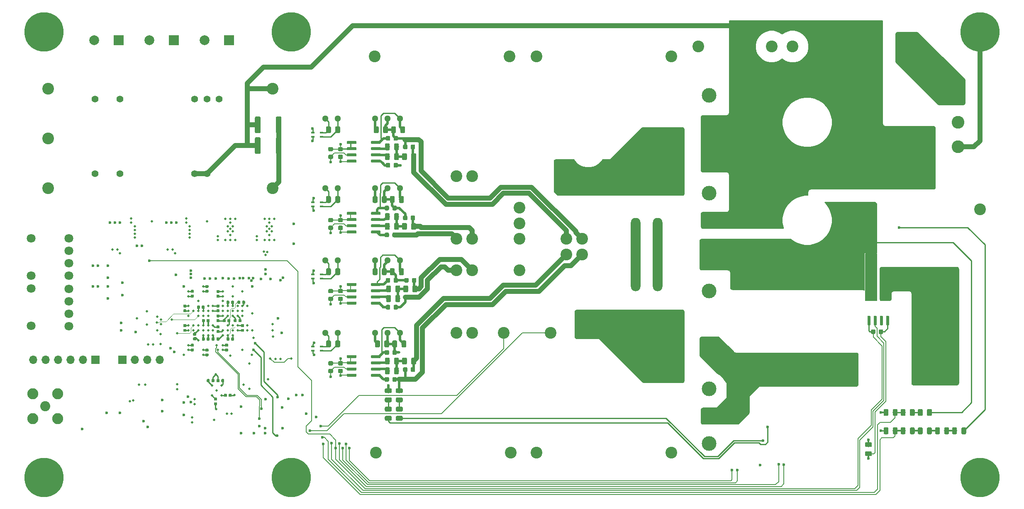
<source format=gbr>
G04 #@! TF.GenerationSoftware,KiCad,Pcbnew,5.1.4-e60b266~84~ubuntu18.04.1*
G04 #@! TF.CreationDate,2019-11-06T15:58:43-08:00*
G04 #@! TF.ProjectId,integrated,696e7465-6772-4617-9465-642e6b696361,rev?*
G04 #@! TF.SameCoordinates,Original*
G04 #@! TF.FileFunction,Copper,L4,Bot*
G04 #@! TF.FilePolarity,Positive*
%FSLAX46Y46*%
G04 Gerber Fmt 4.6, Leading zero omitted, Abs format (unit mm)*
G04 Created by KiCad (PCBNEW 5.1.4-e60b266~84~ubuntu18.04.1) date 2019-11-06 15:58:43*
%MOMM*%
%LPD*%
G04 APERTURE LIST*
%ADD10C,2.600000*%
%ADD11C,0.100000*%
%ADD12C,0.590000*%
%ADD13C,0.875000*%
%ADD14C,0.975000*%
%ADD15C,3.500000*%
%ADD16R,0.750000X0.400000*%
%ADD17C,0.600000*%
%ADD18C,1.300000*%
%ADD19C,2.000000*%
%ADD20R,2.000000X2.000000*%
%ADD21C,2.400000*%
%ADD22C,3.000000*%
%ADD23O,1.700000X1.700000*%
%ADD24R,1.700000X1.700000*%
%ADD25C,2.250000*%
%ADD26C,2.050000*%
%ADD27C,4.000000*%
%ADD28C,1.800000*%
%ADD29C,1.400000*%
%ADD30O,2.000000X15.000000*%
%ADD31C,0.800000*%
%ADD32C,8.000000*%
%ADD33C,1.125000*%
%ADD34C,0.500000*%
%ADD35C,0.240000*%
%ADD36C,0.320000*%
%ADD37C,0.160000*%
%ADD38C,0.125000*%
%ADD39C,1.000000*%
%ADD40C,0.480000*%
%ADD41C,0.200000*%
G04 APERTURE END LIST*
D10*
X241000000Y-73000000D03*
X241000000Y-78000000D03*
X241000000Y-68000000D03*
D11*
G36*
X95396958Y-109430710D02*
G01*
X95411276Y-109432834D01*
X95425317Y-109436351D01*
X95438946Y-109441228D01*
X95452031Y-109447417D01*
X95464447Y-109454858D01*
X95476073Y-109463481D01*
X95486798Y-109473202D01*
X95496519Y-109483927D01*
X95505142Y-109495553D01*
X95512583Y-109507969D01*
X95518772Y-109521054D01*
X95523649Y-109534683D01*
X95527166Y-109548724D01*
X95529290Y-109563042D01*
X95530000Y-109577500D01*
X95530000Y-109922500D01*
X95529290Y-109936958D01*
X95527166Y-109951276D01*
X95523649Y-109965317D01*
X95518772Y-109978946D01*
X95512583Y-109992031D01*
X95505142Y-110004447D01*
X95496519Y-110016073D01*
X95486798Y-110026798D01*
X95476073Y-110036519D01*
X95464447Y-110045142D01*
X95452031Y-110052583D01*
X95438946Y-110058772D01*
X95425317Y-110063649D01*
X95411276Y-110067166D01*
X95396958Y-110069290D01*
X95382500Y-110070000D01*
X95087500Y-110070000D01*
X95073042Y-110069290D01*
X95058724Y-110067166D01*
X95044683Y-110063649D01*
X95031054Y-110058772D01*
X95017969Y-110052583D01*
X95005553Y-110045142D01*
X94993927Y-110036519D01*
X94983202Y-110026798D01*
X94973481Y-110016073D01*
X94964858Y-110004447D01*
X94957417Y-109992031D01*
X94951228Y-109978946D01*
X94946351Y-109965317D01*
X94942834Y-109951276D01*
X94940710Y-109936958D01*
X94940000Y-109922500D01*
X94940000Y-109577500D01*
X94940710Y-109563042D01*
X94942834Y-109548724D01*
X94946351Y-109534683D01*
X94951228Y-109521054D01*
X94957417Y-109507969D01*
X94964858Y-109495553D01*
X94973481Y-109483927D01*
X94983202Y-109473202D01*
X94993927Y-109463481D01*
X95005553Y-109454858D01*
X95017969Y-109447417D01*
X95031054Y-109441228D01*
X95044683Y-109436351D01*
X95058724Y-109432834D01*
X95073042Y-109430710D01*
X95087500Y-109430000D01*
X95382500Y-109430000D01*
X95396958Y-109430710D01*
X95396958Y-109430710D01*
G37*
D12*
X95235000Y-109750000D03*
D11*
G36*
X94426958Y-109430710D02*
G01*
X94441276Y-109432834D01*
X94455317Y-109436351D01*
X94468946Y-109441228D01*
X94482031Y-109447417D01*
X94494447Y-109454858D01*
X94506073Y-109463481D01*
X94516798Y-109473202D01*
X94526519Y-109483927D01*
X94535142Y-109495553D01*
X94542583Y-109507969D01*
X94548772Y-109521054D01*
X94553649Y-109534683D01*
X94557166Y-109548724D01*
X94559290Y-109563042D01*
X94560000Y-109577500D01*
X94560000Y-109922500D01*
X94559290Y-109936958D01*
X94557166Y-109951276D01*
X94553649Y-109965317D01*
X94548772Y-109978946D01*
X94542583Y-109992031D01*
X94535142Y-110004447D01*
X94526519Y-110016073D01*
X94516798Y-110026798D01*
X94506073Y-110036519D01*
X94494447Y-110045142D01*
X94482031Y-110052583D01*
X94468946Y-110058772D01*
X94455317Y-110063649D01*
X94441276Y-110067166D01*
X94426958Y-110069290D01*
X94412500Y-110070000D01*
X94117500Y-110070000D01*
X94103042Y-110069290D01*
X94088724Y-110067166D01*
X94074683Y-110063649D01*
X94061054Y-110058772D01*
X94047969Y-110052583D01*
X94035553Y-110045142D01*
X94023927Y-110036519D01*
X94013202Y-110026798D01*
X94003481Y-110016073D01*
X93994858Y-110004447D01*
X93987417Y-109992031D01*
X93981228Y-109978946D01*
X93976351Y-109965317D01*
X93972834Y-109951276D01*
X93970710Y-109936958D01*
X93970000Y-109922500D01*
X93970000Y-109577500D01*
X93970710Y-109563042D01*
X93972834Y-109548724D01*
X93976351Y-109534683D01*
X93981228Y-109521054D01*
X93987417Y-109507969D01*
X93994858Y-109495553D01*
X94003481Y-109483927D01*
X94013202Y-109473202D01*
X94023927Y-109463481D01*
X94035553Y-109454858D01*
X94047969Y-109447417D01*
X94061054Y-109441228D01*
X94074683Y-109436351D01*
X94088724Y-109432834D01*
X94103042Y-109430710D01*
X94117500Y-109430000D01*
X94412500Y-109430000D01*
X94426958Y-109430710D01*
X94426958Y-109430710D01*
G37*
D12*
X94265000Y-109750000D03*
D11*
G36*
X90186958Y-112235710D02*
G01*
X90201276Y-112237834D01*
X90215317Y-112241351D01*
X90228946Y-112246228D01*
X90242031Y-112252417D01*
X90254447Y-112259858D01*
X90266073Y-112268481D01*
X90276798Y-112278202D01*
X90286519Y-112288927D01*
X90295142Y-112300553D01*
X90302583Y-112312969D01*
X90308772Y-112326054D01*
X90313649Y-112339683D01*
X90317166Y-112353724D01*
X90319290Y-112368042D01*
X90320000Y-112382500D01*
X90320000Y-112677500D01*
X90319290Y-112691958D01*
X90317166Y-112706276D01*
X90313649Y-112720317D01*
X90308772Y-112733946D01*
X90302583Y-112747031D01*
X90295142Y-112759447D01*
X90286519Y-112771073D01*
X90276798Y-112781798D01*
X90266073Y-112791519D01*
X90254447Y-112800142D01*
X90242031Y-112807583D01*
X90228946Y-112813772D01*
X90215317Y-112818649D01*
X90201276Y-112822166D01*
X90186958Y-112824290D01*
X90172500Y-112825000D01*
X89827500Y-112825000D01*
X89813042Y-112824290D01*
X89798724Y-112822166D01*
X89784683Y-112818649D01*
X89771054Y-112813772D01*
X89757969Y-112807583D01*
X89745553Y-112800142D01*
X89733927Y-112791519D01*
X89723202Y-112781798D01*
X89713481Y-112771073D01*
X89704858Y-112759447D01*
X89697417Y-112747031D01*
X89691228Y-112733946D01*
X89686351Y-112720317D01*
X89682834Y-112706276D01*
X89680710Y-112691958D01*
X89680000Y-112677500D01*
X89680000Y-112382500D01*
X89680710Y-112368042D01*
X89682834Y-112353724D01*
X89686351Y-112339683D01*
X89691228Y-112326054D01*
X89697417Y-112312969D01*
X89704858Y-112300553D01*
X89713481Y-112288927D01*
X89723202Y-112278202D01*
X89733927Y-112268481D01*
X89745553Y-112259858D01*
X89757969Y-112252417D01*
X89771054Y-112246228D01*
X89784683Y-112241351D01*
X89798724Y-112237834D01*
X89813042Y-112235710D01*
X89827500Y-112235000D01*
X90172500Y-112235000D01*
X90186958Y-112235710D01*
X90186958Y-112235710D01*
G37*
D12*
X90000000Y-112530000D03*
D11*
G36*
X90186958Y-113205710D02*
G01*
X90201276Y-113207834D01*
X90215317Y-113211351D01*
X90228946Y-113216228D01*
X90242031Y-113222417D01*
X90254447Y-113229858D01*
X90266073Y-113238481D01*
X90276798Y-113248202D01*
X90286519Y-113258927D01*
X90295142Y-113270553D01*
X90302583Y-113282969D01*
X90308772Y-113296054D01*
X90313649Y-113309683D01*
X90317166Y-113323724D01*
X90319290Y-113338042D01*
X90320000Y-113352500D01*
X90320000Y-113647500D01*
X90319290Y-113661958D01*
X90317166Y-113676276D01*
X90313649Y-113690317D01*
X90308772Y-113703946D01*
X90302583Y-113717031D01*
X90295142Y-113729447D01*
X90286519Y-113741073D01*
X90276798Y-113751798D01*
X90266073Y-113761519D01*
X90254447Y-113770142D01*
X90242031Y-113777583D01*
X90228946Y-113783772D01*
X90215317Y-113788649D01*
X90201276Y-113792166D01*
X90186958Y-113794290D01*
X90172500Y-113795000D01*
X89827500Y-113795000D01*
X89813042Y-113794290D01*
X89798724Y-113792166D01*
X89784683Y-113788649D01*
X89771054Y-113783772D01*
X89757969Y-113777583D01*
X89745553Y-113770142D01*
X89733927Y-113761519D01*
X89723202Y-113751798D01*
X89713481Y-113741073D01*
X89704858Y-113729447D01*
X89697417Y-113717031D01*
X89691228Y-113703946D01*
X89686351Y-113690317D01*
X89682834Y-113676276D01*
X89680710Y-113661958D01*
X89680000Y-113647500D01*
X89680000Y-113352500D01*
X89680710Y-113338042D01*
X89682834Y-113323724D01*
X89686351Y-113309683D01*
X89691228Y-113296054D01*
X89697417Y-113282969D01*
X89704858Y-113270553D01*
X89713481Y-113258927D01*
X89723202Y-113248202D01*
X89733927Y-113238481D01*
X89745553Y-113229858D01*
X89757969Y-113222417D01*
X89771054Y-113216228D01*
X89784683Y-113211351D01*
X89798724Y-113207834D01*
X89813042Y-113205710D01*
X89827500Y-113205000D01*
X90172500Y-113205000D01*
X90186958Y-113205710D01*
X90186958Y-113205710D01*
G37*
D12*
X90000000Y-113500000D03*
D11*
G36*
X91426958Y-113180710D02*
G01*
X91441276Y-113182834D01*
X91455317Y-113186351D01*
X91468946Y-113191228D01*
X91482031Y-113197417D01*
X91494447Y-113204858D01*
X91506073Y-113213481D01*
X91516798Y-113223202D01*
X91526519Y-113233927D01*
X91535142Y-113245553D01*
X91542583Y-113257969D01*
X91548772Y-113271054D01*
X91553649Y-113284683D01*
X91557166Y-113298724D01*
X91559290Y-113313042D01*
X91560000Y-113327500D01*
X91560000Y-113672500D01*
X91559290Y-113686958D01*
X91557166Y-113701276D01*
X91553649Y-113715317D01*
X91548772Y-113728946D01*
X91542583Y-113742031D01*
X91535142Y-113754447D01*
X91526519Y-113766073D01*
X91516798Y-113776798D01*
X91506073Y-113786519D01*
X91494447Y-113795142D01*
X91482031Y-113802583D01*
X91468946Y-113808772D01*
X91455317Y-113813649D01*
X91441276Y-113817166D01*
X91426958Y-113819290D01*
X91412500Y-113820000D01*
X91117500Y-113820000D01*
X91103042Y-113819290D01*
X91088724Y-113817166D01*
X91074683Y-113813649D01*
X91061054Y-113808772D01*
X91047969Y-113802583D01*
X91035553Y-113795142D01*
X91023927Y-113786519D01*
X91013202Y-113776798D01*
X91003481Y-113766073D01*
X90994858Y-113754447D01*
X90987417Y-113742031D01*
X90981228Y-113728946D01*
X90976351Y-113715317D01*
X90972834Y-113701276D01*
X90970710Y-113686958D01*
X90970000Y-113672500D01*
X90970000Y-113327500D01*
X90970710Y-113313042D01*
X90972834Y-113298724D01*
X90976351Y-113284683D01*
X90981228Y-113271054D01*
X90987417Y-113257969D01*
X90994858Y-113245553D01*
X91003481Y-113233927D01*
X91013202Y-113223202D01*
X91023927Y-113213481D01*
X91035553Y-113204858D01*
X91047969Y-113197417D01*
X91061054Y-113191228D01*
X91074683Y-113186351D01*
X91088724Y-113182834D01*
X91103042Y-113180710D01*
X91117500Y-113180000D01*
X91412500Y-113180000D01*
X91426958Y-113180710D01*
X91426958Y-113180710D01*
G37*
D12*
X91265000Y-113500000D03*
D11*
G36*
X92396958Y-113180710D02*
G01*
X92411276Y-113182834D01*
X92425317Y-113186351D01*
X92438946Y-113191228D01*
X92452031Y-113197417D01*
X92464447Y-113204858D01*
X92476073Y-113213481D01*
X92486798Y-113223202D01*
X92496519Y-113233927D01*
X92505142Y-113245553D01*
X92512583Y-113257969D01*
X92518772Y-113271054D01*
X92523649Y-113284683D01*
X92527166Y-113298724D01*
X92529290Y-113313042D01*
X92530000Y-113327500D01*
X92530000Y-113672500D01*
X92529290Y-113686958D01*
X92527166Y-113701276D01*
X92523649Y-113715317D01*
X92518772Y-113728946D01*
X92512583Y-113742031D01*
X92505142Y-113754447D01*
X92496519Y-113766073D01*
X92486798Y-113776798D01*
X92476073Y-113786519D01*
X92464447Y-113795142D01*
X92452031Y-113802583D01*
X92438946Y-113808772D01*
X92425317Y-113813649D01*
X92411276Y-113817166D01*
X92396958Y-113819290D01*
X92382500Y-113820000D01*
X92087500Y-113820000D01*
X92073042Y-113819290D01*
X92058724Y-113817166D01*
X92044683Y-113813649D01*
X92031054Y-113808772D01*
X92017969Y-113802583D01*
X92005553Y-113795142D01*
X91993927Y-113786519D01*
X91983202Y-113776798D01*
X91973481Y-113766073D01*
X91964858Y-113754447D01*
X91957417Y-113742031D01*
X91951228Y-113728946D01*
X91946351Y-113715317D01*
X91942834Y-113701276D01*
X91940710Y-113686958D01*
X91940000Y-113672500D01*
X91940000Y-113327500D01*
X91940710Y-113313042D01*
X91942834Y-113298724D01*
X91946351Y-113284683D01*
X91951228Y-113271054D01*
X91957417Y-113257969D01*
X91964858Y-113245553D01*
X91973481Y-113233927D01*
X91983202Y-113223202D01*
X91993927Y-113213481D01*
X92005553Y-113204858D01*
X92017969Y-113197417D01*
X92031054Y-113191228D01*
X92044683Y-113186351D01*
X92058724Y-113182834D01*
X92073042Y-113180710D01*
X92087500Y-113180000D01*
X92382500Y-113180000D01*
X92396958Y-113180710D01*
X92396958Y-113180710D01*
G37*
D12*
X92235000Y-113500000D03*
D11*
G36*
X93146958Y-116930710D02*
G01*
X93161276Y-116932834D01*
X93175317Y-116936351D01*
X93188946Y-116941228D01*
X93202031Y-116947417D01*
X93214447Y-116954858D01*
X93226073Y-116963481D01*
X93236798Y-116973202D01*
X93246519Y-116983927D01*
X93255142Y-116995553D01*
X93262583Y-117007969D01*
X93268772Y-117021054D01*
X93273649Y-117034683D01*
X93277166Y-117048724D01*
X93279290Y-117063042D01*
X93280000Y-117077500D01*
X93280000Y-117422500D01*
X93279290Y-117436958D01*
X93277166Y-117451276D01*
X93273649Y-117465317D01*
X93268772Y-117478946D01*
X93262583Y-117492031D01*
X93255142Y-117504447D01*
X93246519Y-117516073D01*
X93236798Y-117526798D01*
X93226073Y-117536519D01*
X93214447Y-117545142D01*
X93202031Y-117552583D01*
X93188946Y-117558772D01*
X93175317Y-117563649D01*
X93161276Y-117567166D01*
X93146958Y-117569290D01*
X93132500Y-117570000D01*
X92837500Y-117570000D01*
X92823042Y-117569290D01*
X92808724Y-117567166D01*
X92794683Y-117563649D01*
X92781054Y-117558772D01*
X92767969Y-117552583D01*
X92755553Y-117545142D01*
X92743927Y-117536519D01*
X92733202Y-117526798D01*
X92723481Y-117516073D01*
X92714858Y-117504447D01*
X92707417Y-117492031D01*
X92701228Y-117478946D01*
X92696351Y-117465317D01*
X92692834Y-117451276D01*
X92690710Y-117436958D01*
X92690000Y-117422500D01*
X92690000Y-117077500D01*
X92690710Y-117063042D01*
X92692834Y-117048724D01*
X92696351Y-117034683D01*
X92701228Y-117021054D01*
X92707417Y-117007969D01*
X92714858Y-116995553D01*
X92723481Y-116983927D01*
X92733202Y-116973202D01*
X92743927Y-116963481D01*
X92755553Y-116954858D01*
X92767969Y-116947417D01*
X92781054Y-116941228D01*
X92794683Y-116936351D01*
X92808724Y-116932834D01*
X92823042Y-116930710D01*
X92837500Y-116930000D01*
X93132500Y-116930000D01*
X93146958Y-116930710D01*
X93146958Y-116930710D01*
G37*
D12*
X92985000Y-117250000D03*
D11*
G36*
X92176958Y-116930710D02*
G01*
X92191276Y-116932834D01*
X92205317Y-116936351D01*
X92218946Y-116941228D01*
X92232031Y-116947417D01*
X92244447Y-116954858D01*
X92256073Y-116963481D01*
X92266798Y-116973202D01*
X92276519Y-116983927D01*
X92285142Y-116995553D01*
X92292583Y-117007969D01*
X92298772Y-117021054D01*
X92303649Y-117034683D01*
X92307166Y-117048724D01*
X92309290Y-117063042D01*
X92310000Y-117077500D01*
X92310000Y-117422500D01*
X92309290Y-117436958D01*
X92307166Y-117451276D01*
X92303649Y-117465317D01*
X92298772Y-117478946D01*
X92292583Y-117492031D01*
X92285142Y-117504447D01*
X92276519Y-117516073D01*
X92266798Y-117526798D01*
X92256073Y-117536519D01*
X92244447Y-117545142D01*
X92232031Y-117552583D01*
X92218946Y-117558772D01*
X92205317Y-117563649D01*
X92191276Y-117567166D01*
X92176958Y-117569290D01*
X92162500Y-117570000D01*
X91867500Y-117570000D01*
X91853042Y-117569290D01*
X91838724Y-117567166D01*
X91824683Y-117563649D01*
X91811054Y-117558772D01*
X91797969Y-117552583D01*
X91785553Y-117545142D01*
X91773927Y-117536519D01*
X91763202Y-117526798D01*
X91753481Y-117516073D01*
X91744858Y-117504447D01*
X91737417Y-117492031D01*
X91731228Y-117478946D01*
X91726351Y-117465317D01*
X91722834Y-117451276D01*
X91720710Y-117436958D01*
X91720000Y-117422500D01*
X91720000Y-117077500D01*
X91720710Y-117063042D01*
X91722834Y-117048724D01*
X91726351Y-117034683D01*
X91731228Y-117021054D01*
X91737417Y-117007969D01*
X91744858Y-116995553D01*
X91753481Y-116983927D01*
X91763202Y-116973202D01*
X91773927Y-116963481D01*
X91785553Y-116954858D01*
X91797969Y-116947417D01*
X91811054Y-116941228D01*
X91824683Y-116936351D01*
X91838724Y-116932834D01*
X91853042Y-116930710D01*
X91867500Y-116930000D01*
X92162500Y-116930000D01*
X92176958Y-116930710D01*
X92176958Y-116930710D01*
G37*
D12*
X92015000Y-117250000D03*
D11*
G36*
X225527691Y-115276053D02*
G01*
X225548926Y-115279203D01*
X225569750Y-115284419D01*
X225589962Y-115291651D01*
X225609368Y-115300830D01*
X225627781Y-115311866D01*
X225645024Y-115324654D01*
X225660930Y-115339070D01*
X225675346Y-115354976D01*
X225688134Y-115372219D01*
X225699170Y-115390632D01*
X225708349Y-115410038D01*
X225715581Y-115430250D01*
X225720797Y-115451074D01*
X225723947Y-115472309D01*
X225725000Y-115493750D01*
X225725000Y-116006250D01*
X225723947Y-116027691D01*
X225720797Y-116048926D01*
X225715581Y-116069750D01*
X225708349Y-116089962D01*
X225699170Y-116109368D01*
X225688134Y-116127781D01*
X225675346Y-116145024D01*
X225660930Y-116160930D01*
X225645024Y-116175346D01*
X225627781Y-116188134D01*
X225609368Y-116199170D01*
X225589962Y-116208349D01*
X225569750Y-116215581D01*
X225548926Y-116220797D01*
X225527691Y-116223947D01*
X225506250Y-116225000D01*
X225068750Y-116225000D01*
X225047309Y-116223947D01*
X225026074Y-116220797D01*
X225005250Y-116215581D01*
X224985038Y-116208349D01*
X224965632Y-116199170D01*
X224947219Y-116188134D01*
X224929976Y-116175346D01*
X224914070Y-116160930D01*
X224899654Y-116145024D01*
X224886866Y-116127781D01*
X224875830Y-116109368D01*
X224866651Y-116089962D01*
X224859419Y-116069750D01*
X224854203Y-116048926D01*
X224851053Y-116027691D01*
X224850000Y-116006250D01*
X224850000Y-115493750D01*
X224851053Y-115472309D01*
X224854203Y-115451074D01*
X224859419Y-115430250D01*
X224866651Y-115410038D01*
X224875830Y-115390632D01*
X224886866Y-115372219D01*
X224899654Y-115354976D01*
X224914070Y-115339070D01*
X224929976Y-115324654D01*
X224947219Y-115311866D01*
X224965632Y-115300830D01*
X224985038Y-115291651D01*
X225005250Y-115284419D01*
X225026074Y-115279203D01*
X225047309Y-115276053D01*
X225068750Y-115275000D01*
X225506250Y-115275000D01*
X225527691Y-115276053D01*
X225527691Y-115276053D01*
G37*
D13*
X225287500Y-115750000D03*
D11*
G36*
X223952691Y-115276053D02*
G01*
X223973926Y-115279203D01*
X223994750Y-115284419D01*
X224014962Y-115291651D01*
X224034368Y-115300830D01*
X224052781Y-115311866D01*
X224070024Y-115324654D01*
X224085930Y-115339070D01*
X224100346Y-115354976D01*
X224113134Y-115372219D01*
X224124170Y-115390632D01*
X224133349Y-115410038D01*
X224140581Y-115430250D01*
X224145797Y-115451074D01*
X224148947Y-115472309D01*
X224150000Y-115493750D01*
X224150000Y-116006250D01*
X224148947Y-116027691D01*
X224145797Y-116048926D01*
X224140581Y-116069750D01*
X224133349Y-116089962D01*
X224124170Y-116109368D01*
X224113134Y-116127781D01*
X224100346Y-116145024D01*
X224085930Y-116160930D01*
X224070024Y-116175346D01*
X224052781Y-116188134D01*
X224034368Y-116199170D01*
X224014962Y-116208349D01*
X223994750Y-116215581D01*
X223973926Y-116220797D01*
X223952691Y-116223947D01*
X223931250Y-116225000D01*
X223493750Y-116225000D01*
X223472309Y-116223947D01*
X223451074Y-116220797D01*
X223430250Y-116215581D01*
X223410038Y-116208349D01*
X223390632Y-116199170D01*
X223372219Y-116188134D01*
X223354976Y-116175346D01*
X223339070Y-116160930D01*
X223324654Y-116145024D01*
X223311866Y-116127781D01*
X223300830Y-116109368D01*
X223291651Y-116089962D01*
X223284419Y-116069750D01*
X223279203Y-116048926D01*
X223276053Y-116027691D01*
X223275000Y-116006250D01*
X223275000Y-115493750D01*
X223276053Y-115472309D01*
X223279203Y-115451074D01*
X223284419Y-115430250D01*
X223291651Y-115410038D01*
X223300830Y-115390632D01*
X223311866Y-115372219D01*
X223324654Y-115354976D01*
X223339070Y-115339070D01*
X223354976Y-115324654D01*
X223372219Y-115311866D01*
X223390632Y-115300830D01*
X223410038Y-115291651D01*
X223430250Y-115284419D01*
X223451074Y-115279203D01*
X223472309Y-115276053D01*
X223493750Y-115275000D01*
X223931250Y-115275000D01*
X223952691Y-115276053D01*
X223952691Y-115276053D01*
G37*
D13*
X223712500Y-115750000D03*
D11*
G36*
X226580142Y-135301174D02*
G01*
X226603803Y-135304684D01*
X226627007Y-135310496D01*
X226649529Y-135318554D01*
X226671153Y-135328782D01*
X226691670Y-135341079D01*
X226710883Y-135355329D01*
X226728607Y-135371393D01*
X226744671Y-135389117D01*
X226758921Y-135408330D01*
X226771218Y-135428847D01*
X226781446Y-135450471D01*
X226789504Y-135472993D01*
X226795316Y-135496197D01*
X226798826Y-135519858D01*
X226800000Y-135543750D01*
X226800000Y-136456250D01*
X226798826Y-136480142D01*
X226795316Y-136503803D01*
X226789504Y-136527007D01*
X226781446Y-136549529D01*
X226771218Y-136571153D01*
X226758921Y-136591670D01*
X226744671Y-136610883D01*
X226728607Y-136628607D01*
X226710883Y-136644671D01*
X226691670Y-136658921D01*
X226671153Y-136671218D01*
X226649529Y-136681446D01*
X226627007Y-136689504D01*
X226603803Y-136695316D01*
X226580142Y-136698826D01*
X226556250Y-136700000D01*
X226068750Y-136700000D01*
X226044858Y-136698826D01*
X226021197Y-136695316D01*
X225997993Y-136689504D01*
X225975471Y-136681446D01*
X225953847Y-136671218D01*
X225933330Y-136658921D01*
X225914117Y-136644671D01*
X225896393Y-136628607D01*
X225880329Y-136610883D01*
X225866079Y-136591670D01*
X225853782Y-136571153D01*
X225843554Y-136549529D01*
X225835496Y-136527007D01*
X225829684Y-136503803D01*
X225826174Y-136480142D01*
X225825000Y-136456250D01*
X225825000Y-135543750D01*
X225826174Y-135519858D01*
X225829684Y-135496197D01*
X225835496Y-135472993D01*
X225843554Y-135450471D01*
X225853782Y-135428847D01*
X225866079Y-135408330D01*
X225880329Y-135389117D01*
X225896393Y-135371393D01*
X225914117Y-135355329D01*
X225933330Y-135341079D01*
X225953847Y-135328782D01*
X225975471Y-135318554D01*
X225997993Y-135310496D01*
X226021197Y-135304684D01*
X226044858Y-135301174D01*
X226068750Y-135300000D01*
X226556250Y-135300000D01*
X226580142Y-135301174D01*
X226580142Y-135301174D01*
G37*
D14*
X226312500Y-136000000D03*
D11*
G36*
X228455142Y-135301174D02*
G01*
X228478803Y-135304684D01*
X228502007Y-135310496D01*
X228524529Y-135318554D01*
X228546153Y-135328782D01*
X228566670Y-135341079D01*
X228585883Y-135355329D01*
X228603607Y-135371393D01*
X228619671Y-135389117D01*
X228633921Y-135408330D01*
X228646218Y-135428847D01*
X228656446Y-135450471D01*
X228664504Y-135472993D01*
X228670316Y-135496197D01*
X228673826Y-135519858D01*
X228675000Y-135543750D01*
X228675000Y-136456250D01*
X228673826Y-136480142D01*
X228670316Y-136503803D01*
X228664504Y-136527007D01*
X228656446Y-136549529D01*
X228646218Y-136571153D01*
X228633921Y-136591670D01*
X228619671Y-136610883D01*
X228603607Y-136628607D01*
X228585883Y-136644671D01*
X228566670Y-136658921D01*
X228546153Y-136671218D01*
X228524529Y-136681446D01*
X228502007Y-136689504D01*
X228478803Y-136695316D01*
X228455142Y-136698826D01*
X228431250Y-136700000D01*
X227943750Y-136700000D01*
X227919858Y-136698826D01*
X227896197Y-136695316D01*
X227872993Y-136689504D01*
X227850471Y-136681446D01*
X227828847Y-136671218D01*
X227808330Y-136658921D01*
X227789117Y-136644671D01*
X227771393Y-136628607D01*
X227755329Y-136610883D01*
X227741079Y-136591670D01*
X227728782Y-136571153D01*
X227718554Y-136549529D01*
X227710496Y-136527007D01*
X227704684Y-136503803D01*
X227701174Y-136480142D01*
X227700000Y-136456250D01*
X227700000Y-135543750D01*
X227701174Y-135519858D01*
X227704684Y-135496197D01*
X227710496Y-135472993D01*
X227718554Y-135450471D01*
X227728782Y-135428847D01*
X227741079Y-135408330D01*
X227755329Y-135389117D01*
X227771393Y-135371393D01*
X227789117Y-135355329D01*
X227808330Y-135341079D01*
X227828847Y-135328782D01*
X227850471Y-135318554D01*
X227872993Y-135310496D01*
X227896197Y-135304684D01*
X227919858Y-135301174D01*
X227943750Y-135300000D01*
X228431250Y-135300000D01*
X228455142Y-135301174D01*
X228455142Y-135301174D01*
G37*
D14*
X228187500Y-136000000D03*
D15*
X183250000Y-83005000D03*
X178250000Y-83005000D03*
X178250000Y-75995000D03*
X183250000Y-75995000D03*
X183250000Y-124005000D03*
X178250000Y-124005000D03*
X178250000Y-116995000D03*
X183250000Y-116995000D03*
D11*
G36*
X114705142Y-102801174D02*
G01*
X114728803Y-102804684D01*
X114752007Y-102810496D01*
X114774529Y-102818554D01*
X114796153Y-102828782D01*
X114816670Y-102841079D01*
X114835883Y-102855329D01*
X114853607Y-102871393D01*
X114869671Y-102889117D01*
X114883921Y-102908330D01*
X114896218Y-102928847D01*
X114906446Y-102950471D01*
X114914504Y-102972993D01*
X114920316Y-102996197D01*
X114923826Y-103019858D01*
X114925000Y-103043750D01*
X114925000Y-103956250D01*
X114923826Y-103980142D01*
X114920316Y-104003803D01*
X114914504Y-104027007D01*
X114906446Y-104049529D01*
X114896218Y-104071153D01*
X114883921Y-104091670D01*
X114869671Y-104110883D01*
X114853607Y-104128607D01*
X114835883Y-104144671D01*
X114816670Y-104158921D01*
X114796153Y-104171218D01*
X114774529Y-104181446D01*
X114752007Y-104189504D01*
X114728803Y-104195316D01*
X114705142Y-104198826D01*
X114681250Y-104200000D01*
X114193750Y-104200000D01*
X114169858Y-104198826D01*
X114146197Y-104195316D01*
X114122993Y-104189504D01*
X114100471Y-104181446D01*
X114078847Y-104171218D01*
X114058330Y-104158921D01*
X114039117Y-104144671D01*
X114021393Y-104128607D01*
X114005329Y-104110883D01*
X113991079Y-104091670D01*
X113978782Y-104071153D01*
X113968554Y-104049529D01*
X113960496Y-104027007D01*
X113954684Y-104003803D01*
X113951174Y-103980142D01*
X113950000Y-103956250D01*
X113950000Y-103043750D01*
X113951174Y-103019858D01*
X113954684Y-102996197D01*
X113960496Y-102972993D01*
X113968554Y-102950471D01*
X113978782Y-102928847D01*
X113991079Y-102908330D01*
X114005329Y-102889117D01*
X114021393Y-102871393D01*
X114039117Y-102855329D01*
X114058330Y-102841079D01*
X114078847Y-102828782D01*
X114100471Y-102818554D01*
X114122993Y-102810496D01*
X114146197Y-102804684D01*
X114169858Y-102801174D01*
X114193750Y-102800000D01*
X114681250Y-102800000D01*
X114705142Y-102801174D01*
X114705142Y-102801174D01*
G37*
D14*
X114437500Y-103500000D03*
D11*
G36*
X112830142Y-102801174D02*
G01*
X112853803Y-102804684D01*
X112877007Y-102810496D01*
X112899529Y-102818554D01*
X112921153Y-102828782D01*
X112941670Y-102841079D01*
X112960883Y-102855329D01*
X112978607Y-102871393D01*
X112994671Y-102889117D01*
X113008921Y-102908330D01*
X113021218Y-102928847D01*
X113031446Y-102950471D01*
X113039504Y-102972993D01*
X113045316Y-102996197D01*
X113048826Y-103019858D01*
X113050000Y-103043750D01*
X113050000Y-103956250D01*
X113048826Y-103980142D01*
X113045316Y-104003803D01*
X113039504Y-104027007D01*
X113031446Y-104049529D01*
X113021218Y-104071153D01*
X113008921Y-104091670D01*
X112994671Y-104110883D01*
X112978607Y-104128607D01*
X112960883Y-104144671D01*
X112941670Y-104158921D01*
X112921153Y-104171218D01*
X112899529Y-104181446D01*
X112877007Y-104189504D01*
X112853803Y-104195316D01*
X112830142Y-104198826D01*
X112806250Y-104200000D01*
X112318750Y-104200000D01*
X112294858Y-104198826D01*
X112271197Y-104195316D01*
X112247993Y-104189504D01*
X112225471Y-104181446D01*
X112203847Y-104171218D01*
X112183330Y-104158921D01*
X112164117Y-104144671D01*
X112146393Y-104128607D01*
X112130329Y-104110883D01*
X112116079Y-104091670D01*
X112103782Y-104071153D01*
X112093554Y-104049529D01*
X112085496Y-104027007D01*
X112079684Y-104003803D01*
X112076174Y-103980142D01*
X112075000Y-103956250D01*
X112075000Y-103043750D01*
X112076174Y-103019858D01*
X112079684Y-102996197D01*
X112085496Y-102972993D01*
X112093554Y-102950471D01*
X112103782Y-102928847D01*
X112116079Y-102908330D01*
X112130329Y-102889117D01*
X112146393Y-102871393D01*
X112164117Y-102855329D01*
X112183330Y-102841079D01*
X112203847Y-102828782D01*
X112225471Y-102818554D01*
X112247993Y-102810496D01*
X112271197Y-102804684D01*
X112294858Y-102801174D01*
X112318750Y-102800000D01*
X112806250Y-102800000D01*
X112830142Y-102801174D01*
X112830142Y-102801174D01*
G37*
D14*
X112562500Y-103500000D03*
D11*
G36*
X126527691Y-110276053D02*
G01*
X126548926Y-110279203D01*
X126569750Y-110284419D01*
X126589962Y-110291651D01*
X126609368Y-110300830D01*
X126627781Y-110311866D01*
X126645024Y-110324654D01*
X126660930Y-110339070D01*
X126675346Y-110354976D01*
X126688134Y-110372219D01*
X126699170Y-110390632D01*
X126708349Y-110410038D01*
X126715581Y-110430250D01*
X126720797Y-110451074D01*
X126723947Y-110472309D01*
X126725000Y-110493750D01*
X126725000Y-111006250D01*
X126723947Y-111027691D01*
X126720797Y-111048926D01*
X126715581Y-111069750D01*
X126708349Y-111089962D01*
X126699170Y-111109368D01*
X126688134Y-111127781D01*
X126675346Y-111145024D01*
X126660930Y-111160930D01*
X126645024Y-111175346D01*
X126627781Y-111188134D01*
X126609368Y-111199170D01*
X126589962Y-111208349D01*
X126569750Y-111215581D01*
X126548926Y-111220797D01*
X126527691Y-111223947D01*
X126506250Y-111225000D01*
X126068750Y-111225000D01*
X126047309Y-111223947D01*
X126026074Y-111220797D01*
X126005250Y-111215581D01*
X125985038Y-111208349D01*
X125965632Y-111199170D01*
X125947219Y-111188134D01*
X125929976Y-111175346D01*
X125914070Y-111160930D01*
X125899654Y-111145024D01*
X125886866Y-111127781D01*
X125875830Y-111109368D01*
X125866651Y-111089962D01*
X125859419Y-111069750D01*
X125854203Y-111048926D01*
X125851053Y-111027691D01*
X125850000Y-111006250D01*
X125850000Y-110493750D01*
X125851053Y-110472309D01*
X125854203Y-110451074D01*
X125859419Y-110430250D01*
X125866651Y-110410038D01*
X125875830Y-110390632D01*
X125886866Y-110372219D01*
X125899654Y-110354976D01*
X125914070Y-110339070D01*
X125929976Y-110324654D01*
X125947219Y-110311866D01*
X125965632Y-110300830D01*
X125985038Y-110291651D01*
X126005250Y-110284419D01*
X126026074Y-110279203D01*
X126047309Y-110276053D01*
X126068750Y-110275000D01*
X126506250Y-110275000D01*
X126527691Y-110276053D01*
X126527691Y-110276053D01*
G37*
D13*
X126287500Y-110750000D03*
D11*
G36*
X124952691Y-110276053D02*
G01*
X124973926Y-110279203D01*
X124994750Y-110284419D01*
X125014962Y-110291651D01*
X125034368Y-110300830D01*
X125052781Y-110311866D01*
X125070024Y-110324654D01*
X125085930Y-110339070D01*
X125100346Y-110354976D01*
X125113134Y-110372219D01*
X125124170Y-110390632D01*
X125133349Y-110410038D01*
X125140581Y-110430250D01*
X125145797Y-110451074D01*
X125148947Y-110472309D01*
X125150000Y-110493750D01*
X125150000Y-111006250D01*
X125148947Y-111027691D01*
X125145797Y-111048926D01*
X125140581Y-111069750D01*
X125133349Y-111089962D01*
X125124170Y-111109368D01*
X125113134Y-111127781D01*
X125100346Y-111145024D01*
X125085930Y-111160930D01*
X125070024Y-111175346D01*
X125052781Y-111188134D01*
X125034368Y-111199170D01*
X125014962Y-111208349D01*
X124994750Y-111215581D01*
X124973926Y-111220797D01*
X124952691Y-111223947D01*
X124931250Y-111225000D01*
X124493750Y-111225000D01*
X124472309Y-111223947D01*
X124451074Y-111220797D01*
X124430250Y-111215581D01*
X124410038Y-111208349D01*
X124390632Y-111199170D01*
X124372219Y-111188134D01*
X124354976Y-111175346D01*
X124339070Y-111160930D01*
X124324654Y-111145024D01*
X124311866Y-111127781D01*
X124300830Y-111109368D01*
X124291651Y-111089962D01*
X124284419Y-111069750D01*
X124279203Y-111048926D01*
X124276053Y-111027691D01*
X124275000Y-111006250D01*
X124275000Y-110493750D01*
X124276053Y-110472309D01*
X124279203Y-110451074D01*
X124284419Y-110430250D01*
X124291651Y-110410038D01*
X124300830Y-110390632D01*
X124311866Y-110372219D01*
X124324654Y-110354976D01*
X124339070Y-110339070D01*
X124354976Y-110324654D01*
X124372219Y-110311866D01*
X124390632Y-110300830D01*
X124410038Y-110291651D01*
X124430250Y-110284419D01*
X124451074Y-110279203D01*
X124472309Y-110276053D01*
X124493750Y-110275000D01*
X124931250Y-110275000D01*
X124952691Y-110276053D01*
X124952691Y-110276053D01*
G37*
D13*
X124712500Y-110750000D03*
D11*
G36*
X115277691Y-121776053D02*
G01*
X115298926Y-121779203D01*
X115319750Y-121784419D01*
X115339962Y-121791651D01*
X115359368Y-121800830D01*
X115377781Y-121811866D01*
X115395024Y-121824654D01*
X115410930Y-121839070D01*
X115425346Y-121854976D01*
X115438134Y-121872219D01*
X115449170Y-121890632D01*
X115458349Y-121910038D01*
X115465581Y-121930250D01*
X115470797Y-121951074D01*
X115473947Y-121972309D01*
X115475000Y-121993750D01*
X115475000Y-122431250D01*
X115473947Y-122452691D01*
X115470797Y-122473926D01*
X115465581Y-122494750D01*
X115458349Y-122514962D01*
X115449170Y-122534368D01*
X115438134Y-122552781D01*
X115425346Y-122570024D01*
X115410930Y-122585930D01*
X115395024Y-122600346D01*
X115377781Y-122613134D01*
X115359368Y-122624170D01*
X115339962Y-122633349D01*
X115319750Y-122640581D01*
X115298926Y-122645797D01*
X115277691Y-122648947D01*
X115256250Y-122650000D01*
X114743750Y-122650000D01*
X114722309Y-122648947D01*
X114701074Y-122645797D01*
X114680250Y-122640581D01*
X114660038Y-122633349D01*
X114640632Y-122624170D01*
X114622219Y-122613134D01*
X114604976Y-122600346D01*
X114589070Y-122585930D01*
X114574654Y-122570024D01*
X114561866Y-122552781D01*
X114550830Y-122534368D01*
X114541651Y-122514962D01*
X114534419Y-122494750D01*
X114529203Y-122473926D01*
X114526053Y-122452691D01*
X114525000Y-122431250D01*
X114525000Y-121993750D01*
X114526053Y-121972309D01*
X114529203Y-121951074D01*
X114534419Y-121930250D01*
X114541651Y-121910038D01*
X114550830Y-121890632D01*
X114561866Y-121872219D01*
X114574654Y-121854976D01*
X114589070Y-121839070D01*
X114604976Y-121824654D01*
X114622219Y-121811866D01*
X114640632Y-121800830D01*
X114660038Y-121791651D01*
X114680250Y-121784419D01*
X114701074Y-121779203D01*
X114722309Y-121776053D01*
X114743750Y-121775000D01*
X115256250Y-121775000D01*
X115277691Y-121776053D01*
X115277691Y-121776053D01*
G37*
D13*
X115000000Y-122212500D03*
D11*
G36*
X115277691Y-123351053D02*
G01*
X115298926Y-123354203D01*
X115319750Y-123359419D01*
X115339962Y-123366651D01*
X115359368Y-123375830D01*
X115377781Y-123386866D01*
X115395024Y-123399654D01*
X115410930Y-123414070D01*
X115425346Y-123429976D01*
X115438134Y-123447219D01*
X115449170Y-123465632D01*
X115458349Y-123485038D01*
X115465581Y-123505250D01*
X115470797Y-123526074D01*
X115473947Y-123547309D01*
X115475000Y-123568750D01*
X115475000Y-124006250D01*
X115473947Y-124027691D01*
X115470797Y-124048926D01*
X115465581Y-124069750D01*
X115458349Y-124089962D01*
X115449170Y-124109368D01*
X115438134Y-124127781D01*
X115425346Y-124145024D01*
X115410930Y-124160930D01*
X115395024Y-124175346D01*
X115377781Y-124188134D01*
X115359368Y-124199170D01*
X115339962Y-124208349D01*
X115319750Y-124215581D01*
X115298926Y-124220797D01*
X115277691Y-124223947D01*
X115256250Y-124225000D01*
X114743750Y-124225000D01*
X114722309Y-124223947D01*
X114701074Y-124220797D01*
X114680250Y-124215581D01*
X114660038Y-124208349D01*
X114640632Y-124199170D01*
X114622219Y-124188134D01*
X114604976Y-124175346D01*
X114589070Y-124160930D01*
X114574654Y-124145024D01*
X114561866Y-124127781D01*
X114550830Y-124109368D01*
X114541651Y-124089962D01*
X114534419Y-124069750D01*
X114529203Y-124048926D01*
X114526053Y-124027691D01*
X114525000Y-124006250D01*
X114525000Y-123568750D01*
X114526053Y-123547309D01*
X114529203Y-123526074D01*
X114534419Y-123505250D01*
X114541651Y-123485038D01*
X114550830Y-123465632D01*
X114561866Y-123447219D01*
X114574654Y-123429976D01*
X114589070Y-123414070D01*
X114604976Y-123399654D01*
X114622219Y-123386866D01*
X114640632Y-123375830D01*
X114660038Y-123366651D01*
X114680250Y-123359419D01*
X114701074Y-123354203D01*
X114722309Y-123351053D01*
X114743750Y-123350000D01*
X115256250Y-123350000D01*
X115277691Y-123351053D01*
X115277691Y-123351053D01*
G37*
D13*
X115000000Y-123787500D03*
D11*
G36*
X124702691Y-119526053D02*
G01*
X124723926Y-119529203D01*
X124744750Y-119534419D01*
X124764962Y-119541651D01*
X124784368Y-119550830D01*
X124802781Y-119561866D01*
X124820024Y-119574654D01*
X124835930Y-119589070D01*
X124850346Y-119604976D01*
X124863134Y-119622219D01*
X124874170Y-119640632D01*
X124883349Y-119660038D01*
X124890581Y-119680250D01*
X124895797Y-119701074D01*
X124898947Y-119722309D01*
X124900000Y-119743750D01*
X124900000Y-120256250D01*
X124898947Y-120277691D01*
X124895797Y-120298926D01*
X124890581Y-120319750D01*
X124883349Y-120339962D01*
X124874170Y-120359368D01*
X124863134Y-120377781D01*
X124850346Y-120395024D01*
X124835930Y-120410930D01*
X124820024Y-120425346D01*
X124802781Y-120438134D01*
X124784368Y-120449170D01*
X124764962Y-120458349D01*
X124744750Y-120465581D01*
X124723926Y-120470797D01*
X124702691Y-120473947D01*
X124681250Y-120475000D01*
X124243750Y-120475000D01*
X124222309Y-120473947D01*
X124201074Y-120470797D01*
X124180250Y-120465581D01*
X124160038Y-120458349D01*
X124140632Y-120449170D01*
X124122219Y-120438134D01*
X124104976Y-120425346D01*
X124089070Y-120410930D01*
X124074654Y-120395024D01*
X124061866Y-120377781D01*
X124050830Y-120359368D01*
X124041651Y-120339962D01*
X124034419Y-120319750D01*
X124029203Y-120298926D01*
X124026053Y-120277691D01*
X124025000Y-120256250D01*
X124025000Y-119743750D01*
X124026053Y-119722309D01*
X124029203Y-119701074D01*
X124034419Y-119680250D01*
X124041651Y-119660038D01*
X124050830Y-119640632D01*
X124061866Y-119622219D01*
X124074654Y-119604976D01*
X124089070Y-119589070D01*
X124104976Y-119574654D01*
X124122219Y-119561866D01*
X124140632Y-119550830D01*
X124160038Y-119541651D01*
X124180250Y-119534419D01*
X124201074Y-119529203D01*
X124222309Y-119526053D01*
X124243750Y-119525000D01*
X124681250Y-119525000D01*
X124702691Y-119526053D01*
X124702691Y-119526053D01*
G37*
D13*
X124462500Y-120000000D03*
D11*
G36*
X126277691Y-119526053D02*
G01*
X126298926Y-119529203D01*
X126319750Y-119534419D01*
X126339962Y-119541651D01*
X126359368Y-119550830D01*
X126377781Y-119561866D01*
X126395024Y-119574654D01*
X126410930Y-119589070D01*
X126425346Y-119604976D01*
X126438134Y-119622219D01*
X126449170Y-119640632D01*
X126458349Y-119660038D01*
X126465581Y-119680250D01*
X126470797Y-119701074D01*
X126473947Y-119722309D01*
X126475000Y-119743750D01*
X126475000Y-120256250D01*
X126473947Y-120277691D01*
X126470797Y-120298926D01*
X126465581Y-120319750D01*
X126458349Y-120339962D01*
X126449170Y-120359368D01*
X126438134Y-120377781D01*
X126425346Y-120395024D01*
X126410930Y-120410930D01*
X126395024Y-120425346D01*
X126377781Y-120438134D01*
X126359368Y-120449170D01*
X126339962Y-120458349D01*
X126319750Y-120465581D01*
X126298926Y-120470797D01*
X126277691Y-120473947D01*
X126256250Y-120475000D01*
X125818750Y-120475000D01*
X125797309Y-120473947D01*
X125776074Y-120470797D01*
X125755250Y-120465581D01*
X125735038Y-120458349D01*
X125715632Y-120449170D01*
X125697219Y-120438134D01*
X125679976Y-120425346D01*
X125664070Y-120410930D01*
X125649654Y-120395024D01*
X125636866Y-120377781D01*
X125625830Y-120359368D01*
X125616651Y-120339962D01*
X125609419Y-120319750D01*
X125604203Y-120298926D01*
X125601053Y-120277691D01*
X125600000Y-120256250D01*
X125600000Y-119743750D01*
X125601053Y-119722309D01*
X125604203Y-119701074D01*
X125609419Y-119680250D01*
X125616651Y-119660038D01*
X125625830Y-119640632D01*
X125636866Y-119622219D01*
X125649654Y-119604976D01*
X125664070Y-119589070D01*
X125679976Y-119574654D01*
X125697219Y-119561866D01*
X125715632Y-119550830D01*
X125735038Y-119541651D01*
X125755250Y-119534419D01*
X125776074Y-119529203D01*
X125797309Y-119526053D01*
X125818750Y-119525000D01*
X126256250Y-119525000D01*
X126277691Y-119526053D01*
X126277691Y-119526053D01*
G37*
D13*
X126037500Y-120000000D03*
D11*
G36*
X126330142Y-117551174D02*
G01*
X126353803Y-117554684D01*
X126377007Y-117560496D01*
X126399529Y-117568554D01*
X126421153Y-117578782D01*
X126441670Y-117591079D01*
X126460883Y-117605329D01*
X126478607Y-117621393D01*
X126494671Y-117639117D01*
X126508921Y-117658330D01*
X126521218Y-117678847D01*
X126531446Y-117700471D01*
X126539504Y-117722993D01*
X126545316Y-117746197D01*
X126548826Y-117769858D01*
X126550000Y-117793750D01*
X126550000Y-118706250D01*
X126548826Y-118730142D01*
X126545316Y-118753803D01*
X126539504Y-118777007D01*
X126531446Y-118799529D01*
X126521218Y-118821153D01*
X126508921Y-118841670D01*
X126494671Y-118860883D01*
X126478607Y-118878607D01*
X126460883Y-118894671D01*
X126441670Y-118908921D01*
X126421153Y-118921218D01*
X126399529Y-118931446D01*
X126377007Y-118939504D01*
X126353803Y-118945316D01*
X126330142Y-118948826D01*
X126306250Y-118950000D01*
X125818750Y-118950000D01*
X125794858Y-118948826D01*
X125771197Y-118945316D01*
X125747993Y-118939504D01*
X125725471Y-118931446D01*
X125703847Y-118921218D01*
X125683330Y-118908921D01*
X125664117Y-118894671D01*
X125646393Y-118878607D01*
X125630329Y-118860883D01*
X125616079Y-118841670D01*
X125603782Y-118821153D01*
X125593554Y-118799529D01*
X125585496Y-118777007D01*
X125579684Y-118753803D01*
X125576174Y-118730142D01*
X125575000Y-118706250D01*
X125575000Y-117793750D01*
X125576174Y-117769858D01*
X125579684Y-117746197D01*
X125585496Y-117722993D01*
X125593554Y-117700471D01*
X125603782Y-117678847D01*
X125616079Y-117658330D01*
X125630329Y-117639117D01*
X125646393Y-117621393D01*
X125664117Y-117605329D01*
X125683330Y-117591079D01*
X125703847Y-117578782D01*
X125725471Y-117568554D01*
X125747993Y-117560496D01*
X125771197Y-117554684D01*
X125794858Y-117551174D01*
X125818750Y-117550000D01*
X126306250Y-117550000D01*
X126330142Y-117551174D01*
X126330142Y-117551174D01*
G37*
D14*
X126062500Y-118250000D03*
D11*
G36*
X128205142Y-117551174D02*
G01*
X128228803Y-117554684D01*
X128252007Y-117560496D01*
X128274529Y-117568554D01*
X128296153Y-117578782D01*
X128316670Y-117591079D01*
X128335883Y-117605329D01*
X128353607Y-117621393D01*
X128369671Y-117639117D01*
X128383921Y-117658330D01*
X128396218Y-117678847D01*
X128406446Y-117700471D01*
X128414504Y-117722993D01*
X128420316Y-117746197D01*
X128423826Y-117769858D01*
X128425000Y-117793750D01*
X128425000Y-118706250D01*
X128423826Y-118730142D01*
X128420316Y-118753803D01*
X128414504Y-118777007D01*
X128406446Y-118799529D01*
X128396218Y-118821153D01*
X128383921Y-118841670D01*
X128369671Y-118860883D01*
X128353607Y-118878607D01*
X128335883Y-118894671D01*
X128316670Y-118908921D01*
X128296153Y-118921218D01*
X128274529Y-118931446D01*
X128252007Y-118939504D01*
X128228803Y-118945316D01*
X128205142Y-118948826D01*
X128181250Y-118950000D01*
X127693750Y-118950000D01*
X127669858Y-118948826D01*
X127646197Y-118945316D01*
X127622993Y-118939504D01*
X127600471Y-118931446D01*
X127578847Y-118921218D01*
X127558330Y-118908921D01*
X127539117Y-118894671D01*
X127521393Y-118878607D01*
X127505329Y-118860883D01*
X127491079Y-118841670D01*
X127478782Y-118821153D01*
X127468554Y-118799529D01*
X127460496Y-118777007D01*
X127454684Y-118753803D01*
X127451174Y-118730142D01*
X127450000Y-118706250D01*
X127450000Y-117793750D01*
X127451174Y-117769858D01*
X127454684Y-117746197D01*
X127460496Y-117722993D01*
X127468554Y-117700471D01*
X127478782Y-117678847D01*
X127491079Y-117658330D01*
X127505329Y-117639117D01*
X127521393Y-117621393D01*
X127539117Y-117605329D01*
X127558330Y-117591079D01*
X127578847Y-117578782D01*
X127600471Y-117568554D01*
X127622993Y-117560496D01*
X127646197Y-117554684D01*
X127669858Y-117551174D01*
X127693750Y-117550000D01*
X128181250Y-117550000D01*
X128205142Y-117551174D01*
X128205142Y-117551174D01*
G37*
D14*
X127937500Y-118250000D03*
D11*
G36*
X122830142Y-117551174D02*
G01*
X122853803Y-117554684D01*
X122877007Y-117560496D01*
X122899529Y-117568554D01*
X122921153Y-117578782D01*
X122941670Y-117591079D01*
X122960883Y-117605329D01*
X122978607Y-117621393D01*
X122994671Y-117639117D01*
X123008921Y-117658330D01*
X123021218Y-117678847D01*
X123031446Y-117700471D01*
X123039504Y-117722993D01*
X123045316Y-117746197D01*
X123048826Y-117769858D01*
X123050000Y-117793750D01*
X123050000Y-118706250D01*
X123048826Y-118730142D01*
X123045316Y-118753803D01*
X123039504Y-118777007D01*
X123031446Y-118799529D01*
X123021218Y-118821153D01*
X123008921Y-118841670D01*
X122994671Y-118860883D01*
X122978607Y-118878607D01*
X122960883Y-118894671D01*
X122941670Y-118908921D01*
X122921153Y-118921218D01*
X122899529Y-118931446D01*
X122877007Y-118939504D01*
X122853803Y-118945316D01*
X122830142Y-118948826D01*
X122806250Y-118950000D01*
X122318750Y-118950000D01*
X122294858Y-118948826D01*
X122271197Y-118945316D01*
X122247993Y-118939504D01*
X122225471Y-118931446D01*
X122203847Y-118921218D01*
X122183330Y-118908921D01*
X122164117Y-118894671D01*
X122146393Y-118878607D01*
X122130329Y-118860883D01*
X122116079Y-118841670D01*
X122103782Y-118821153D01*
X122093554Y-118799529D01*
X122085496Y-118777007D01*
X122079684Y-118753803D01*
X122076174Y-118730142D01*
X122075000Y-118706250D01*
X122075000Y-117793750D01*
X122076174Y-117769858D01*
X122079684Y-117746197D01*
X122085496Y-117722993D01*
X122093554Y-117700471D01*
X122103782Y-117678847D01*
X122116079Y-117658330D01*
X122130329Y-117639117D01*
X122146393Y-117621393D01*
X122164117Y-117605329D01*
X122183330Y-117591079D01*
X122203847Y-117578782D01*
X122225471Y-117568554D01*
X122247993Y-117560496D01*
X122271197Y-117554684D01*
X122294858Y-117551174D01*
X122318750Y-117550000D01*
X122806250Y-117550000D01*
X122830142Y-117551174D01*
X122830142Y-117551174D01*
G37*
D14*
X122562500Y-118250000D03*
D11*
G36*
X124705142Y-117551174D02*
G01*
X124728803Y-117554684D01*
X124752007Y-117560496D01*
X124774529Y-117568554D01*
X124796153Y-117578782D01*
X124816670Y-117591079D01*
X124835883Y-117605329D01*
X124853607Y-117621393D01*
X124869671Y-117639117D01*
X124883921Y-117658330D01*
X124896218Y-117678847D01*
X124906446Y-117700471D01*
X124914504Y-117722993D01*
X124920316Y-117746197D01*
X124923826Y-117769858D01*
X124925000Y-117793750D01*
X124925000Y-118706250D01*
X124923826Y-118730142D01*
X124920316Y-118753803D01*
X124914504Y-118777007D01*
X124906446Y-118799529D01*
X124896218Y-118821153D01*
X124883921Y-118841670D01*
X124869671Y-118860883D01*
X124853607Y-118878607D01*
X124835883Y-118894671D01*
X124816670Y-118908921D01*
X124796153Y-118921218D01*
X124774529Y-118931446D01*
X124752007Y-118939504D01*
X124728803Y-118945316D01*
X124705142Y-118948826D01*
X124681250Y-118950000D01*
X124193750Y-118950000D01*
X124169858Y-118948826D01*
X124146197Y-118945316D01*
X124122993Y-118939504D01*
X124100471Y-118931446D01*
X124078847Y-118921218D01*
X124058330Y-118908921D01*
X124039117Y-118894671D01*
X124021393Y-118878607D01*
X124005329Y-118860883D01*
X123991079Y-118841670D01*
X123978782Y-118821153D01*
X123968554Y-118799529D01*
X123960496Y-118777007D01*
X123954684Y-118753803D01*
X123951174Y-118730142D01*
X123950000Y-118706250D01*
X123950000Y-117793750D01*
X123951174Y-117769858D01*
X123954684Y-117746197D01*
X123960496Y-117722993D01*
X123968554Y-117700471D01*
X123978782Y-117678847D01*
X123991079Y-117658330D01*
X124005329Y-117639117D01*
X124021393Y-117621393D01*
X124039117Y-117605329D01*
X124058330Y-117591079D01*
X124078847Y-117578782D01*
X124100471Y-117568554D01*
X124122993Y-117560496D01*
X124146197Y-117554684D01*
X124169858Y-117551174D01*
X124193750Y-117550000D01*
X124681250Y-117550000D01*
X124705142Y-117551174D01*
X124705142Y-117551174D01*
G37*
D14*
X124437500Y-118250000D03*
D11*
G36*
X114705142Y-88051174D02*
G01*
X114728803Y-88054684D01*
X114752007Y-88060496D01*
X114774529Y-88068554D01*
X114796153Y-88078782D01*
X114816670Y-88091079D01*
X114835883Y-88105329D01*
X114853607Y-88121393D01*
X114869671Y-88139117D01*
X114883921Y-88158330D01*
X114896218Y-88178847D01*
X114906446Y-88200471D01*
X114914504Y-88222993D01*
X114920316Y-88246197D01*
X114923826Y-88269858D01*
X114925000Y-88293750D01*
X114925000Y-89206250D01*
X114923826Y-89230142D01*
X114920316Y-89253803D01*
X114914504Y-89277007D01*
X114906446Y-89299529D01*
X114896218Y-89321153D01*
X114883921Y-89341670D01*
X114869671Y-89360883D01*
X114853607Y-89378607D01*
X114835883Y-89394671D01*
X114816670Y-89408921D01*
X114796153Y-89421218D01*
X114774529Y-89431446D01*
X114752007Y-89439504D01*
X114728803Y-89445316D01*
X114705142Y-89448826D01*
X114681250Y-89450000D01*
X114193750Y-89450000D01*
X114169858Y-89448826D01*
X114146197Y-89445316D01*
X114122993Y-89439504D01*
X114100471Y-89431446D01*
X114078847Y-89421218D01*
X114058330Y-89408921D01*
X114039117Y-89394671D01*
X114021393Y-89378607D01*
X114005329Y-89360883D01*
X113991079Y-89341670D01*
X113978782Y-89321153D01*
X113968554Y-89299529D01*
X113960496Y-89277007D01*
X113954684Y-89253803D01*
X113951174Y-89230142D01*
X113950000Y-89206250D01*
X113950000Y-88293750D01*
X113951174Y-88269858D01*
X113954684Y-88246197D01*
X113960496Y-88222993D01*
X113968554Y-88200471D01*
X113978782Y-88178847D01*
X113991079Y-88158330D01*
X114005329Y-88139117D01*
X114021393Y-88121393D01*
X114039117Y-88105329D01*
X114058330Y-88091079D01*
X114078847Y-88078782D01*
X114100471Y-88068554D01*
X114122993Y-88060496D01*
X114146197Y-88054684D01*
X114169858Y-88051174D01*
X114193750Y-88050000D01*
X114681250Y-88050000D01*
X114705142Y-88051174D01*
X114705142Y-88051174D01*
G37*
D14*
X114437500Y-88750000D03*
D11*
G36*
X112830142Y-88051174D02*
G01*
X112853803Y-88054684D01*
X112877007Y-88060496D01*
X112899529Y-88068554D01*
X112921153Y-88078782D01*
X112941670Y-88091079D01*
X112960883Y-88105329D01*
X112978607Y-88121393D01*
X112994671Y-88139117D01*
X113008921Y-88158330D01*
X113021218Y-88178847D01*
X113031446Y-88200471D01*
X113039504Y-88222993D01*
X113045316Y-88246197D01*
X113048826Y-88269858D01*
X113050000Y-88293750D01*
X113050000Y-89206250D01*
X113048826Y-89230142D01*
X113045316Y-89253803D01*
X113039504Y-89277007D01*
X113031446Y-89299529D01*
X113021218Y-89321153D01*
X113008921Y-89341670D01*
X112994671Y-89360883D01*
X112978607Y-89378607D01*
X112960883Y-89394671D01*
X112941670Y-89408921D01*
X112921153Y-89421218D01*
X112899529Y-89431446D01*
X112877007Y-89439504D01*
X112853803Y-89445316D01*
X112830142Y-89448826D01*
X112806250Y-89450000D01*
X112318750Y-89450000D01*
X112294858Y-89448826D01*
X112271197Y-89445316D01*
X112247993Y-89439504D01*
X112225471Y-89431446D01*
X112203847Y-89421218D01*
X112183330Y-89408921D01*
X112164117Y-89394671D01*
X112146393Y-89378607D01*
X112130329Y-89360883D01*
X112116079Y-89341670D01*
X112103782Y-89321153D01*
X112093554Y-89299529D01*
X112085496Y-89277007D01*
X112079684Y-89253803D01*
X112076174Y-89230142D01*
X112075000Y-89206250D01*
X112075000Y-88293750D01*
X112076174Y-88269858D01*
X112079684Y-88246197D01*
X112085496Y-88222993D01*
X112093554Y-88200471D01*
X112103782Y-88178847D01*
X112116079Y-88158330D01*
X112130329Y-88139117D01*
X112146393Y-88121393D01*
X112164117Y-88105329D01*
X112183330Y-88091079D01*
X112203847Y-88078782D01*
X112225471Y-88068554D01*
X112247993Y-88060496D01*
X112271197Y-88054684D01*
X112294858Y-88051174D01*
X112318750Y-88050000D01*
X112806250Y-88050000D01*
X112830142Y-88051174D01*
X112830142Y-88051174D01*
G37*
D14*
X112562500Y-88750000D03*
D11*
G36*
X126277691Y-95526053D02*
G01*
X126298926Y-95529203D01*
X126319750Y-95534419D01*
X126339962Y-95541651D01*
X126359368Y-95550830D01*
X126377781Y-95561866D01*
X126395024Y-95574654D01*
X126410930Y-95589070D01*
X126425346Y-95604976D01*
X126438134Y-95622219D01*
X126449170Y-95640632D01*
X126458349Y-95660038D01*
X126465581Y-95680250D01*
X126470797Y-95701074D01*
X126473947Y-95722309D01*
X126475000Y-95743750D01*
X126475000Y-96256250D01*
X126473947Y-96277691D01*
X126470797Y-96298926D01*
X126465581Y-96319750D01*
X126458349Y-96339962D01*
X126449170Y-96359368D01*
X126438134Y-96377781D01*
X126425346Y-96395024D01*
X126410930Y-96410930D01*
X126395024Y-96425346D01*
X126377781Y-96438134D01*
X126359368Y-96449170D01*
X126339962Y-96458349D01*
X126319750Y-96465581D01*
X126298926Y-96470797D01*
X126277691Y-96473947D01*
X126256250Y-96475000D01*
X125818750Y-96475000D01*
X125797309Y-96473947D01*
X125776074Y-96470797D01*
X125755250Y-96465581D01*
X125735038Y-96458349D01*
X125715632Y-96449170D01*
X125697219Y-96438134D01*
X125679976Y-96425346D01*
X125664070Y-96410930D01*
X125649654Y-96395024D01*
X125636866Y-96377781D01*
X125625830Y-96359368D01*
X125616651Y-96339962D01*
X125609419Y-96319750D01*
X125604203Y-96298926D01*
X125601053Y-96277691D01*
X125600000Y-96256250D01*
X125600000Y-95743750D01*
X125601053Y-95722309D01*
X125604203Y-95701074D01*
X125609419Y-95680250D01*
X125616651Y-95660038D01*
X125625830Y-95640632D01*
X125636866Y-95622219D01*
X125649654Y-95604976D01*
X125664070Y-95589070D01*
X125679976Y-95574654D01*
X125697219Y-95561866D01*
X125715632Y-95550830D01*
X125735038Y-95541651D01*
X125755250Y-95534419D01*
X125776074Y-95529203D01*
X125797309Y-95526053D01*
X125818750Y-95525000D01*
X126256250Y-95525000D01*
X126277691Y-95526053D01*
X126277691Y-95526053D01*
G37*
D13*
X126037500Y-96000000D03*
D11*
G36*
X124702691Y-95526053D02*
G01*
X124723926Y-95529203D01*
X124744750Y-95534419D01*
X124764962Y-95541651D01*
X124784368Y-95550830D01*
X124802781Y-95561866D01*
X124820024Y-95574654D01*
X124835930Y-95589070D01*
X124850346Y-95604976D01*
X124863134Y-95622219D01*
X124874170Y-95640632D01*
X124883349Y-95660038D01*
X124890581Y-95680250D01*
X124895797Y-95701074D01*
X124898947Y-95722309D01*
X124900000Y-95743750D01*
X124900000Y-96256250D01*
X124898947Y-96277691D01*
X124895797Y-96298926D01*
X124890581Y-96319750D01*
X124883349Y-96339962D01*
X124874170Y-96359368D01*
X124863134Y-96377781D01*
X124850346Y-96395024D01*
X124835930Y-96410930D01*
X124820024Y-96425346D01*
X124802781Y-96438134D01*
X124784368Y-96449170D01*
X124764962Y-96458349D01*
X124744750Y-96465581D01*
X124723926Y-96470797D01*
X124702691Y-96473947D01*
X124681250Y-96475000D01*
X124243750Y-96475000D01*
X124222309Y-96473947D01*
X124201074Y-96470797D01*
X124180250Y-96465581D01*
X124160038Y-96458349D01*
X124140632Y-96449170D01*
X124122219Y-96438134D01*
X124104976Y-96425346D01*
X124089070Y-96410930D01*
X124074654Y-96395024D01*
X124061866Y-96377781D01*
X124050830Y-96359368D01*
X124041651Y-96339962D01*
X124034419Y-96319750D01*
X124029203Y-96298926D01*
X124026053Y-96277691D01*
X124025000Y-96256250D01*
X124025000Y-95743750D01*
X124026053Y-95722309D01*
X124029203Y-95701074D01*
X124034419Y-95680250D01*
X124041651Y-95660038D01*
X124050830Y-95640632D01*
X124061866Y-95622219D01*
X124074654Y-95604976D01*
X124089070Y-95589070D01*
X124104976Y-95574654D01*
X124122219Y-95561866D01*
X124140632Y-95550830D01*
X124160038Y-95541651D01*
X124180250Y-95534419D01*
X124201074Y-95529203D01*
X124222309Y-95526053D01*
X124243750Y-95525000D01*
X124681250Y-95525000D01*
X124702691Y-95526053D01*
X124702691Y-95526053D01*
G37*
D13*
X124462500Y-96000000D03*
D11*
G36*
X114705142Y-73801174D02*
G01*
X114728803Y-73804684D01*
X114752007Y-73810496D01*
X114774529Y-73818554D01*
X114796153Y-73828782D01*
X114816670Y-73841079D01*
X114835883Y-73855329D01*
X114853607Y-73871393D01*
X114869671Y-73889117D01*
X114883921Y-73908330D01*
X114896218Y-73928847D01*
X114906446Y-73950471D01*
X114914504Y-73972993D01*
X114920316Y-73996197D01*
X114923826Y-74019858D01*
X114925000Y-74043750D01*
X114925000Y-74956250D01*
X114923826Y-74980142D01*
X114920316Y-75003803D01*
X114914504Y-75027007D01*
X114906446Y-75049529D01*
X114896218Y-75071153D01*
X114883921Y-75091670D01*
X114869671Y-75110883D01*
X114853607Y-75128607D01*
X114835883Y-75144671D01*
X114816670Y-75158921D01*
X114796153Y-75171218D01*
X114774529Y-75181446D01*
X114752007Y-75189504D01*
X114728803Y-75195316D01*
X114705142Y-75198826D01*
X114681250Y-75200000D01*
X114193750Y-75200000D01*
X114169858Y-75198826D01*
X114146197Y-75195316D01*
X114122993Y-75189504D01*
X114100471Y-75181446D01*
X114078847Y-75171218D01*
X114058330Y-75158921D01*
X114039117Y-75144671D01*
X114021393Y-75128607D01*
X114005329Y-75110883D01*
X113991079Y-75091670D01*
X113978782Y-75071153D01*
X113968554Y-75049529D01*
X113960496Y-75027007D01*
X113954684Y-75003803D01*
X113951174Y-74980142D01*
X113950000Y-74956250D01*
X113950000Y-74043750D01*
X113951174Y-74019858D01*
X113954684Y-73996197D01*
X113960496Y-73972993D01*
X113968554Y-73950471D01*
X113978782Y-73928847D01*
X113991079Y-73908330D01*
X114005329Y-73889117D01*
X114021393Y-73871393D01*
X114039117Y-73855329D01*
X114058330Y-73841079D01*
X114078847Y-73828782D01*
X114100471Y-73818554D01*
X114122993Y-73810496D01*
X114146197Y-73804684D01*
X114169858Y-73801174D01*
X114193750Y-73800000D01*
X114681250Y-73800000D01*
X114705142Y-73801174D01*
X114705142Y-73801174D01*
G37*
D14*
X114437500Y-74500000D03*
D11*
G36*
X112830142Y-73801174D02*
G01*
X112853803Y-73804684D01*
X112877007Y-73810496D01*
X112899529Y-73818554D01*
X112921153Y-73828782D01*
X112941670Y-73841079D01*
X112960883Y-73855329D01*
X112978607Y-73871393D01*
X112994671Y-73889117D01*
X113008921Y-73908330D01*
X113021218Y-73928847D01*
X113031446Y-73950471D01*
X113039504Y-73972993D01*
X113045316Y-73996197D01*
X113048826Y-74019858D01*
X113050000Y-74043750D01*
X113050000Y-74956250D01*
X113048826Y-74980142D01*
X113045316Y-75003803D01*
X113039504Y-75027007D01*
X113031446Y-75049529D01*
X113021218Y-75071153D01*
X113008921Y-75091670D01*
X112994671Y-75110883D01*
X112978607Y-75128607D01*
X112960883Y-75144671D01*
X112941670Y-75158921D01*
X112921153Y-75171218D01*
X112899529Y-75181446D01*
X112877007Y-75189504D01*
X112853803Y-75195316D01*
X112830142Y-75198826D01*
X112806250Y-75200000D01*
X112318750Y-75200000D01*
X112294858Y-75198826D01*
X112271197Y-75195316D01*
X112247993Y-75189504D01*
X112225471Y-75181446D01*
X112203847Y-75171218D01*
X112183330Y-75158921D01*
X112164117Y-75144671D01*
X112146393Y-75128607D01*
X112130329Y-75110883D01*
X112116079Y-75091670D01*
X112103782Y-75071153D01*
X112093554Y-75049529D01*
X112085496Y-75027007D01*
X112079684Y-75003803D01*
X112076174Y-74980142D01*
X112075000Y-74956250D01*
X112075000Y-74043750D01*
X112076174Y-74019858D01*
X112079684Y-73996197D01*
X112085496Y-73972993D01*
X112093554Y-73950471D01*
X112103782Y-73928847D01*
X112116079Y-73908330D01*
X112130329Y-73889117D01*
X112146393Y-73871393D01*
X112164117Y-73855329D01*
X112183330Y-73841079D01*
X112203847Y-73828782D01*
X112225471Y-73818554D01*
X112247993Y-73810496D01*
X112271197Y-73804684D01*
X112294858Y-73801174D01*
X112318750Y-73800000D01*
X112806250Y-73800000D01*
X112830142Y-73801174D01*
X112830142Y-73801174D01*
G37*
D14*
X112562500Y-74500000D03*
D11*
G36*
X126527691Y-81276053D02*
G01*
X126548926Y-81279203D01*
X126569750Y-81284419D01*
X126589962Y-81291651D01*
X126609368Y-81300830D01*
X126627781Y-81311866D01*
X126645024Y-81324654D01*
X126660930Y-81339070D01*
X126675346Y-81354976D01*
X126688134Y-81372219D01*
X126699170Y-81390632D01*
X126708349Y-81410038D01*
X126715581Y-81430250D01*
X126720797Y-81451074D01*
X126723947Y-81472309D01*
X126725000Y-81493750D01*
X126725000Y-82006250D01*
X126723947Y-82027691D01*
X126720797Y-82048926D01*
X126715581Y-82069750D01*
X126708349Y-82089962D01*
X126699170Y-82109368D01*
X126688134Y-82127781D01*
X126675346Y-82145024D01*
X126660930Y-82160930D01*
X126645024Y-82175346D01*
X126627781Y-82188134D01*
X126609368Y-82199170D01*
X126589962Y-82208349D01*
X126569750Y-82215581D01*
X126548926Y-82220797D01*
X126527691Y-82223947D01*
X126506250Y-82225000D01*
X126068750Y-82225000D01*
X126047309Y-82223947D01*
X126026074Y-82220797D01*
X126005250Y-82215581D01*
X125985038Y-82208349D01*
X125965632Y-82199170D01*
X125947219Y-82188134D01*
X125929976Y-82175346D01*
X125914070Y-82160930D01*
X125899654Y-82145024D01*
X125886866Y-82127781D01*
X125875830Y-82109368D01*
X125866651Y-82089962D01*
X125859419Y-82069750D01*
X125854203Y-82048926D01*
X125851053Y-82027691D01*
X125850000Y-82006250D01*
X125850000Y-81493750D01*
X125851053Y-81472309D01*
X125854203Y-81451074D01*
X125859419Y-81430250D01*
X125866651Y-81410038D01*
X125875830Y-81390632D01*
X125886866Y-81372219D01*
X125899654Y-81354976D01*
X125914070Y-81339070D01*
X125929976Y-81324654D01*
X125947219Y-81311866D01*
X125965632Y-81300830D01*
X125985038Y-81291651D01*
X126005250Y-81284419D01*
X126026074Y-81279203D01*
X126047309Y-81276053D01*
X126068750Y-81275000D01*
X126506250Y-81275000D01*
X126527691Y-81276053D01*
X126527691Y-81276053D01*
G37*
D13*
X126287500Y-81750000D03*
D11*
G36*
X124952691Y-81276053D02*
G01*
X124973926Y-81279203D01*
X124994750Y-81284419D01*
X125014962Y-81291651D01*
X125034368Y-81300830D01*
X125052781Y-81311866D01*
X125070024Y-81324654D01*
X125085930Y-81339070D01*
X125100346Y-81354976D01*
X125113134Y-81372219D01*
X125124170Y-81390632D01*
X125133349Y-81410038D01*
X125140581Y-81430250D01*
X125145797Y-81451074D01*
X125148947Y-81472309D01*
X125150000Y-81493750D01*
X125150000Y-82006250D01*
X125148947Y-82027691D01*
X125145797Y-82048926D01*
X125140581Y-82069750D01*
X125133349Y-82089962D01*
X125124170Y-82109368D01*
X125113134Y-82127781D01*
X125100346Y-82145024D01*
X125085930Y-82160930D01*
X125070024Y-82175346D01*
X125052781Y-82188134D01*
X125034368Y-82199170D01*
X125014962Y-82208349D01*
X124994750Y-82215581D01*
X124973926Y-82220797D01*
X124952691Y-82223947D01*
X124931250Y-82225000D01*
X124493750Y-82225000D01*
X124472309Y-82223947D01*
X124451074Y-82220797D01*
X124430250Y-82215581D01*
X124410038Y-82208349D01*
X124390632Y-82199170D01*
X124372219Y-82188134D01*
X124354976Y-82175346D01*
X124339070Y-82160930D01*
X124324654Y-82145024D01*
X124311866Y-82127781D01*
X124300830Y-82109368D01*
X124291651Y-82089962D01*
X124284419Y-82069750D01*
X124279203Y-82048926D01*
X124276053Y-82027691D01*
X124275000Y-82006250D01*
X124275000Y-81493750D01*
X124276053Y-81472309D01*
X124279203Y-81451074D01*
X124284419Y-81430250D01*
X124291651Y-81410038D01*
X124300830Y-81390632D01*
X124311866Y-81372219D01*
X124324654Y-81354976D01*
X124339070Y-81339070D01*
X124354976Y-81324654D01*
X124372219Y-81311866D01*
X124390632Y-81300830D01*
X124410038Y-81291651D01*
X124430250Y-81284419D01*
X124451074Y-81279203D01*
X124472309Y-81276053D01*
X124493750Y-81275000D01*
X124931250Y-81275000D01*
X124952691Y-81276053D01*
X124952691Y-81276053D01*
G37*
D13*
X124712500Y-81750000D03*
D11*
G36*
X128330142Y-121051174D02*
G01*
X128353803Y-121054684D01*
X128377007Y-121060496D01*
X128399529Y-121068554D01*
X128421153Y-121078782D01*
X128441670Y-121091079D01*
X128460883Y-121105329D01*
X128478607Y-121121393D01*
X128494671Y-121139117D01*
X128508921Y-121158330D01*
X128521218Y-121178847D01*
X128531446Y-121200471D01*
X128539504Y-121222993D01*
X128545316Y-121246197D01*
X128548826Y-121269858D01*
X128550000Y-121293750D01*
X128550000Y-122206250D01*
X128548826Y-122230142D01*
X128545316Y-122253803D01*
X128539504Y-122277007D01*
X128531446Y-122299529D01*
X128521218Y-122321153D01*
X128508921Y-122341670D01*
X128494671Y-122360883D01*
X128478607Y-122378607D01*
X128460883Y-122394671D01*
X128441670Y-122408921D01*
X128421153Y-122421218D01*
X128399529Y-122431446D01*
X128377007Y-122439504D01*
X128353803Y-122445316D01*
X128330142Y-122448826D01*
X128306250Y-122450000D01*
X127818750Y-122450000D01*
X127794858Y-122448826D01*
X127771197Y-122445316D01*
X127747993Y-122439504D01*
X127725471Y-122431446D01*
X127703847Y-122421218D01*
X127683330Y-122408921D01*
X127664117Y-122394671D01*
X127646393Y-122378607D01*
X127630329Y-122360883D01*
X127616079Y-122341670D01*
X127603782Y-122321153D01*
X127593554Y-122299529D01*
X127585496Y-122277007D01*
X127579684Y-122253803D01*
X127576174Y-122230142D01*
X127575000Y-122206250D01*
X127575000Y-121293750D01*
X127576174Y-121269858D01*
X127579684Y-121246197D01*
X127585496Y-121222993D01*
X127593554Y-121200471D01*
X127603782Y-121178847D01*
X127616079Y-121158330D01*
X127630329Y-121139117D01*
X127646393Y-121121393D01*
X127664117Y-121105329D01*
X127683330Y-121091079D01*
X127703847Y-121078782D01*
X127725471Y-121068554D01*
X127747993Y-121060496D01*
X127771197Y-121054684D01*
X127794858Y-121051174D01*
X127818750Y-121050000D01*
X128306250Y-121050000D01*
X128330142Y-121051174D01*
X128330142Y-121051174D01*
G37*
D14*
X128062500Y-121750000D03*
D11*
G36*
X130205142Y-121051174D02*
G01*
X130228803Y-121054684D01*
X130252007Y-121060496D01*
X130274529Y-121068554D01*
X130296153Y-121078782D01*
X130316670Y-121091079D01*
X130335883Y-121105329D01*
X130353607Y-121121393D01*
X130369671Y-121139117D01*
X130383921Y-121158330D01*
X130396218Y-121178847D01*
X130406446Y-121200471D01*
X130414504Y-121222993D01*
X130420316Y-121246197D01*
X130423826Y-121269858D01*
X130425000Y-121293750D01*
X130425000Y-122206250D01*
X130423826Y-122230142D01*
X130420316Y-122253803D01*
X130414504Y-122277007D01*
X130406446Y-122299529D01*
X130396218Y-122321153D01*
X130383921Y-122341670D01*
X130369671Y-122360883D01*
X130353607Y-122378607D01*
X130335883Y-122394671D01*
X130316670Y-122408921D01*
X130296153Y-122421218D01*
X130274529Y-122431446D01*
X130252007Y-122439504D01*
X130228803Y-122445316D01*
X130205142Y-122448826D01*
X130181250Y-122450000D01*
X129693750Y-122450000D01*
X129669858Y-122448826D01*
X129646197Y-122445316D01*
X129622993Y-122439504D01*
X129600471Y-122431446D01*
X129578847Y-122421218D01*
X129558330Y-122408921D01*
X129539117Y-122394671D01*
X129521393Y-122378607D01*
X129505329Y-122360883D01*
X129491079Y-122341670D01*
X129478782Y-122321153D01*
X129468554Y-122299529D01*
X129460496Y-122277007D01*
X129454684Y-122253803D01*
X129451174Y-122230142D01*
X129450000Y-122206250D01*
X129450000Y-121293750D01*
X129451174Y-121269858D01*
X129454684Y-121246197D01*
X129460496Y-121222993D01*
X129468554Y-121200471D01*
X129478782Y-121178847D01*
X129491079Y-121158330D01*
X129505329Y-121139117D01*
X129521393Y-121121393D01*
X129539117Y-121105329D01*
X129558330Y-121091079D01*
X129578847Y-121078782D01*
X129600471Y-121068554D01*
X129622993Y-121060496D01*
X129646197Y-121054684D01*
X129669858Y-121051174D01*
X129693750Y-121050000D01*
X130181250Y-121050000D01*
X130205142Y-121051174D01*
X130205142Y-121051174D01*
G37*
D14*
X129937500Y-121750000D03*
D16*
X111175000Y-119675000D03*
X109325000Y-118825000D03*
X111175000Y-118825000D03*
X109325000Y-119675000D03*
D11*
G36*
X130277691Y-104776053D02*
G01*
X130298926Y-104779203D01*
X130319750Y-104784419D01*
X130339962Y-104791651D01*
X130359368Y-104800830D01*
X130377781Y-104811866D01*
X130395024Y-104824654D01*
X130410930Y-104839070D01*
X130425346Y-104854976D01*
X130438134Y-104872219D01*
X130449170Y-104890632D01*
X130458349Y-104910038D01*
X130465581Y-104930250D01*
X130470797Y-104951074D01*
X130473947Y-104972309D01*
X130475000Y-104993750D01*
X130475000Y-105506250D01*
X130473947Y-105527691D01*
X130470797Y-105548926D01*
X130465581Y-105569750D01*
X130458349Y-105589962D01*
X130449170Y-105609368D01*
X130438134Y-105627781D01*
X130425346Y-105645024D01*
X130410930Y-105660930D01*
X130395024Y-105675346D01*
X130377781Y-105688134D01*
X130359368Y-105699170D01*
X130339962Y-105708349D01*
X130319750Y-105715581D01*
X130298926Y-105720797D01*
X130277691Y-105723947D01*
X130256250Y-105725000D01*
X129818750Y-105725000D01*
X129797309Y-105723947D01*
X129776074Y-105720797D01*
X129755250Y-105715581D01*
X129735038Y-105708349D01*
X129715632Y-105699170D01*
X129697219Y-105688134D01*
X129679976Y-105675346D01*
X129664070Y-105660930D01*
X129649654Y-105645024D01*
X129636866Y-105627781D01*
X129625830Y-105609368D01*
X129616651Y-105589962D01*
X129609419Y-105569750D01*
X129604203Y-105548926D01*
X129601053Y-105527691D01*
X129600000Y-105506250D01*
X129600000Y-104993750D01*
X129601053Y-104972309D01*
X129604203Y-104951074D01*
X129609419Y-104930250D01*
X129616651Y-104910038D01*
X129625830Y-104890632D01*
X129636866Y-104872219D01*
X129649654Y-104854976D01*
X129664070Y-104839070D01*
X129679976Y-104824654D01*
X129697219Y-104811866D01*
X129715632Y-104800830D01*
X129735038Y-104791651D01*
X129755250Y-104784419D01*
X129776074Y-104779203D01*
X129797309Y-104776053D01*
X129818750Y-104775000D01*
X130256250Y-104775000D01*
X130277691Y-104776053D01*
X130277691Y-104776053D01*
G37*
D13*
X130037500Y-105250000D03*
D11*
G36*
X128702691Y-104776053D02*
G01*
X128723926Y-104779203D01*
X128744750Y-104784419D01*
X128764962Y-104791651D01*
X128784368Y-104800830D01*
X128802781Y-104811866D01*
X128820024Y-104824654D01*
X128835930Y-104839070D01*
X128850346Y-104854976D01*
X128863134Y-104872219D01*
X128874170Y-104890632D01*
X128883349Y-104910038D01*
X128890581Y-104930250D01*
X128895797Y-104951074D01*
X128898947Y-104972309D01*
X128900000Y-104993750D01*
X128900000Y-105506250D01*
X128898947Y-105527691D01*
X128895797Y-105548926D01*
X128890581Y-105569750D01*
X128883349Y-105589962D01*
X128874170Y-105609368D01*
X128863134Y-105627781D01*
X128850346Y-105645024D01*
X128835930Y-105660930D01*
X128820024Y-105675346D01*
X128802781Y-105688134D01*
X128784368Y-105699170D01*
X128764962Y-105708349D01*
X128744750Y-105715581D01*
X128723926Y-105720797D01*
X128702691Y-105723947D01*
X128681250Y-105725000D01*
X128243750Y-105725000D01*
X128222309Y-105723947D01*
X128201074Y-105720797D01*
X128180250Y-105715581D01*
X128160038Y-105708349D01*
X128140632Y-105699170D01*
X128122219Y-105688134D01*
X128104976Y-105675346D01*
X128089070Y-105660930D01*
X128074654Y-105645024D01*
X128061866Y-105627781D01*
X128050830Y-105609368D01*
X128041651Y-105589962D01*
X128034419Y-105569750D01*
X128029203Y-105548926D01*
X128026053Y-105527691D01*
X128025000Y-105506250D01*
X128025000Y-104993750D01*
X128026053Y-104972309D01*
X128029203Y-104951074D01*
X128034419Y-104930250D01*
X128041651Y-104910038D01*
X128050830Y-104890632D01*
X128061866Y-104872219D01*
X128074654Y-104854976D01*
X128089070Y-104839070D01*
X128104976Y-104824654D01*
X128122219Y-104811866D01*
X128140632Y-104800830D01*
X128160038Y-104791651D01*
X128180250Y-104784419D01*
X128201074Y-104779203D01*
X128222309Y-104776053D01*
X128243750Y-104775000D01*
X128681250Y-104775000D01*
X128702691Y-104776053D01*
X128702691Y-104776053D01*
G37*
D13*
X128462500Y-105250000D03*
D11*
G36*
X113277691Y-123351053D02*
G01*
X113298926Y-123354203D01*
X113319750Y-123359419D01*
X113339962Y-123366651D01*
X113359368Y-123375830D01*
X113377781Y-123386866D01*
X113395024Y-123399654D01*
X113410930Y-123414070D01*
X113425346Y-123429976D01*
X113438134Y-123447219D01*
X113449170Y-123465632D01*
X113458349Y-123485038D01*
X113465581Y-123505250D01*
X113470797Y-123526074D01*
X113473947Y-123547309D01*
X113475000Y-123568750D01*
X113475000Y-124006250D01*
X113473947Y-124027691D01*
X113470797Y-124048926D01*
X113465581Y-124069750D01*
X113458349Y-124089962D01*
X113449170Y-124109368D01*
X113438134Y-124127781D01*
X113425346Y-124145024D01*
X113410930Y-124160930D01*
X113395024Y-124175346D01*
X113377781Y-124188134D01*
X113359368Y-124199170D01*
X113339962Y-124208349D01*
X113319750Y-124215581D01*
X113298926Y-124220797D01*
X113277691Y-124223947D01*
X113256250Y-124225000D01*
X112743750Y-124225000D01*
X112722309Y-124223947D01*
X112701074Y-124220797D01*
X112680250Y-124215581D01*
X112660038Y-124208349D01*
X112640632Y-124199170D01*
X112622219Y-124188134D01*
X112604976Y-124175346D01*
X112589070Y-124160930D01*
X112574654Y-124145024D01*
X112561866Y-124127781D01*
X112550830Y-124109368D01*
X112541651Y-124089962D01*
X112534419Y-124069750D01*
X112529203Y-124048926D01*
X112526053Y-124027691D01*
X112525000Y-124006250D01*
X112525000Y-123568750D01*
X112526053Y-123547309D01*
X112529203Y-123526074D01*
X112534419Y-123505250D01*
X112541651Y-123485038D01*
X112550830Y-123465632D01*
X112561866Y-123447219D01*
X112574654Y-123429976D01*
X112589070Y-123414070D01*
X112604976Y-123399654D01*
X112622219Y-123386866D01*
X112640632Y-123375830D01*
X112660038Y-123366651D01*
X112680250Y-123359419D01*
X112701074Y-123354203D01*
X112722309Y-123351053D01*
X112743750Y-123350000D01*
X113256250Y-123350000D01*
X113277691Y-123351053D01*
X113277691Y-123351053D01*
G37*
D13*
X113000000Y-123787500D03*
D11*
G36*
X113277691Y-121776053D02*
G01*
X113298926Y-121779203D01*
X113319750Y-121784419D01*
X113339962Y-121791651D01*
X113359368Y-121800830D01*
X113377781Y-121811866D01*
X113395024Y-121824654D01*
X113410930Y-121839070D01*
X113425346Y-121854976D01*
X113438134Y-121872219D01*
X113449170Y-121890632D01*
X113458349Y-121910038D01*
X113465581Y-121930250D01*
X113470797Y-121951074D01*
X113473947Y-121972309D01*
X113475000Y-121993750D01*
X113475000Y-122431250D01*
X113473947Y-122452691D01*
X113470797Y-122473926D01*
X113465581Y-122494750D01*
X113458349Y-122514962D01*
X113449170Y-122534368D01*
X113438134Y-122552781D01*
X113425346Y-122570024D01*
X113410930Y-122585930D01*
X113395024Y-122600346D01*
X113377781Y-122613134D01*
X113359368Y-122624170D01*
X113339962Y-122633349D01*
X113319750Y-122640581D01*
X113298926Y-122645797D01*
X113277691Y-122648947D01*
X113256250Y-122650000D01*
X112743750Y-122650000D01*
X112722309Y-122648947D01*
X112701074Y-122645797D01*
X112680250Y-122640581D01*
X112660038Y-122633349D01*
X112640632Y-122624170D01*
X112622219Y-122613134D01*
X112604976Y-122600346D01*
X112589070Y-122585930D01*
X112574654Y-122570024D01*
X112561866Y-122552781D01*
X112550830Y-122534368D01*
X112541651Y-122514962D01*
X112534419Y-122494750D01*
X112529203Y-122473926D01*
X112526053Y-122452691D01*
X112525000Y-122431250D01*
X112525000Y-121993750D01*
X112526053Y-121972309D01*
X112529203Y-121951074D01*
X112534419Y-121930250D01*
X112541651Y-121910038D01*
X112550830Y-121890632D01*
X112561866Y-121872219D01*
X112574654Y-121854976D01*
X112589070Y-121839070D01*
X112604976Y-121824654D01*
X112622219Y-121811866D01*
X112640632Y-121800830D01*
X112660038Y-121791651D01*
X112680250Y-121784419D01*
X112701074Y-121779203D01*
X112722309Y-121776053D01*
X112743750Y-121775000D01*
X113256250Y-121775000D01*
X113277691Y-121776053D01*
X113277691Y-121776053D01*
G37*
D13*
X113000000Y-122212500D03*
D11*
G36*
X130027691Y-92026053D02*
G01*
X130048926Y-92029203D01*
X130069750Y-92034419D01*
X130089962Y-92041651D01*
X130109368Y-92050830D01*
X130127781Y-92061866D01*
X130145024Y-92074654D01*
X130160930Y-92089070D01*
X130175346Y-92104976D01*
X130188134Y-92122219D01*
X130199170Y-92140632D01*
X130208349Y-92160038D01*
X130215581Y-92180250D01*
X130220797Y-92201074D01*
X130223947Y-92222309D01*
X130225000Y-92243750D01*
X130225000Y-92756250D01*
X130223947Y-92777691D01*
X130220797Y-92798926D01*
X130215581Y-92819750D01*
X130208349Y-92839962D01*
X130199170Y-92859368D01*
X130188134Y-92877781D01*
X130175346Y-92895024D01*
X130160930Y-92910930D01*
X130145024Y-92925346D01*
X130127781Y-92938134D01*
X130109368Y-92949170D01*
X130089962Y-92958349D01*
X130069750Y-92965581D01*
X130048926Y-92970797D01*
X130027691Y-92973947D01*
X130006250Y-92975000D01*
X129568750Y-92975000D01*
X129547309Y-92973947D01*
X129526074Y-92970797D01*
X129505250Y-92965581D01*
X129485038Y-92958349D01*
X129465632Y-92949170D01*
X129447219Y-92938134D01*
X129429976Y-92925346D01*
X129414070Y-92910930D01*
X129399654Y-92895024D01*
X129386866Y-92877781D01*
X129375830Y-92859368D01*
X129366651Y-92839962D01*
X129359419Y-92819750D01*
X129354203Y-92798926D01*
X129351053Y-92777691D01*
X129350000Y-92756250D01*
X129350000Y-92243750D01*
X129351053Y-92222309D01*
X129354203Y-92201074D01*
X129359419Y-92180250D01*
X129366651Y-92160038D01*
X129375830Y-92140632D01*
X129386866Y-92122219D01*
X129399654Y-92104976D01*
X129414070Y-92089070D01*
X129429976Y-92074654D01*
X129447219Y-92061866D01*
X129465632Y-92050830D01*
X129485038Y-92041651D01*
X129505250Y-92034419D01*
X129526074Y-92029203D01*
X129547309Y-92026053D01*
X129568750Y-92025000D01*
X130006250Y-92025000D01*
X130027691Y-92026053D01*
X130027691Y-92026053D01*
G37*
D13*
X129787500Y-92500000D03*
D11*
G36*
X128452691Y-92026053D02*
G01*
X128473926Y-92029203D01*
X128494750Y-92034419D01*
X128514962Y-92041651D01*
X128534368Y-92050830D01*
X128552781Y-92061866D01*
X128570024Y-92074654D01*
X128585930Y-92089070D01*
X128600346Y-92104976D01*
X128613134Y-92122219D01*
X128624170Y-92140632D01*
X128633349Y-92160038D01*
X128640581Y-92180250D01*
X128645797Y-92201074D01*
X128648947Y-92222309D01*
X128650000Y-92243750D01*
X128650000Y-92756250D01*
X128648947Y-92777691D01*
X128645797Y-92798926D01*
X128640581Y-92819750D01*
X128633349Y-92839962D01*
X128624170Y-92859368D01*
X128613134Y-92877781D01*
X128600346Y-92895024D01*
X128585930Y-92910930D01*
X128570024Y-92925346D01*
X128552781Y-92938134D01*
X128534368Y-92949170D01*
X128514962Y-92958349D01*
X128494750Y-92965581D01*
X128473926Y-92970797D01*
X128452691Y-92973947D01*
X128431250Y-92975000D01*
X127993750Y-92975000D01*
X127972309Y-92973947D01*
X127951074Y-92970797D01*
X127930250Y-92965581D01*
X127910038Y-92958349D01*
X127890632Y-92949170D01*
X127872219Y-92938134D01*
X127854976Y-92925346D01*
X127839070Y-92910930D01*
X127824654Y-92895024D01*
X127811866Y-92877781D01*
X127800830Y-92859368D01*
X127791651Y-92839962D01*
X127784419Y-92819750D01*
X127779203Y-92798926D01*
X127776053Y-92777691D01*
X127775000Y-92756250D01*
X127775000Y-92243750D01*
X127776053Y-92222309D01*
X127779203Y-92201074D01*
X127784419Y-92180250D01*
X127791651Y-92160038D01*
X127800830Y-92140632D01*
X127811866Y-92122219D01*
X127824654Y-92104976D01*
X127839070Y-92089070D01*
X127854976Y-92074654D01*
X127872219Y-92061866D01*
X127890632Y-92050830D01*
X127910038Y-92041651D01*
X127930250Y-92034419D01*
X127951074Y-92029203D01*
X127972309Y-92026053D01*
X127993750Y-92025000D01*
X128431250Y-92025000D01*
X128452691Y-92026053D01*
X128452691Y-92026053D01*
G37*
D13*
X128212500Y-92500000D03*
D11*
G36*
X130027691Y-77526053D02*
G01*
X130048926Y-77529203D01*
X130069750Y-77534419D01*
X130089962Y-77541651D01*
X130109368Y-77550830D01*
X130127781Y-77561866D01*
X130145024Y-77574654D01*
X130160930Y-77589070D01*
X130175346Y-77604976D01*
X130188134Y-77622219D01*
X130199170Y-77640632D01*
X130208349Y-77660038D01*
X130215581Y-77680250D01*
X130220797Y-77701074D01*
X130223947Y-77722309D01*
X130225000Y-77743750D01*
X130225000Y-78256250D01*
X130223947Y-78277691D01*
X130220797Y-78298926D01*
X130215581Y-78319750D01*
X130208349Y-78339962D01*
X130199170Y-78359368D01*
X130188134Y-78377781D01*
X130175346Y-78395024D01*
X130160930Y-78410930D01*
X130145024Y-78425346D01*
X130127781Y-78438134D01*
X130109368Y-78449170D01*
X130089962Y-78458349D01*
X130069750Y-78465581D01*
X130048926Y-78470797D01*
X130027691Y-78473947D01*
X130006250Y-78475000D01*
X129568750Y-78475000D01*
X129547309Y-78473947D01*
X129526074Y-78470797D01*
X129505250Y-78465581D01*
X129485038Y-78458349D01*
X129465632Y-78449170D01*
X129447219Y-78438134D01*
X129429976Y-78425346D01*
X129414070Y-78410930D01*
X129399654Y-78395024D01*
X129386866Y-78377781D01*
X129375830Y-78359368D01*
X129366651Y-78339962D01*
X129359419Y-78319750D01*
X129354203Y-78298926D01*
X129351053Y-78277691D01*
X129350000Y-78256250D01*
X129350000Y-77743750D01*
X129351053Y-77722309D01*
X129354203Y-77701074D01*
X129359419Y-77680250D01*
X129366651Y-77660038D01*
X129375830Y-77640632D01*
X129386866Y-77622219D01*
X129399654Y-77604976D01*
X129414070Y-77589070D01*
X129429976Y-77574654D01*
X129447219Y-77561866D01*
X129465632Y-77550830D01*
X129485038Y-77541651D01*
X129505250Y-77534419D01*
X129526074Y-77529203D01*
X129547309Y-77526053D01*
X129568750Y-77525000D01*
X130006250Y-77525000D01*
X130027691Y-77526053D01*
X130027691Y-77526053D01*
G37*
D13*
X129787500Y-78000000D03*
D11*
G36*
X128452691Y-77526053D02*
G01*
X128473926Y-77529203D01*
X128494750Y-77534419D01*
X128514962Y-77541651D01*
X128534368Y-77550830D01*
X128552781Y-77561866D01*
X128570024Y-77574654D01*
X128585930Y-77589070D01*
X128600346Y-77604976D01*
X128613134Y-77622219D01*
X128624170Y-77640632D01*
X128633349Y-77660038D01*
X128640581Y-77680250D01*
X128645797Y-77701074D01*
X128648947Y-77722309D01*
X128650000Y-77743750D01*
X128650000Y-78256250D01*
X128648947Y-78277691D01*
X128645797Y-78298926D01*
X128640581Y-78319750D01*
X128633349Y-78339962D01*
X128624170Y-78359368D01*
X128613134Y-78377781D01*
X128600346Y-78395024D01*
X128585930Y-78410930D01*
X128570024Y-78425346D01*
X128552781Y-78438134D01*
X128534368Y-78449170D01*
X128514962Y-78458349D01*
X128494750Y-78465581D01*
X128473926Y-78470797D01*
X128452691Y-78473947D01*
X128431250Y-78475000D01*
X127993750Y-78475000D01*
X127972309Y-78473947D01*
X127951074Y-78470797D01*
X127930250Y-78465581D01*
X127910038Y-78458349D01*
X127890632Y-78449170D01*
X127872219Y-78438134D01*
X127854976Y-78425346D01*
X127839070Y-78410930D01*
X127824654Y-78395024D01*
X127811866Y-78377781D01*
X127800830Y-78359368D01*
X127791651Y-78339962D01*
X127784419Y-78319750D01*
X127779203Y-78298926D01*
X127776053Y-78277691D01*
X127775000Y-78256250D01*
X127775000Y-77743750D01*
X127776053Y-77722309D01*
X127779203Y-77701074D01*
X127784419Y-77680250D01*
X127791651Y-77660038D01*
X127800830Y-77640632D01*
X127811866Y-77622219D01*
X127824654Y-77604976D01*
X127839070Y-77589070D01*
X127854976Y-77574654D01*
X127872219Y-77561866D01*
X127890632Y-77550830D01*
X127910038Y-77541651D01*
X127930250Y-77534419D01*
X127951074Y-77529203D01*
X127972309Y-77526053D01*
X127993750Y-77525000D01*
X128431250Y-77525000D01*
X128452691Y-77526053D01*
X128452691Y-77526053D01*
G37*
D13*
X128212500Y-78000000D03*
D11*
G36*
X123064703Y-109605722D02*
G01*
X123079264Y-109607882D01*
X123093543Y-109611459D01*
X123107403Y-109616418D01*
X123120710Y-109622712D01*
X123133336Y-109630280D01*
X123145159Y-109639048D01*
X123156066Y-109648934D01*
X123165952Y-109659841D01*
X123174720Y-109671664D01*
X123182288Y-109684290D01*
X123188582Y-109697597D01*
X123193541Y-109711457D01*
X123197118Y-109725736D01*
X123199278Y-109740297D01*
X123200000Y-109755000D01*
X123200000Y-110055000D01*
X123199278Y-110069703D01*
X123197118Y-110084264D01*
X123193541Y-110098543D01*
X123188582Y-110112403D01*
X123182288Y-110125710D01*
X123174720Y-110138336D01*
X123165952Y-110150159D01*
X123156066Y-110161066D01*
X123145159Y-110170952D01*
X123133336Y-110179720D01*
X123120710Y-110187288D01*
X123107403Y-110193582D01*
X123093543Y-110198541D01*
X123079264Y-110202118D01*
X123064703Y-110204278D01*
X123050000Y-110205000D01*
X121400000Y-110205000D01*
X121385297Y-110204278D01*
X121370736Y-110202118D01*
X121356457Y-110198541D01*
X121342597Y-110193582D01*
X121329290Y-110187288D01*
X121316664Y-110179720D01*
X121304841Y-110170952D01*
X121293934Y-110161066D01*
X121284048Y-110150159D01*
X121275280Y-110138336D01*
X121267712Y-110125710D01*
X121261418Y-110112403D01*
X121256459Y-110098543D01*
X121252882Y-110084264D01*
X121250722Y-110069703D01*
X121250000Y-110055000D01*
X121250000Y-109755000D01*
X121250722Y-109740297D01*
X121252882Y-109725736D01*
X121256459Y-109711457D01*
X121261418Y-109697597D01*
X121267712Y-109684290D01*
X121275280Y-109671664D01*
X121284048Y-109659841D01*
X121293934Y-109648934D01*
X121304841Y-109639048D01*
X121316664Y-109630280D01*
X121329290Y-109622712D01*
X121342597Y-109616418D01*
X121356457Y-109611459D01*
X121370736Y-109607882D01*
X121385297Y-109605722D01*
X121400000Y-109605000D01*
X123050000Y-109605000D01*
X123064703Y-109605722D01*
X123064703Y-109605722D01*
G37*
D17*
X122225000Y-109905000D03*
D11*
G36*
X123064703Y-108335722D02*
G01*
X123079264Y-108337882D01*
X123093543Y-108341459D01*
X123107403Y-108346418D01*
X123120710Y-108352712D01*
X123133336Y-108360280D01*
X123145159Y-108369048D01*
X123156066Y-108378934D01*
X123165952Y-108389841D01*
X123174720Y-108401664D01*
X123182288Y-108414290D01*
X123188582Y-108427597D01*
X123193541Y-108441457D01*
X123197118Y-108455736D01*
X123199278Y-108470297D01*
X123200000Y-108485000D01*
X123200000Y-108785000D01*
X123199278Y-108799703D01*
X123197118Y-108814264D01*
X123193541Y-108828543D01*
X123188582Y-108842403D01*
X123182288Y-108855710D01*
X123174720Y-108868336D01*
X123165952Y-108880159D01*
X123156066Y-108891066D01*
X123145159Y-108900952D01*
X123133336Y-108909720D01*
X123120710Y-108917288D01*
X123107403Y-108923582D01*
X123093543Y-108928541D01*
X123079264Y-108932118D01*
X123064703Y-108934278D01*
X123050000Y-108935000D01*
X121400000Y-108935000D01*
X121385297Y-108934278D01*
X121370736Y-108932118D01*
X121356457Y-108928541D01*
X121342597Y-108923582D01*
X121329290Y-108917288D01*
X121316664Y-108909720D01*
X121304841Y-108900952D01*
X121293934Y-108891066D01*
X121284048Y-108880159D01*
X121275280Y-108868336D01*
X121267712Y-108855710D01*
X121261418Y-108842403D01*
X121256459Y-108828543D01*
X121252882Y-108814264D01*
X121250722Y-108799703D01*
X121250000Y-108785000D01*
X121250000Y-108485000D01*
X121250722Y-108470297D01*
X121252882Y-108455736D01*
X121256459Y-108441457D01*
X121261418Y-108427597D01*
X121267712Y-108414290D01*
X121275280Y-108401664D01*
X121284048Y-108389841D01*
X121293934Y-108378934D01*
X121304841Y-108369048D01*
X121316664Y-108360280D01*
X121329290Y-108352712D01*
X121342597Y-108346418D01*
X121356457Y-108341459D01*
X121370736Y-108337882D01*
X121385297Y-108335722D01*
X121400000Y-108335000D01*
X123050000Y-108335000D01*
X123064703Y-108335722D01*
X123064703Y-108335722D01*
G37*
D17*
X122225000Y-108635000D03*
D11*
G36*
X123064703Y-107065722D02*
G01*
X123079264Y-107067882D01*
X123093543Y-107071459D01*
X123107403Y-107076418D01*
X123120710Y-107082712D01*
X123133336Y-107090280D01*
X123145159Y-107099048D01*
X123156066Y-107108934D01*
X123165952Y-107119841D01*
X123174720Y-107131664D01*
X123182288Y-107144290D01*
X123188582Y-107157597D01*
X123193541Y-107171457D01*
X123197118Y-107185736D01*
X123199278Y-107200297D01*
X123200000Y-107215000D01*
X123200000Y-107515000D01*
X123199278Y-107529703D01*
X123197118Y-107544264D01*
X123193541Y-107558543D01*
X123188582Y-107572403D01*
X123182288Y-107585710D01*
X123174720Y-107598336D01*
X123165952Y-107610159D01*
X123156066Y-107621066D01*
X123145159Y-107630952D01*
X123133336Y-107639720D01*
X123120710Y-107647288D01*
X123107403Y-107653582D01*
X123093543Y-107658541D01*
X123079264Y-107662118D01*
X123064703Y-107664278D01*
X123050000Y-107665000D01*
X121400000Y-107665000D01*
X121385297Y-107664278D01*
X121370736Y-107662118D01*
X121356457Y-107658541D01*
X121342597Y-107653582D01*
X121329290Y-107647288D01*
X121316664Y-107639720D01*
X121304841Y-107630952D01*
X121293934Y-107621066D01*
X121284048Y-107610159D01*
X121275280Y-107598336D01*
X121267712Y-107585710D01*
X121261418Y-107572403D01*
X121256459Y-107558543D01*
X121252882Y-107544264D01*
X121250722Y-107529703D01*
X121250000Y-107515000D01*
X121250000Y-107215000D01*
X121250722Y-107200297D01*
X121252882Y-107185736D01*
X121256459Y-107171457D01*
X121261418Y-107157597D01*
X121267712Y-107144290D01*
X121275280Y-107131664D01*
X121284048Y-107119841D01*
X121293934Y-107108934D01*
X121304841Y-107099048D01*
X121316664Y-107090280D01*
X121329290Y-107082712D01*
X121342597Y-107076418D01*
X121356457Y-107071459D01*
X121370736Y-107067882D01*
X121385297Y-107065722D01*
X121400000Y-107065000D01*
X123050000Y-107065000D01*
X123064703Y-107065722D01*
X123064703Y-107065722D01*
G37*
D17*
X122225000Y-107365000D03*
D11*
G36*
X123064703Y-105795722D02*
G01*
X123079264Y-105797882D01*
X123093543Y-105801459D01*
X123107403Y-105806418D01*
X123120710Y-105812712D01*
X123133336Y-105820280D01*
X123145159Y-105829048D01*
X123156066Y-105838934D01*
X123165952Y-105849841D01*
X123174720Y-105861664D01*
X123182288Y-105874290D01*
X123188582Y-105887597D01*
X123193541Y-105901457D01*
X123197118Y-105915736D01*
X123199278Y-105930297D01*
X123200000Y-105945000D01*
X123200000Y-106245000D01*
X123199278Y-106259703D01*
X123197118Y-106274264D01*
X123193541Y-106288543D01*
X123188582Y-106302403D01*
X123182288Y-106315710D01*
X123174720Y-106328336D01*
X123165952Y-106340159D01*
X123156066Y-106351066D01*
X123145159Y-106360952D01*
X123133336Y-106369720D01*
X123120710Y-106377288D01*
X123107403Y-106383582D01*
X123093543Y-106388541D01*
X123079264Y-106392118D01*
X123064703Y-106394278D01*
X123050000Y-106395000D01*
X121400000Y-106395000D01*
X121385297Y-106394278D01*
X121370736Y-106392118D01*
X121356457Y-106388541D01*
X121342597Y-106383582D01*
X121329290Y-106377288D01*
X121316664Y-106369720D01*
X121304841Y-106360952D01*
X121293934Y-106351066D01*
X121284048Y-106340159D01*
X121275280Y-106328336D01*
X121267712Y-106315710D01*
X121261418Y-106302403D01*
X121256459Y-106288543D01*
X121252882Y-106274264D01*
X121250722Y-106259703D01*
X121250000Y-106245000D01*
X121250000Y-105945000D01*
X121250722Y-105930297D01*
X121252882Y-105915736D01*
X121256459Y-105901457D01*
X121261418Y-105887597D01*
X121267712Y-105874290D01*
X121275280Y-105861664D01*
X121284048Y-105849841D01*
X121293934Y-105838934D01*
X121304841Y-105829048D01*
X121316664Y-105820280D01*
X121329290Y-105812712D01*
X121342597Y-105806418D01*
X121356457Y-105801459D01*
X121370736Y-105797882D01*
X121385297Y-105795722D01*
X121400000Y-105795000D01*
X123050000Y-105795000D01*
X123064703Y-105795722D01*
X123064703Y-105795722D01*
G37*
D17*
X122225000Y-106095000D03*
D11*
G36*
X118114703Y-105795722D02*
G01*
X118129264Y-105797882D01*
X118143543Y-105801459D01*
X118157403Y-105806418D01*
X118170710Y-105812712D01*
X118183336Y-105820280D01*
X118195159Y-105829048D01*
X118206066Y-105838934D01*
X118215952Y-105849841D01*
X118224720Y-105861664D01*
X118232288Y-105874290D01*
X118238582Y-105887597D01*
X118243541Y-105901457D01*
X118247118Y-105915736D01*
X118249278Y-105930297D01*
X118250000Y-105945000D01*
X118250000Y-106245000D01*
X118249278Y-106259703D01*
X118247118Y-106274264D01*
X118243541Y-106288543D01*
X118238582Y-106302403D01*
X118232288Y-106315710D01*
X118224720Y-106328336D01*
X118215952Y-106340159D01*
X118206066Y-106351066D01*
X118195159Y-106360952D01*
X118183336Y-106369720D01*
X118170710Y-106377288D01*
X118157403Y-106383582D01*
X118143543Y-106388541D01*
X118129264Y-106392118D01*
X118114703Y-106394278D01*
X118100000Y-106395000D01*
X116450000Y-106395000D01*
X116435297Y-106394278D01*
X116420736Y-106392118D01*
X116406457Y-106388541D01*
X116392597Y-106383582D01*
X116379290Y-106377288D01*
X116366664Y-106369720D01*
X116354841Y-106360952D01*
X116343934Y-106351066D01*
X116334048Y-106340159D01*
X116325280Y-106328336D01*
X116317712Y-106315710D01*
X116311418Y-106302403D01*
X116306459Y-106288543D01*
X116302882Y-106274264D01*
X116300722Y-106259703D01*
X116300000Y-106245000D01*
X116300000Y-105945000D01*
X116300722Y-105930297D01*
X116302882Y-105915736D01*
X116306459Y-105901457D01*
X116311418Y-105887597D01*
X116317712Y-105874290D01*
X116325280Y-105861664D01*
X116334048Y-105849841D01*
X116343934Y-105838934D01*
X116354841Y-105829048D01*
X116366664Y-105820280D01*
X116379290Y-105812712D01*
X116392597Y-105806418D01*
X116406457Y-105801459D01*
X116420736Y-105797882D01*
X116435297Y-105795722D01*
X116450000Y-105795000D01*
X118100000Y-105795000D01*
X118114703Y-105795722D01*
X118114703Y-105795722D01*
G37*
D17*
X117275000Y-106095000D03*
D11*
G36*
X118114703Y-107065722D02*
G01*
X118129264Y-107067882D01*
X118143543Y-107071459D01*
X118157403Y-107076418D01*
X118170710Y-107082712D01*
X118183336Y-107090280D01*
X118195159Y-107099048D01*
X118206066Y-107108934D01*
X118215952Y-107119841D01*
X118224720Y-107131664D01*
X118232288Y-107144290D01*
X118238582Y-107157597D01*
X118243541Y-107171457D01*
X118247118Y-107185736D01*
X118249278Y-107200297D01*
X118250000Y-107215000D01*
X118250000Y-107515000D01*
X118249278Y-107529703D01*
X118247118Y-107544264D01*
X118243541Y-107558543D01*
X118238582Y-107572403D01*
X118232288Y-107585710D01*
X118224720Y-107598336D01*
X118215952Y-107610159D01*
X118206066Y-107621066D01*
X118195159Y-107630952D01*
X118183336Y-107639720D01*
X118170710Y-107647288D01*
X118157403Y-107653582D01*
X118143543Y-107658541D01*
X118129264Y-107662118D01*
X118114703Y-107664278D01*
X118100000Y-107665000D01*
X116450000Y-107665000D01*
X116435297Y-107664278D01*
X116420736Y-107662118D01*
X116406457Y-107658541D01*
X116392597Y-107653582D01*
X116379290Y-107647288D01*
X116366664Y-107639720D01*
X116354841Y-107630952D01*
X116343934Y-107621066D01*
X116334048Y-107610159D01*
X116325280Y-107598336D01*
X116317712Y-107585710D01*
X116311418Y-107572403D01*
X116306459Y-107558543D01*
X116302882Y-107544264D01*
X116300722Y-107529703D01*
X116300000Y-107515000D01*
X116300000Y-107215000D01*
X116300722Y-107200297D01*
X116302882Y-107185736D01*
X116306459Y-107171457D01*
X116311418Y-107157597D01*
X116317712Y-107144290D01*
X116325280Y-107131664D01*
X116334048Y-107119841D01*
X116343934Y-107108934D01*
X116354841Y-107099048D01*
X116366664Y-107090280D01*
X116379290Y-107082712D01*
X116392597Y-107076418D01*
X116406457Y-107071459D01*
X116420736Y-107067882D01*
X116435297Y-107065722D01*
X116450000Y-107065000D01*
X118100000Y-107065000D01*
X118114703Y-107065722D01*
X118114703Y-107065722D01*
G37*
D17*
X117275000Y-107365000D03*
D11*
G36*
X118114703Y-108335722D02*
G01*
X118129264Y-108337882D01*
X118143543Y-108341459D01*
X118157403Y-108346418D01*
X118170710Y-108352712D01*
X118183336Y-108360280D01*
X118195159Y-108369048D01*
X118206066Y-108378934D01*
X118215952Y-108389841D01*
X118224720Y-108401664D01*
X118232288Y-108414290D01*
X118238582Y-108427597D01*
X118243541Y-108441457D01*
X118247118Y-108455736D01*
X118249278Y-108470297D01*
X118250000Y-108485000D01*
X118250000Y-108785000D01*
X118249278Y-108799703D01*
X118247118Y-108814264D01*
X118243541Y-108828543D01*
X118238582Y-108842403D01*
X118232288Y-108855710D01*
X118224720Y-108868336D01*
X118215952Y-108880159D01*
X118206066Y-108891066D01*
X118195159Y-108900952D01*
X118183336Y-108909720D01*
X118170710Y-108917288D01*
X118157403Y-108923582D01*
X118143543Y-108928541D01*
X118129264Y-108932118D01*
X118114703Y-108934278D01*
X118100000Y-108935000D01*
X116450000Y-108935000D01*
X116435297Y-108934278D01*
X116420736Y-108932118D01*
X116406457Y-108928541D01*
X116392597Y-108923582D01*
X116379290Y-108917288D01*
X116366664Y-108909720D01*
X116354841Y-108900952D01*
X116343934Y-108891066D01*
X116334048Y-108880159D01*
X116325280Y-108868336D01*
X116317712Y-108855710D01*
X116311418Y-108842403D01*
X116306459Y-108828543D01*
X116302882Y-108814264D01*
X116300722Y-108799703D01*
X116300000Y-108785000D01*
X116300000Y-108485000D01*
X116300722Y-108470297D01*
X116302882Y-108455736D01*
X116306459Y-108441457D01*
X116311418Y-108427597D01*
X116317712Y-108414290D01*
X116325280Y-108401664D01*
X116334048Y-108389841D01*
X116343934Y-108378934D01*
X116354841Y-108369048D01*
X116366664Y-108360280D01*
X116379290Y-108352712D01*
X116392597Y-108346418D01*
X116406457Y-108341459D01*
X116420736Y-108337882D01*
X116435297Y-108335722D01*
X116450000Y-108335000D01*
X118100000Y-108335000D01*
X118114703Y-108335722D01*
X118114703Y-108335722D01*
G37*
D17*
X117275000Y-108635000D03*
D11*
G36*
X118114703Y-109605722D02*
G01*
X118129264Y-109607882D01*
X118143543Y-109611459D01*
X118157403Y-109616418D01*
X118170710Y-109622712D01*
X118183336Y-109630280D01*
X118195159Y-109639048D01*
X118206066Y-109648934D01*
X118215952Y-109659841D01*
X118224720Y-109671664D01*
X118232288Y-109684290D01*
X118238582Y-109697597D01*
X118243541Y-109711457D01*
X118247118Y-109725736D01*
X118249278Y-109740297D01*
X118250000Y-109755000D01*
X118250000Y-110055000D01*
X118249278Y-110069703D01*
X118247118Y-110084264D01*
X118243541Y-110098543D01*
X118238582Y-110112403D01*
X118232288Y-110125710D01*
X118224720Y-110138336D01*
X118215952Y-110150159D01*
X118206066Y-110161066D01*
X118195159Y-110170952D01*
X118183336Y-110179720D01*
X118170710Y-110187288D01*
X118157403Y-110193582D01*
X118143543Y-110198541D01*
X118129264Y-110202118D01*
X118114703Y-110204278D01*
X118100000Y-110205000D01*
X116450000Y-110205000D01*
X116435297Y-110204278D01*
X116420736Y-110202118D01*
X116406457Y-110198541D01*
X116392597Y-110193582D01*
X116379290Y-110187288D01*
X116366664Y-110179720D01*
X116354841Y-110170952D01*
X116343934Y-110161066D01*
X116334048Y-110150159D01*
X116325280Y-110138336D01*
X116317712Y-110125710D01*
X116311418Y-110112403D01*
X116306459Y-110098543D01*
X116302882Y-110084264D01*
X116300722Y-110069703D01*
X116300000Y-110055000D01*
X116300000Y-109755000D01*
X116300722Y-109740297D01*
X116302882Y-109725736D01*
X116306459Y-109711457D01*
X116311418Y-109697597D01*
X116317712Y-109684290D01*
X116325280Y-109671664D01*
X116334048Y-109659841D01*
X116343934Y-109648934D01*
X116354841Y-109639048D01*
X116366664Y-109630280D01*
X116379290Y-109622712D01*
X116392597Y-109616418D01*
X116406457Y-109611459D01*
X116420736Y-109607882D01*
X116435297Y-109605722D01*
X116450000Y-109605000D01*
X118100000Y-109605000D01*
X118114703Y-109605722D01*
X118114703Y-109605722D01*
G37*
D17*
X117275000Y-109905000D03*
D18*
X127120000Y-101210000D03*
X124580000Y-101210000D03*
X122040000Y-101210000D03*
X114420000Y-101210000D03*
X111880000Y-101210000D03*
D11*
G36*
X123064703Y-95105722D02*
G01*
X123079264Y-95107882D01*
X123093543Y-95111459D01*
X123107403Y-95116418D01*
X123120710Y-95122712D01*
X123133336Y-95130280D01*
X123145159Y-95139048D01*
X123156066Y-95148934D01*
X123165952Y-95159841D01*
X123174720Y-95171664D01*
X123182288Y-95184290D01*
X123188582Y-95197597D01*
X123193541Y-95211457D01*
X123197118Y-95225736D01*
X123199278Y-95240297D01*
X123200000Y-95255000D01*
X123200000Y-95555000D01*
X123199278Y-95569703D01*
X123197118Y-95584264D01*
X123193541Y-95598543D01*
X123188582Y-95612403D01*
X123182288Y-95625710D01*
X123174720Y-95638336D01*
X123165952Y-95650159D01*
X123156066Y-95661066D01*
X123145159Y-95670952D01*
X123133336Y-95679720D01*
X123120710Y-95687288D01*
X123107403Y-95693582D01*
X123093543Y-95698541D01*
X123079264Y-95702118D01*
X123064703Y-95704278D01*
X123050000Y-95705000D01*
X121400000Y-95705000D01*
X121385297Y-95704278D01*
X121370736Y-95702118D01*
X121356457Y-95698541D01*
X121342597Y-95693582D01*
X121329290Y-95687288D01*
X121316664Y-95679720D01*
X121304841Y-95670952D01*
X121293934Y-95661066D01*
X121284048Y-95650159D01*
X121275280Y-95638336D01*
X121267712Y-95625710D01*
X121261418Y-95612403D01*
X121256459Y-95598543D01*
X121252882Y-95584264D01*
X121250722Y-95569703D01*
X121250000Y-95555000D01*
X121250000Y-95255000D01*
X121250722Y-95240297D01*
X121252882Y-95225736D01*
X121256459Y-95211457D01*
X121261418Y-95197597D01*
X121267712Y-95184290D01*
X121275280Y-95171664D01*
X121284048Y-95159841D01*
X121293934Y-95148934D01*
X121304841Y-95139048D01*
X121316664Y-95130280D01*
X121329290Y-95122712D01*
X121342597Y-95116418D01*
X121356457Y-95111459D01*
X121370736Y-95107882D01*
X121385297Y-95105722D01*
X121400000Y-95105000D01*
X123050000Y-95105000D01*
X123064703Y-95105722D01*
X123064703Y-95105722D01*
G37*
D17*
X122225000Y-95405000D03*
D11*
G36*
X123064703Y-93835722D02*
G01*
X123079264Y-93837882D01*
X123093543Y-93841459D01*
X123107403Y-93846418D01*
X123120710Y-93852712D01*
X123133336Y-93860280D01*
X123145159Y-93869048D01*
X123156066Y-93878934D01*
X123165952Y-93889841D01*
X123174720Y-93901664D01*
X123182288Y-93914290D01*
X123188582Y-93927597D01*
X123193541Y-93941457D01*
X123197118Y-93955736D01*
X123199278Y-93970297D01*
X123200000Y-93985000D01*
X123200000Y-94285000D01*
X123199278Y-94299703D01*
X123197118Y-94314264D01*
X123193541Y-94328543D01*
X123188582Y-94342403D01*
X123182288Y-94355710D01*
X123174720Y-94368336D01*
X123165952Y-94380159D01*
X123156066Y-94391066D01*
X123145159Y-94400952D01*
X123133336Y-94409720D01*
X123120710Y-94417288D01*
X123107403Y-94423582D01*
X123093543Y-94428541D01*
X123079264Y-94432118D01*
X123064703Y-94434278D01*
X123050000Y-94435000D01*
X121400000Y-94435000D01*
X121385297Y-94434278D01*
X121370736Y-94432118D01*
X121356457Y-94428541D01*
X121342597Y-94423582D01*
X121329290Y-94417288D01*
X121316664Y-94409720D01*
X121304841Y-94400952D01*
X121293934Y-94391066D01*
X121284048Y-94380159D01*
X121275280Y-94368336D01*
X121267712Y-94355710D01*
X121261418Y-94342403D01*
X121256459Y-94328543D01*
X121252882Y-94314264D01*
X121250722Y-94299703D01*
X121250000Y-94285000D01*
X121250000Y-93985000D01*
X121250722Y-93970297D01*
X121252882Y-93955736D01*
X121256459Y-93941457D01*
X121261418Y-93927597D01*
X121267712Y-93914290D01*
X121275280Y-93901664D01*
X121284048Y-93889841D01*
X121293934Y-93878934D01*
X121304841Y-93869048D01*
X121316664Y-93860280D01*
X121329290Y-93852712D01*
X121342597Y-93846418D01*
X121356457Y-93841459D01*
X121370736Y-93837882D01*
X121385297Y-93835722D01*
X121400000Y-93835000D01*
X123050000Y-93835000D01*
X123064703Y-93835722D01*
X123064703Y-93835722D01*
G37*
D17*
X122225000Y-94135000D03*
D11*
G36*
X123064703Y-92565722D02*
G01*
X123079264Y-92567882D01*
X123093543Y-92571459D01*
X123107403Y-92576418D01*
X123120710Y-92582712D01*
X123133336Y-92590280D01*
X123145159Y-92599048D01*
X123156066Y-92608934D01*
X123165952Y-92619841D01*
X123174720Y-92631664D01*
X123182288Y-92644290D01*
X123188582Y-92657597D01*
X123193541Y-92671457D01*
X123197118Y-92685736D01*
X123199278Y-92700297D01*
X123200000Y-92715000D01*
X123200000Y-93015000D01*
X123199278Y-93029703D01*
X123197118Y-93044264D01*
X123193541Y-93058543D01*
X123188582Y-93072403D01*
X123182288Y-93085710D01*
X123174720Y-93098336D01*
X123165952Y-93110159D01*
X123156066Y-93121066D01*
X123145159Y-93130952D01*
X123133336Y-93139720D01*
X123120710Y-93147288D01*
X123107403Y-93153582D01*
X123093543Y-93158541D01*
X123079264Y-93162118D01*
X123064703Y-93164278D01*
X123050000Y-93165000D01*
X121400000Y-93165000D01*
X121385297Y-93164278D01*
X121370736Y-93162118D01*
X121356457Y-93158541D01*
X121342597Y-93153582D01*
X121329290Y-93147288D01*
X121316664Y-93139720D01*
X121304841Y-93130952D01*
X121293934Y-93121066D01*
X121284048Y-93110159D01*
X121275280Y-93098336D01*
X121267712Y-93085710D01*
X121261418Y-93072403D01*
X121256459Y-93058543D01*
X121252882Y-93044264D01*
X121250722Y-93029703D01*
X121250000Y-93015000D01*
X121250000Y-92715000D01*
X121250722Y-92700297D01*
X121252882Y-92685736D01*
X121256459Y-92671457D01*
X121261418Y-92657597D01*
X121267712Y-92644290D01*
X121275280Y-92631664D01*
X121284048Y-92619841D01*
X121293934Y-92608934D01*
X121304841Y-92599048D01*
X121316664Y-92590280D01*
X121329290Y-92582712D01*
X121342597Y-92576418D01*
X121356457Y-92571459D01*
X121370736Y-92567882D01*
X121385297Y-92565722D01*
X121400000Y-92565000D01*
X123050000Y-92565000D01*
X123064703Y-92565722D01*
X123064703Y-92565722D01*
G37*
D17*
X122225000Y-92865000D03*
D11*
G36*
X123064703Y-91295722D02*
G01*
X123079264Y-91297882D01*
X123093543Y-91301459D01*
X123107403Y-91306418D01*
X123120710Y-91312712D01*
X123133336Y-91320280D01*
X123145159Y-91329048D01*
X123156066Y-91338934D01*
X123165952Y-91349841D01*
X123174720Y-91361664D01*
X123182288Y-91374290D01*
X123188582Y-91387597D01*
X123193541Y-91401457D01*
X123197118Y-91415736D01*
X123199278Y-91430297D01*
X123200000Y-91445000D01*
X123200000Y-91745000D01*
X123199278Y-91759703D01*
X123197118Y-91774264D01*
X123193541Y-91788543D01*
X123188582Y-91802403D01*
X123182288Y-91815710D01*
X123174720Y-91828336D01*
X123165952Y-91840159D01*
X123156066Y-91851066D01*
X123145159Y-91860952D01*
X123133336Y-91869720D01*
X123120710Y-91877288D01*
X123107403Y-91883582D01*
X123093543Y-91888541D01*
X123079264Y-91892118D01*
X123064703Y-91894278D01*
X123050000Y-91895000D01*
X121400000Y-91895000D01*
X121385297Y-91894278D01*
X121370736Y-91892118D01*
X121356457Y-91888541D01*
X121342597Y-91883582D01*
X121329290Y-91877288D01*
X121316664Y-91869720D01*
X121304841Y-91860952D01*
X121293934Y-91851066D01*
X121284048Y-91840159D01*
X121275280Y-91828336D01*
X121267712Y-91815710D01*
X121261418Y-91802403D01*
X121256459Y-91788543D01*
X121252882Y-91774264D01*
X121250722Y-91759703D01*
X121250000Y-91745000D01*
X121250000Y-91445000D01*
X121250722Y-91430297D01*
X121252882Y-91415736D01*
X121256459Y-91401457D01*
X121261418Y-91387597D01*
X121267712Y-91374290D01*
X121275280Y-91361664D01*
X121284048Y-91349841D01*
X121293934Y-91338934D01*
X121304841Y-91329048D01*
X121316664Y-91320280D01*
X121329290Y-91312712D01*
X121342597Y-91306418D01*
X121356457Y-91301459D01*
X121370736Y-91297882D01*
X121385297Y-91295722D01*
X121400000Y-91295000D01*
X123050000Y-91295000D01*
X123064703Y-91295722D01*
X123064703Y-91295722D01*
G37*
D17*
X122225000Y-91595000D03*
D11*
G36*
X118114703Y-91295722D02*
G01*
X118129264Y-91297882D01*
X118143543Y-91301459D01*
X118157403Y-91306418D01*
X118170710Y-91312712D01*
X118183336Y-91320280D01*
X118195159Y-91329048D01*
X118206066Y-91338934D01*
X118215952Y-91349841D01*
X118224720Y-91361664D01*
X118232288Y-91374290D01*
X118238582Y-91387597D01*
X118243541Y-91401457D01*
X118247118Y-91415736D01*
X118249278Y-91430297D01*
X118250000Y-91445000D01*
X118250000Y-91745000D01*
X118249278Y-91759703D01*
X118247118Y-91774264D01*
X118243541Y-91788543D01*
X118238582Y-91802403D01*
X118232288Y-91815710D01*
X118224720Y-91828336D01*
X118215952Y-91840159D01*
X118206066Y-91851066D01*
X118195159Y-91860952D01*
X118183336Y-91869720D01*
X118170710Y-91877288D01*
X118157403Y-91883582D01*
X118143543Y-91888541D01*
X118129264Y-91892118D01*
X118114703Y-91894278D01*
X118100000Y-91895000D01*
X116450000Y-91895000D01*
X116435297Y-91894278D01*
X116420736Y-91892118D01*
X116406457Y-91888541D01*
X116392597Y-91883582D01*
X116379290Y-91877288D01*
X116366664Y-91869720D01*
X116354841Y-91860952D01*
X116343934Y-91851066D01*
X116334048Y-91840159D01*
X116325280Y-91828336D01*
X116317712Y-91815710D01*
X116311418Y-91802403D01*
X116306459Y-91788543D01*
X116302882Y-91774264D01*
X116300722Y-91759703D01*
X116300000Y-91745000D01*
X116300000Y-91445000D01*
X116300722Y-91430297D01*
X116302882Y-91415736D01*
X116306459Y-91401457D01*
X116311418Y-91387597D01*
X116317712Y-91374290D01*
X116325280Y-91361664D01*
X116334048Y-91349841D01*
X116343934Y-91338934D01*
X116354841Y-91329048D01*
X116366664Y-91320280D01*
X116379290Y-91312712D01*
X116392597Y-91306418D01*
X116406457Y-91301459D01*
X116420736Y-91297882D01*
X116435297Y-91295722D01*
X116450000Y-91295000D01*
X118100000Y-91295000D01*
X118114703Y-91295722D01*
X118114703Y-91295722D01*
G37*
D17*
X117275000Y-91595000D03*
D11*
G36*
X118114703Y-92565722D02*
G01*
X118129264Y-92567882D01*
X118143543Y-92571459D01*
X118157403Y-92576418D01*
X118170710Y-92582712D01*
X118183336Y-92590280D01*
X118195159Y-92599048D01*
X118206066Y-92608934D01*
X118215952Y-92619841D01*
X118224720Y-92631664D01*
X118232288Y-92644290D01*
X118238582Y-92657597D01*
X118243541Y-92671457D01*
X118247118Y-92685736D01*
X118249278Y-92700297D01*
X118250000Y-92715000D01*
X118250000Y-93015000D01*
X118249278Y-93029703D01*
X118247118Y-93044264D01*
X118243541Y-93058543D01*
X118238582Y-93072403D01*
X118232288Y-93085710D01*
X118224720Y-93098336D01*
X118215952Y-93110159D01*
X118206066Y-93121066D01*
X118195159Y-93130952D01*
X118183336Y-93139720D01*
X118170710Y-93147288D01*
X118157403Y-93153582D01*
X118143543Y-93158541D01*
X118129264Y-93162118D01*
X118114703Y-93164278D01*
X118100000Y-93165000D01*
X116450000Y-93165000D01*
X116435297Y-93164278D01*
X116420736Y-93162118D01*
X116406457Y-93158541D01*
X116392597Y-93153582D01*
X116379290Y-93147288D01*
X116366664Y-93139720D01*
X116354841Y-93130952D01*
X116343934Y-93121066D01*
X116334048Y-93110159D01*
X116325280Y-93098336D01*
X116317712Y-93085710D01*
X116311418Y-93072403D01*
X116306459Y-93058543D01*
X116302882Y-93044264D01*
X116300722Y-93029703D01*
X116300000Y-93015000D01*
X116300000Y-92715000D01*
X116300722Y-92700297D01*
X116302882Y-92685736D01*
X116306459Y-92671457D01*
X116311418Y-92657597D01*
X116317712Y-92644290D01*
X116325280Y-92631664D01*
X116334048Y-92619841D01*
X116343934Y-92608934D01*
X116354841Y-92599048D01*
X116366664Y-92590280D01*
X116379290Y-92582712D01*
X116392597Y-92576418D01*
X116406457Y-92571459D01*
X116420736Y-92567882D01*
X116435297Y-92565722D01*
X116450000Y-92565000D01*
X118100000Y-92565000D01*
X118114703Y-92565722D01*
X118114703Y-92565722D01*
G37*
D17*
X117275000Y-92865000D03*
D11*
G36*
X118114703Y-93835722D02*
G01*
X118129264Y-93837882D01*
X118143543Y-93841459D01*
X118157403Y-93846418D01*
X118170710Y-93852712D01*
X118183336Y-93860280D01*
X118195159Y-93869048D01*
X118206066Y-93878934D01*
X118215952Y-93889841D01*
X118224720Y-93901664D01*
X118232288Y-93914290D01*
X118238582Y-93927597D01*
X118243541Y-93941457D01*
X118247118Y-93955736D01*
X118249278Y-93970297D01*
X118250000Y-93985000D01*
X118250000Y-94285000D01*
X118249278Y-94299703D01*
X118247118Y-94314264D01*
X118243541Y-94328543D01*
X118238582Y-94342403D01*
X118232288Y-94355710D01*
X118224720Y-94368336D01*
X118215952Y-94380159D01*
X118206066Y-94391066D01*
X118195159Y-94400952D01*
X118183336Y-94409720D01*
X118170710Y-94417288D01*
X118157403Y-94423582D01*
X118143543Y-94428541D01*
X118129264Y-94432118D01*
X118114703Y-94434278D01*
X118100000Y-94435000D01*
X116450000Y-94435000D01*
X116435297Y-94434278D01*
X116420736Y-94432118D01*
X116406457Y-94428541D01*
X116392597Y-94423582D01*
X116379290Y-94417288D01*
X116366664Y-94409720D01*
X116354841Y-94400952D01*
X116343934Y-94391066D01*
X116334048Y-94380159D01*
X116325280Y-94368336D01*
X116317712Y-94355710D01*
X116311418Y-94342403D01*
X116306459Y-94328543D01*
X116302882Y-94314264D01*
X116300722Y-94299703D01*
X116300000Y-94285000D01*
X116300000Y-93985000D01*
X116300722Y-93970297D01*
X116302882Y-93955736D01*
X116306459Y-93941457D01*
X116311418Y-93927597D01*
X116317712Y-93914290D01*
X116325280Y-93901664D01*
X116334048Y-93889841D01*
X116343934Y-93878934D01*
X116354841Y-93869048D01*
X116366664Y-93860280D01*
X116379290Y-93852712D01*
X116392597Y-93846418D01*
X116406457Y-93841459D01*
X116420736Y-93837882D01*
X116435297Y-93835722D01*
X116450000Y-93835000D01*
X118100000Y-93835000D01*
X118114703Y-93835722D01*
X118114703Y-93835722D01*
G37*
D17*
X117275000Y-94135000D03*
D11*
G36*
X118114703Y-95105722D02*
G01*
X118129264Y-95107882D01*
X118143543Y-95111459D01*
X118157403Y-95116418D01*
X118170710Y-95122712D01*
X118183336Y-95130280D01*
X118195159Y-95139048D01*
X118206066Y-95148934D01*
X118215952Y-95159841D01*
X118224720Y-95171664D01*
X118232288Y-95184290D01*
X118238582Y-95197597D01*
X118243541Y-95211457D01*
X118247118Y-95225736D01*
X118249278Y-95240297D01*
X118250000Y-95255000D01*
X118250000Y-95555000D01*
X118249278Y-95569703D01*
X118247118Y-95584264D01*
X118243541Y-95598543D01*
X118238582Y-95612403D01*
X118232288Y-95625710D01*
X118224720Y-95638336D01*
X118215952Y-95650159D01*
X118206066Y-95661066D01*
X118195159Y-95670952D01*
X118183336Y-95679720D01*
X118170710Y-95687288D01*
X118157403Y-95693582D01*
X118143543Y-95698541D01*
X118129264Y-95702118D01*
X118114703Y-95704278D01*
X118100000Y-95705000D01*
X116450000Y-95705000D01*
X116435297Y-95704278D01*
X116420736Y-95702118D01*
X116406457Y-95698541D01*
X116392597Y-95693582D01*
X116379290Y-95687288D01*
X116366664Y-95679720D01*
X116354841Y-95670952D01*
X116343934Y-95661066D01*
X116334048Y-95650159D01*
X116325280Y-95638336D01*
X116317712Y-95625710D01*
X116311418Y-95612403D01*
X116306459Y-95598543D01*
X116302882Y-95584264D01*
X116300722Y-95569703D01*
X116300000Y-95555000D01*
X116300000Y-95255000D01*
X116300722Y-95240297D01*
X116302882Y-95225736D01*
X116306459Y-95211457D01*
X116311418Y-95197597D01*
X116317712Y-95184290D01*
X116325280Y-95171664D01*
X116334048Y-95159841D01*
X116343934Y-95148934D01*
X116354841Y-95139048D01*
X116366664Y-95130280D01*
X116379290Y-95122712D01*
X116392597Y-95116418D01*
X116406457Y-95111459D01*
X116420736Y-95107882D01*
X116435297Y-95105722D01*
X116450000Y-95105000D01*
X118100000Y-95105000D01*
X118114703Y-95105722D01*
X118114703Y-95105722D01*
G37*
D17*
X117275000Y-95405000D03*
D18*
X127120000Y-86460000D03*
X124580000Y-86460000D03*
X122040000Y-86460000D03*
X114420000Y-86460000D03*
X111880000Y-86460000D03*
D11*
G36*
X123064703Y-80605722D02*
G01*
X123079264Y-80607882D01*
X123093543Y-80611459D01*
X123107403Y-80616418D01*
X123120710Y-80622712D01*
X123133336Y-80630280D01*
X123145159Y-80639048D01*
X123156066Y-80648934D01*
X123165952Y-80659841D01*
X123174720Y-80671664D01*
X123182288Y-80684290D01*
X123188582Y-80697597D01*
X123193541Y-80711457D01*
X123197118Y-80725736D01*
X123199278Y-80740297D01*
X123200000Y-80755000D01*
X123200000Y-81055000D01*
X123199278Y-81069703D01*
X123197118Y-81084264D01*
X123193541Y-81098543D01*
X123188582Y-81112403D01*
X123182288Y-81125710D01*
X123174720Y-81138336D01*
X123165952Y-81150159D01*
X123156066Y-81161066D01*
X123145159Y-81170952D01*
X123133336Y-81179720D01*
X123120710Y-81187288D01*
X123107403Y-81193582D01*
X123093543Y-81198541D01*
X123079264Y-81202118D01*
X123064703Y-81204278D01*
X123050000Y-81205000D01*
X121400000Y-81205000D01*
X121385297Y-81204278D01*
X121370736Y-81202118D01*
X121356457Y-81198541D01*
X121342597Y-81193582D01*
X121329290Y-81187288D01*
X121316664Y-81179720D01*
X121304841Y-81170952D01*
X121293934Y-81161066D01*
X121284048Y-81150159D01*
X121275280Y-81138336D01*
X121267712Y-81125710D01*
X121261418Y-81112403D01*
X121256459Y-81098543D01*
X121252882Y-81084264D01*
X121250722Y-81069703D01*
X121250000Y-81055000D01*
X121250000Y-80755000D01*
X121250722Y-80740297D01*
X121252882Y-80725736D01*
X121256459Y-80711457D01*
X121261418Y-80697597D01*
X121267712Y-80684290D01*
X121275280Y-80671664D01*
X121284048Y-80659841D01*
X121293934Y-80648934D01*
X121304841Y-80639048D01*
X121316664Y-80630280D01*
X121329290Y-80622712D01*
X121342597Y-80616418D01*
X121356457Y-80611459D01*
X121370736Y-80607882D01*
X121385297Y-80605722D01*
X121400000Y-80605000D01*
X123050000Y-80605000D01*
X123064703Y-80605722D01*
X123064703Y-80605722D01*
G37*
D17*
X122225000Y-80905000D03*
D11*
G36*
X123064703Y-79335722D02*
G01*
X123079264Y-79337882D01*
X123093543Y-79341459D01*
X123107403Y-79346418D01*
X123120710Y-79352712D01*
X123133336Y-79360280D01*
X123145159Y-79369048D01*
X123156066Y-79378934D01*
X123165952Y-79389841D01*
X123174720Y-79401664D01*
X123182288Y-79414290D01*
X123188582Y-79427597D01*
X123193541Y-79441457D01*
X123197118Y-79455736D01*
X123199278Y-79470297D01*
X123200000Y-79485000D01*
X123200000Y-79785000D01*
X123199278Y-79799703D01*
X123197118Y-79814264D01*
X123193541Y-79828543D01*
X123188582Y-79842403D01*
X123182288Y-79855710D01*
X123174720Y-79868336D01*
X123165952Y-79880159D01*
X123156066Y-79891066D01*
X123145159Y-79900952D01*
X123133336Y-79909720D01*
X123120710Y-79917288D01*
X123107403Y-79923582D01*
X123093543Y-79928541D01*
X123079264Y-79932118D01*
X123064703Y-79934278D01*
X123050000Y-79935000D01*
X121400000Y-79935000D01*
X121385297Y-79934278D01*
X121370736Y-79932118D01*
X121356457Y-79928541D01*
X121342597Y-79923582D01*
X121329290Y-79917288D01*
X121316664Y-79909720D01*
X121304841Y-79900952D01*
X121293934Y-79891066D01*
X121284048Y-79880159D01*
X121275280Y-79868336D01*
X121267712Y-79855710D01*
X121261418Y-79842403D01*
X121256459Y-79828543D01*
X121252882Y-79814264D01*
X121250722Y-79799703D01*
X121250000Y-79785000D01*
X121250000Y-79485000D01*
X121250722Y-79470297D01*
X121252882Y-79455736D01*
X121256459Y-79441457D01*
X121261418Y-79427597D01*
X121267712Y-79414290D01*
X121275280Y-79401664D01*
X121284048Y-79389841D01*
X121293934Y-79378934D01*
X121304841Y-79369048D01*
X121316664Y-79360280D01*
X121329290Y-79352712D01*
X121342597Y-79346418D01*
X121356457Y-79341459D01*
X121370736Y-79337882D01*
X121385297Y-79335722D01*
X121400000Y-79335000D01*
X123050000Y-79335000D01*
X123064703Y-79335722D01*
X123064703Y-79335722D01*
G37*
D17*
X122225000Y-79635000D03*
D11*
G36*
X123064703Y-78065722D02*
G01*
X123079264Y-78067882D01*
X123093543Y-78071459D01*
X123107403Y-78076418D01*
X123120710Y-78082712D01*
X123133336Y-78090280D01*
X123145159Y-78099048D01*
X123156066Y-78108934D01*
X123165952Y-78119841D01*
X123174720Y-78131664D01*
X123182288Y-78144290D01*
X123188582Y-78157597D01*
X123193541Y-78171457D01*
X123197118Y-78185736D01*
X123199278Y-78200297D01*
X123200000Y-78215000D01*
X123200000Y-78515000D01*
X123199278Y-78529703D01*
X123197118Y-78544264D01*
X123193541Y-78558543D01*
X123188582Y-78572403D01*
X123182288Y-78585710D01*
X123174720Y-78598336D01*
X123165952Y-78610159D01*
X123156066Y-78621066D01*
X123145159Y-78630952D01*
X123133336Y-78639720D01*
X123120710Y-78647288D01*
X123107403Y-78653582D01*
X123093543Y-78658541D01*
X123079264Y-78662118D01*
X123064703Y-78664278D01*
X123050000Y-78665000D01*
X121400000Y-78665000D01*
X121385297Y-78664278D01*
X121370736Y-78662118D01*
X121356457Y-78658541D01*
X121342597Y-78653582D01*
X121329290Y-78647288D01*
X121316664Y-78639720D01*
X121304841Y-78630952D01*
X121293934Y-78621066D01*
X121284048Y-78610159D01*
X121275280Y-78598336D01*
X121267712Y-78585710D01*
X121261418Y-78572403D01*
X121256459Y-78558543D01*
X121252882Y-78544264D01*
X121250722Y-78529703D01*
X121250000Y-78515000D01*
X121250000Y-78215000D01*
X121250722Y-78200297D01*
X121252882Y-78185736D01*
X121256459Y-78171457D01*
X121261418Y-78157597D01*
X121267712Y-78144290D01*
X121275280Y-78131664D01*
X121284048Y-78119841D01*
X121293934Y-78108934D01*
X121304841Y-78099048D01*
X121316664Y-78090280D01*
X121329290Y-78082712D01*
X121342597Y-78076418D01*
X121356457Y-78071459D01*
X121370736Y-78067882D01*
X121385297Y-78065722D01*
X121400000Y-78065000D01*
X123050000Y-78065000D01*
X123064703Y-78065722D01*
X123064703Y-78065722D01*
G37*
D17*
X122225000Y-78365000D03*
D11*
G36*
X123064703Y-76795722D02*
G01*
X123079264Y-76797882D01*
X123093543Y-76801459D01*
X123107403Y-76806418D01*
X123120710Y-76812712D01*
X123133336Y-76820280D01*
X123145159Y-76829048D01*
X123156066Y-76838934D01*
X123165952Y-76849841D01*
X123174720Y-76861664D01*
X123182288Y-76874290D01*
X123188582Y-76887597D01*
X123193541Y-76901457D01*
X123197118Y-76915736D01*
X123199278Y-76930297D01*
X123200000Y-76945000D01*
X123200000Y-77245000D01*
X123199278Y-77259703D01*
X123197118Y-77274264D01*
X123193541Y-77288543D01*
X123188582Y-77302403D01*
X123182288Y-77315710D01*
X123174720Y-77328336D01*
X123165952Y-77340159D01*
X123156066Y-77351066D01*
X123145159Y-77360952D01*
X123133336Y-77369720D01*
X123120710Y-77377288D01*
X123107403Y-77383582D01*
X123093543Y-77388541D01*
X123079264Y-77392118D01*
X123064703Y-77394278D01*
X123050000Y-77395000D01*
X121400000Y-77395000D01*
X121385297Y-77394278D01*
X121370736Y-77392118D01*
X121356457Y-77388541D01*
X121342597Y-77383582D01*
X121329290Y-77377288D01*
X121316664Y-77369720D01*
X121304841Y-77360952D01*
X121293934Y-77351066D01*
X121284048Y-77340159D01*
X121275280Y-77328336D01*
X121267712Y-77315710D01*
X121261418Y-77302403D01*
X121256459Y-77288543D01*
X121252882Y-77274264D01*
X121250722Y-77259703D01*
X121250000Y-77245000D01*
X121250000Y-76945000D01*
X121250722Y-76930297D01*
X121252882Y-76915736D01*
X121256459Y-76901457D01*
X121261418Y-76887597D01*
X121267712Y-76874290D01*
X121275280Y-76861664D01*
X121284048Y-76849841D01*
X121293934Y-76838934D01*
X121304841Y-76829048D01*
X121316664Y-76820280D01*
X121329290Y-76812712D01*
X121342597Y-76806418D01*
X121356457Y-76801459D01*
X121370736Y-76797882D01*
X121385297Y-76795722D01*
X121400000Y-76795000D01*
X123050000Y-76795000D01*
X123064703Y-76795722D01*
X123064703Y-76795722D01*
G37*
D17*
X122225000Y-77095000D03*
D11*
G36*
X118114703Y-76795722D02*
G01*
X118129264Y-76797882D01*
X118143543Y-76801459D01*
X118157403Y-76806418D01*
X118170710Y-76812712D01*
X118183336Y-76820280D01*
X118195159Y-76829048D01*
X118206066Y-76838934D01*
X118215952Y-76849841D01*
X118224720Y-76861664D01*
X118232288Y-76874290D01*
X118238582Y-76887597D01*
X118243541Y-76901457D01*
X118247118Y-76915736D01*
X118249278Y-76930297D01*
X118250000Y-76945000D01*
X118250000Y-77245000D01*
X118249278Y-77259703D01*
X118247118Y-77274264D01*
X118243541Y-77288543D01*
X118238582Y-77302403D01*
X118232288Y-77315710D01*
X118224720Y-77328336D01*
X118215952Y-77340159D01*
X118206066Y-77351066D01*
X118195159Y-77360952D01*
X118183336Y-77369720D01*
X118170710Y-77377288D01*
X118157403Y-77383582D01*
X118143543Y-77388541D01*
X118129264Y-77392118D01*
X118114703Y-77394278D01*
X118100000Y-77395000D01*
X116450000Y-77395000D01*
X116435297Y-77394278D01*
X116420736Y-77392118D01*
X116406457Y-77388541D01*
X116392597Y-77383582D01*
X116379290Y-77377288D01*
X116366664Y-77369720D01*
X116354841Y-77360952D01*
X116343934Y-77351066D01*
X116334048Y-77340159D01*
X116325280Y-77328336D01*
X116317712Y-77315710D01*
X116311418Y-77302403D01*
X116306459Y-77288543D01*
X116302882Y-77274264D01*
X116300722Y-77259703D01*
X116300000Y-77245000D01*
X116300000Y-76945000D01*
X116300722Y-76930297D01*
X116302882Y-76915736D01*
X116306459Y-76901457D01*
X116311418Y-76887597D01*
X116317712Y-76874290D01*
X116325280Y-76861664D01*
X116334048Y-76849841D01*
X116343934Y-76838934D01*
X116354841Y-76829048D01*
X116366664Y-76820280D01*
X116379290Y-76812712D01*
X116392597Y-76806418D01*
X116406457Y-76801459D01*
X116420736Y-76797882D01*
X116435297Y-76795722D01*
X116450000Y-76795000D01*
X118100000Y-76795000D01*
X118114703Y-76795722D01*
X118114703Y-76795722D01*
G37*
D17*
X117275000Y-77095000D03*
D11*
G36*
X118114703Y-78065722D02*
G01*
X118129264Y-78067882D01*
X118143543Y-78071459D01*
X118157403Y-78076418D01*
X118170710Y-78082712D01*
X118183336Y-78090280D01*
X118195159Y-78099048D01*
X118206066Y-78108934D01*
X118215952Y-78119841D01*
X118224720Y-78131664D01*
X118232288Y-78144290D01*
X118238582Y-78157597D01*
X118243541Y-78171457D01*
X118247118Y-78185736D01*
X118249278Y-78200297D01*
X118250000Y-78215000D01*
X118250000Y-78515000D01*
X118249278Y-78529703D01*
X118247118Y-78544264D01*
X118243541Y-78558543D01*
X118238582Y-78572403D01*
X118232288Y-78585710D01*
X118224720Y-78598336D01*
X118215952Y-78610159D01*
X118206066Y-78621066D01*
X118195159Y-78630952D01*
X118183336Y-78639720D01*
X118170710Y-78647288D01*
X118157403Y-78653582D01*
X118143543Y-78658541D01*
X118129264Y-78662118D01*
X118114703Y-78664278D01*
X118100000Y-78665000D01*
X116450000Y-78665000D01*
X116435297Y-78664278D01*
X116420736Y-78662118D01*
X116406457Y-78658541D01*
X116392597Y-78653582D01*
X116379290Y-78647288D01*
X116366664Y-78639720D01*
X116354841Y-78630952D01*
X116343934Y-78621066D01*
X116334048Y-78610159D01*
X116325280Y-78598336D01*
X116317712Y-78585710D01*
X116311418Y-78572403D01*
X116306459Y-78558543D01*
X116302882Y-78544264D01*
X116300722Y-78529703D01*
X116300000Y-78515000D01*
X116300000Y-78215000D01*
X116300722Y-78200297D01*
X116302882Y-78185736D01*
X116306459Y-78171457D01*
X116311418Y-78157597D01*
X116317712Y-78144290D01*
X116325280Y-78131664D01*
X116334048Y-78119841D01*
X116343934Y-78108934D01*
X116354841Y-78099048D01*
X116366664Y-78090280D01*
X116379290Y-78082712D01*
X116392597Y-78076418D01*
X116406457Y-78071459D01*
X116420736Y-78067882D01*
X116435297Y-78065722D01*
X116450000Y-78065000D01*
X118100000Y-78065000D01*
X118114703Y-78065722D01*
X118114703Y-78065722D01*
G37*
D17*
X117275000Y-78365000D03*
D11*
G36*
X118114703Y-79335722D02*
G01*
X118129264Y-79337882D01*
X118143543Y-79341459D01*
X118157403Y-79346418D01*
X118170710Y-79352712D01*
X118183336Y-79360280D01*
X118195159Y-79369048D01*
X118206066Y-79378934D01*
X118215952Y-79389841D01*
X118224720Y-79401664D01*
X118232288Y-79414290D01*
X118238582Y-79427597D01*
X118243541Y-79441457D01*
X118247118Y-79455736D01*
X118249278Y-79470297D01*
X118250000Y-79485000D01*
X118250000Y-79785000D01*
X118249278Y-79799703D01*
X118247118Y-79814264D01*
X118243541Y-79828543D01*
X118238582Y-79842403D01*
X118232288Y-79855710D01*
X118224720Y-79868336D01*
X118215952Y-79880159D01*
X118206066Y-79891066D01*
X118195159Y-79900952D01*
X118183336Y-79909720D01*
X118170710Y-79917288D01*
X118157403Y-79923582D01*
X118143543Y-79928541D01*
X118129264Y-79932118D01*
X118114703Y-79934278D01*
X118100000Y-79935000D01*
X116450000Y-79935000D01*
X116435297Y-79934278D01*
X116420736Y-79932118D01*
X116406457Y-79928541D01*
X116392597Y-79923582D01*
X116379290Y-79917288D01*
X116366664Y-79909720D01*
X116354841Y-79900952D01*
X116343934Y-79891066D01*
X116334048Y-79880159D01*
X116325280Y-79868336D01*
X116317712Y-79855710D01*
X116311418Y-79842403D01*
X116306459Y-79828543D01*
X116302882Y-79814264D01*
X116300722Y-79799703D01*
X116300000Y-79785000D01*
X116300000Y-79485000D01*
X116300722Y-79470297D01*
X116302882Y-79455736D01*
X116306459Y-79441457D01*
X116311418Y-79427597D01*
X116317712Y-79414290D01*
X116325280Y-79401664D01*
X116334048Y-79389841D01*
X116343934Y-79378934D01*
X116354841Y-79369048D01*
X116366664Y-79360280D01*
X116379290Y-79352712D01*
X116392597Y-79346418D01*
X116406457Y-79341459D01*
X116420736Y-79337882D01*
X116435297Y-79335722D01*
X116450000Y-79335000D01*
X118100000Y-79335000D01*
X118114703Y-79335722D01*
X118114703Y-79335722D01*
G37*
D17*
X117275000Y-79635000D03*
D11*
G36*
X118114703Y-80605722D02*
G01*
X118129264Y-80607882D01*
X118143543Y-80611459D01*
X118157403Y-80616418D01*
X118170710Y-80622712D01*
X118183336Y-80630280D01*
X118195159Y-80639048D01*
X118206066Y-80648934D01*
X118215952Y-80659841D01*
X118224720Y-80671664D01*
X118232288Y-80684290D01*
X118238582Y-80697597D01*
X118243541Y-80711457D01*
X118247118Y-80725736D01*
X118249278Y-80740297D01*
X118250000Y-80755000D01*
X118250000Y-81055000D01*
X118249278Y-81069703D01*
X118247118Y-81084264D01*
X118243541Y-81098543D01*
X118238582Y-81112403D01*
X118232288Y-81125710D01*
X118224720Y-81138336D01*
X118215952Y-81150159D01*
X118206066Y-81161066D01*
X118195159Y-81170952D01*
X118183336Y-81179720D01*
X118170710Y-81187288D01*
X118157403Y-81193582D01*
X118143543Y-81198541D01*
X118129264Y-81202118D01*
X118114703Y-81204278D01*
X118100000Y-81205000D01*
X116450000Y-81205000D01*
X116435297Y-81204278D01*
X116420736Y-81202118D01*
X116406457Y-81198541D01*
X116392597Y-81193582D01*
X116379290Y-81187288D01*
X116366664Y-81179720D01*
X116354841Y-81170952D01*
X116343934Y-81161066D01*
X116334048Y-81150159D01*
X116325280Y-81138336D01*
X116317712Y-81125710D01*
X116311418Y-81112403D01*
X116306459Y-81098543D01*
X116302882Y-81084264D01*
X116300722Y-81069703D01*
X116300000Y-81055000D01*
X116300000Y-80755000D01*
X116300722Y-80740297D01*
X116302882Y-80725736D01*
X116306459Y-80711457D01*
X116311418Y-80697597D01*
X116317712Y-80684290D01*
X116325280Y-80671664D01*
X116334048Y-80659841D01*
X116343934Y-80648934D01*
X116354841Y-80639048D01*
X116366664Y-80630280D01*
X116379290Y-80622712D01*
X116392597Y-80616418D01*
X116406457Y-80611459D01*
X116420736Y-80607882D01*
X116435297Y-80605722D01*
X116450000Y-80605000D01*
X118100000Y-80605000D01*
X118114703Y-80605722D01*
X118114703Y-80605722D01*
G37*
D17*
X117275000Y-80905000D03*
D18*
X127120000Y-72210000D03*
X124580000Y-72210000D03*
X122040000Y-72210000D03*
X114420000Y-72210000D03*
X111880000Y-72210000D03*
D11*
G36*
X124830142Y-121051174D02*
G01*
X124853803Y-121054684D01*
X124877007Y-121060496D01*
X124899529Y-121068554D01*
X124921153Y-121078782D01*
X124941670Y-121091079D01*
X124960883Y-121105329D01*
X124978607Y-121121393D01*
X124994671Y-121139117D01*
X125008921Y-121158330D01*
X125021218Y-121178847D01*
X125031446Y-121200471D01*
X125039504Y-121222993D01*
X125045316Y-121246197D01*
X125048826Y-121269858D01*
X125050000Y-121293750D01*
X125050000Y-122206250D01*
X125048826Y-122230142D01*
X125045316Y-122253803D01*
X125039504Y-122277007D01*
X125031446Y-122299529D01*
X125021218Y-122321153D01*
X125008921Y-122341670D01*
X124994671Y-122360883D01*
X124978607Y-122378607D01*
X124960883Y-122394671D01*
X124941670Y-122408921D01*
X124921153Y-122421218D01*
X124899529Y-122431446D01*
X124877007Y-122439504D01*
X124853803Y-122445316D01*
X124830142Y-122448826D01*
X124806250Y-122450000D01*
X124318750Y-122450000D01*
X124294858Y-122448826D01*
X124271197Y-122445316D01*
X124247993Y-122439504D01*
X124225471Y-122431446D01*
X124203847Y-122421218D01*
X124183330Y-122408921D01*
X124164117Y-122394671D01*
X124146393Y-122378607D01*
X124130329Y-122360883D01*
X124116079Y-122341670D01*
X124103782Y-122321153D01*
X124093554Y-122299529D01*
X124085496Y-122277007D01*
X124079684Y-122253803D01*
X124076174Y-122230142D01*
X124075000Y-122206250D01*
X124075000Y-121293750D01*
X124076174Y-121269858D01*
X124079684Y-121246197D01*
X124085496Y-121222993D01*
X124093554Y-121200471D01*
X124103782Y-121178847D01*
X124116079Y-121158330D01*
X124130329Y-121139117D01*
X124146393Y-121121393D01*
X124164117Y-121105329D01*
X124183330Y-121091079D01*
X124203847Y-121078782D01*
X124225471Y-121068554D01*
X124247993Y-121060496D01*
X124271197Y-121054684D01*
X124294858Y-121051174D01*
X124318750Y-121050000D01*
X124806250Y-121050000D01*
X124830142Y-121051174D01*
X124830142Y-121051174D01*
G37*
D14*
X124562500Y-121750000D03*
D11*
G36*
X126705142Y-121051174D02*
G01*
X126728803Y-121054684D01*
X126752007Y-121060496D01*
X126774529Y-121068554D01*
X126796153Y-121078782D01*
X126816670Y-121091079D01*
X126835883Y-121105329D01*
X126853607Y-121121393D01*
X126869671Y-121139117D01*
X126883921Y-121158330D01*
X126896218Y-121178847D01*
X126906446Y-121200471D01*
X126914504Y-121222993D01*
X126920316Y-121246197D01*
X126923826Y-121269858D01*
X126925000Y-121293750D01*
X126925000Y-122206250D01*
X126923826Y-122230142D01*
X126920316Y-122253803D01*
X126914504Y-122277007D01*
X126906446Y-122299529D01*
X126896218Y-122321153D01*
X126883921Y-122341670D01*
X126869671Y-122360883D01*
X126853607Y-122378607D01*
X126835883Y-122394671D01*
X126816670Y-122408921D01*
X126796153Y-122421218D01*
X126774529Y-122431446D01*
X126752007Y-122439504D01*
X126728803Y-122445316D01*
X126705142Y-122448826D01*
X126681250Y-122450000D01*
X126193750Y-122450000D01*
X126169858Y-122448826D01*
X126146197Y-122445316D01*
X126122993Y-122439504D01*
X126100471Y-122431446D01*
X126078847Y-122421218D01*
X126058330Y-122408921D01*
X126039117Y-122394671D01*
X126021393Y-122378607D01*
X126005329Y-122360883D01*
X125991079Y-122341670D01*
X125978782Y-122321153D01*
X125968554Y-122299529D01*
X125960496Y-122277007D01*
X125954684Y-122253803D01*
X125951174Y-122230142D01*
X125950000Y-122206250D01*
X125950000Y-121293750D01*
X125951174Y-121269858D01*
X125954684Y-121246197D01*
X125960496Y-121222993D01*
X125968554Y-121200471D01*
X125978782Y-121178847D01*
X125991079Y-121158330D01*
X126005329Y-121139117D01*
X126021393Y-121121393D01*
X126039117Y-121105329D01*
X126058330Y-121091079D01*
X126078847Y-121078782D01*
X126100471Y-121068554D01*
X126122993Y-121060496D01*
X126146197Y-121054684D01*
X126169858Y-121051174D01*
X126193750Y-121050000D01*
X126681250Y-121050000D01*
X126705142Y-121051174D01*
X126705142Y-121051174D01*
G37*
D14*
X126437500Y-121750000D03*
D11*
G36*
X124830142Y-123051174D02*
G01*
X124853803Y-123054684D01*
X124877007Y-123060496D01*
X124899529Y-123068554D01*
X124921153Y-123078782D01*
X124941670Y-123091079D01*
X124960883Y-123105329D01*
X124978607Y-123121393D01*
X124994671Y-123139117D01*
X125008921Y-123158330D01*
X125021218Y-123178847D01*
X125031446Y-123200471D01*
X125039504Y-123222993D01*
X125045316Y-123246197D01*
X125048826Y-123269858D01*
X125050000Y-123293750D01*
X125050000Y-124206250D01*
X125048826Y-124230142D01*
X125045316Y-124253803D01*
X125039504Y-124277007D01*
X125031446Y-124299529D01*
X125021218Y-124321153D01*
X125008921Y-124341670D01*
X124994671Y-124360883D01*
X124978607Y-124378607D01*
X124960883Y-124394671D01*
X124941670Y-124408921D01*
X124921153Y-124421218D01*
X124899529Y-124431446D01*
X124877007Y-124439504D01*
X124853803Y-124445316D01*
X124830142Y-124448826D01*
X124806250Y-124450000D01*
X124318750Y-124450000D01*
X124294858Y-124448826D01*
X124271197Y-124445316D01*
X124247993Y-124439504D01*
X124225471Y-124431446D01*
X124203847Y-124421218D01*
X124183330Y-124408921D01*
X124164117Y-124394671D01*
X124146393Y-124378607D01*
X124130329Y-124360883D01*
X124116079Y-124341670D01*
X124103782Y-124321153D01*
X124093554Y-124299529D01*
X124085496Y-124277007D01*
X124079684Y-124253803D01*
X124076174Y-124230142D01*
X124075000Y-124206250D01*
X124075000Y-123293750D01*
X124076174Y-123269858D01*
X124079684Y-123246197D01*
X124085496Y-123222993D01*
X124093554Y-123200471D01*
X124103782Y-123178847D01*
X124116079Y-123158330D01*
X124130329Y-123139117D01*
X124146393Y-123121393D01*
X124164117Y-123105329D01*
X124183330Y-123091079D01*
X124203847Y-123078782D01*
X124225471Y-123068554D01*
X124247993Y-123060496D01*
X124271197Y-123054684D01*
X124294858Y-123051174D01*
X124318750Y-123050000D01*
X124806250Y-123050000D01*
X124830142Y-123051174D01*
X124830142Y-123051174D01*
G37*
D14*
X124562500Y-123750000D03*
D11*
G36*
X126705142Y-123051174D02*
G01*
X126728803Y-123054684D01*
X126752007Y-123060496D01*
X126774529Y-123068554D01*
X126796153Y-123078782D01*
X126816670Y-123091079D01*
X126835883Y-123105329D01*
X126853607Y-123121393D01*
X126869671Y-123139117D01*
X126883921Y-123158330D01*
X126896218Y-123178847D01*
X126906446Y-123200471D01*
X126914504Y-123222993D01*
X126920316Y-123246197D01*
X126923826Y-123269858D01*
X126925000Y-123293750D01*
X126925000Y-124206250D01*
X126923826Y-124230142D01*
X126920316Y-124253803D01*
X126914504Y-124277007D01*
X126906446Y-124299529D01*
X126896218Y-124321153D01*
X126883921Y-124341670D01*
X126869671Y-124360883D01*
X126853607Y-124378607D01*
X126835883Y-124394671D01*
X126816670Y-124408921D01*
X126796153Y-124421218D01*
X126774529Y-124431446D01*
X126752007Y-124439504D01*
X126728803Y-124445316D01*
X126705142Y-124448826D01*
X126681250Y-124450000D01*
X126193750Y-124450000D01*
X126169858Y-124448826D01*
X126146197Y-124445316D01*
X126122993Y-124439504D01*
X126100471Y-124431446D01*
X126078847Y-124421218D01*
X126058330Y-124408921D01*
X126039117Y-124394671D01*
X126021393Y-124378607D01*
X126005329Y-124360883D01*
X125991079Y-124341670D01*
X125978782Y-124321153D01*
X125968554Y-124299529D01*
X125960496Y-124277007D01*
X125954684Y-124253803D01*
X125951174Y-124230142D01*
X125950000Y-124206250D01*
X125950000Y-123293750D01*
X125951174Y-123269858D01*
X125954684Y-123246197D01*
X125960496Y-123222993D01*
X125968554Y-123200471D01*
X125978782Y-123178847D01*
X125991079Y-123158330D01*
X126005329Y-123139117D01*
X126021393Y-123121393D01*
X126039117Y-123105329D01*
X126058330Y-123091079D01*
X126078847Y-123078782D01*
X126100471Y-123068554D01*
X126122993Y-123060496D01*
X126146197Y-123054684D01*
X126169858Y-123051174D01*
X126193750Y-123050000D01*
X126681250Y-123050000D01*
X126705142Y-123051174D01*
X126705142Y-123051174D01*
G37*
D14*
X126437500Y-123750000D03*
D11*
G36*
X90186958Y-110220710D02*
G01*
X90201276Y-110222834D01*
X90215317Y-110226351D01*
X90228946Y-110231228D01*
X90242031Y-110237417D01*
X90254447Y-110244858D01*
X90266073Y-110253481D01*
X90276798Y-110263202D01*
X90286519Y-110273927D01*
X90295142Y-110285553D01*
X90302583Y-110297969D01*
X90308772Y-110311054D01*
X90313649Y-110324683D01*
X90317166Y-110338724D01*
X90319290Y-110353042D01*
X90320000Y-110367500D01*
X90320000Y-110662500D01*
X90319290Y-110676958D01*
X90317166Y-110691276D01*
X90313649Y-110705317D01*
X90308772Y-110718946D01*
X90302583Y-110732031D01*
X90295142Y-110744447D01*
X90286519Y-110756073D01*
X90276798Y-110766798D01*
X90266073Y-110776519D01*
X90254447Y-110785142D01*
X90242031Y-110792583D01*
X90228946Y-110798772D01*
X90215317Y-110803649D01*
X90201276Y-110807166D01*
X90186958Y-110809290D01*
X90172500Y-110810000D01*
X89827500Y-110810000D01*
X89813042Y-110809290D01*
X89798724Y-110807166D01*
X89784683Y-110803649D01*
X89771054Y-110798772D01*
X89757969Y-110792583D01*
X89745553Y-110785142D01*
X89733927Y-110776519D01*
X89723202Y-110766798D01*
X89713481Y-110756073D01*
X89704858Y-110744447D01*
X89697417Y-110732031D01*
X89691228Y-110718946D01*
X89686351Y-110705317D01*
X89682834Y-110691276D01*
X89680710Y-110676958D01*
X89680000Y-110662500D01*
X89680000Y-110367500D01*
X89680710Y-110353042D01*
X89682834Y-110338724D01*
X89686351Y-110324683D01*
X89691228Y-110311054D01*
X89697417Y-110297969D01*
X89704858Y-110285553D01*
X89713481Y-110273927D01*
X89723202Y-110263202D01*
X89733927Y-110253481D01*
X89745553Y-110244858D01*
X89757969Y-110237417D01*
X89771054Y-110231228D01*
X89784683Y-110226351D01*
X89798724Y-110222834D01*
X89813042Y-110220710D01*
X89827500Y-110220000D01*
X90172500Y-110220000D01*
X90186958Y-110220710D01*
X90186958Y-110220710D01*
G37*
D12*
X90000000Y-110515000D03*
D11*
G36*
X90186958Y-111190710D02*
G01*
X90201276Y-111192834D01*
X90215317Y-111196351D01*
X90228946Y-111201228D01*
X90242031Y-111207417D01*
X90254447Y-111214858D01*
X90266073Y-111223481D01*
X90276798Y-111233202D01*
X90286519Y-111243927D01*
X90295142Y-111255553D01*
X90302583Y-111267969D01*
X90308772Y-111281054D01*
X90313649Y-111294683D01*
X90317166Y-111308724D01*
X90319290Y-111323042D01*
X90320000Y-111337500D01*
X90320000Y-111632500D01*
X90319290Y-111646958D01*
X90317166Y-111661276D01*
X90313649Y-111675317D01*
X90308772Y-111688946D01*
X90302583Y-111702031D01*
X90295142Y-111714447D01*
X90286519Y-111726073D01*
X90276798Y-111736798D01*
X90266073Y-111746519D01*
X90254447Y-111755142D01*
X90242031Y-111762583D01*
X90228946Y-111768772D01*
X90215317Y-111773649D01*
X90201276Y-111777166D01*
X90186958Y-111779290D01*
X90172500Y-111780000D01*
X89827500Y-111780000D01*
X89813042Y-111779290D01*
X89798724Y-111777166D01*
X89784683Y-111773649D01*
X89771054Y-111768772D01*
X89757969Y-111762583D01*
X89745553Y-111755142D01*
X89733927Y-111746519D01*
X89723202Y-111736798D01*
X89713481Y-111726073D01*
X89704858Y-111714447D01*
X89697417Y-111702031D01*
X89691228Y-111688946D01*
X89686351Y-111675317D01*
X89682834Y-111661276D01*
X89680710Y-111646958D01*
X89680000Y-111632500D01*
X89680000Y-111337500D01*
X89680710Y-111323042D01*
X89682834Y-111308724D01*
X89686351Y-111294683D01*
X89691228Y-111281054D01*
X89697417Y-111267969D01*
X89704858Y-111255553D01*
X89713481Y-111243927D01*
X89723202Y-111233202D01*
X89733927Y-111223481D01*
X89745553Y-111214858D01*
X89757969Y-111207417D01*
X89771054Y-111201228D01*
X89784683Y-111196351D01*
X89798724Y-111192834D01*
X89813042Y-111190710D01*
X89827500Y-111190000D01*
X90172500Y-111190000D01*
X90186958Y-111190710D01*
X90186958Y-111190710D01*
G37*
D12*
X90000000Y-111485000D03*
D11*
G36*
X88146958Y-113180710D02*
G01*
X88161276Y-113182834D01*
X88175317Y-113186351D01*
X88188946Y-113191228D01*
X88202031Y-113197417D01*
X88214447Y-113204858D01*
X88226073Y-113213481D01*
X88236798Y-113223202D01*
X88246519Y-113233927D01*
X88255142Y-113245553D01*
X88262583Y-113257969D01*
X88268772Y-113271054D01*
X88273649Y-113284683D01*
X88277166Y-113298724D01*
X88279290Y-113313042D01*
X88280000Y-113327500D01*
X88280000Y-113672500D01*
X88279290Y-113686958D01*
X88277166Y-113701276D01*
X88273649Y-113715317D01*
X88268772Y-113728946D01*
X88262583Y-113742031D01*
X88255142Y-113754447D01*
X88246519Y-113766073D01*
X88236798Y-113776798D01*
X88226073Y-113786519D01*
X88214447Y-113795142D01*
X88202031Y-113802583D01*
X88188946Y-113808772D01*
X88175317Y-113813649D01*
X88161276Y-113817166D01*
X88146958Y-113819290D01*
X88132500Y-113820000D01*
X87837500Y-113820000D01*
X87823042Y-113819290D01*
X87808724Y-113817166D01*
X87794683Y-113813649D01*
X87781054Y-113808772D01*
X87767969Y-113802583D01*
X87755553Y-113795142D01*
X87743927Y-113786519D01*
X87733202Y-113776798D01*
X87723481Y-113766073D01*
X87714858Y-113754447D01*
X87707417Y-113742031D01*
X87701228Y-113728946D01*
X87696351Y-113715317D01*
X87692834Y-113701276D01*
X87690710Y-113686958D01*
X87690000Y-113672500D01*
X87690000Y-113327500D01*
X87690710Y-113313042D01*
X87692834Y-113298724D01*
X87696351Y-113284683D01*
X87701228Y-113271054D01*
X87707417Y-113257969D01*
X87714858Y-113245553D01*
X87723481Y-113233927D01*
X87733202Y-113223202D01*
X87743927Y-113213481D01*
X87755553Y-113204858D01*
X87767969Y-113197417D01*
X87781054Y-113191228D01*
X87794683Y-113186351D01*
X87808724Y-113182834D01*
X87823042Y-113180710D01*
X87837500Y-113180000D01*
X88132500Y-113180000D01*
X88146958Y-113180710D01*
X88146958Y-113180710D01*
G37*
D12*
X87985000Y-113500000D03*
D11*
G36*
X87176958Y-113180710D02*
G01*
X87191276Y-113182834D01*
X87205317Y-113186351D01*
X87218946Y-113191228D01*
X87232031Y-113197417D01*
X87244447Y-113204858D01*
X87256073Y-113213481D01*
X87266798Y-113223202D01*
X87276519Y-113233927D01*
X87285142Y-113245553D01*
X87292583Y-113257969D01*
X87298772Y-113271054D01*
X87303649Y-113284683D01*
X87307166Y-113298724D01*
X87309290Y-113313042D01*
X87310000Y-113327500D01*
X87310000Y-113672500D01*
X87309290Y-113686958D01*
X87307166Y-113701276D01*
X87303649Y-113715317D01*
X87298772Y-113728946D01*
X87292583Y-113742031D01*
X87285142Y-113754447D01*
X87276519Y-113766073D01*
X87266798Y-113776798D01*
X87256073Y-113786519D01*
X87244447Y-113795142D01*
X87232031Y-113802583D01*
X87218946Y-113808772D01*
X87205317Y-113813649D01*
X87191276Y-113817166D01*
X87176958Y-113819290D01*
X87162500Y-113820000D01*
X86867500Y-113820000D01*
X86853042Y-113819290D01*
X86838724Y-113817166D01*
X86824683Y-113813649D01*
X86811054Y-113808772D01*
X86797969Y-113802583D01*
X86785553Y-113795142D01*
X86773927Y-113786519D01*
X86763202Y-113776798D01*
X86753481Y-113766073D01*
X86744858Y-113754447D01*
X86737417Y-113742031D01*
X86731228Y-113728946D01*
X86726351Y-113715317D01*
X86722834Y-113701276D01*
X86720710Y-113686958D01*
X86720000Y-113672500D01*
X86720000Y-113327500D01*
X86720710Y-113313042D01*
X86722834Y-113298724D01*
X86726351Y-113284683D01*
X86731228Y-113271054D01*
X86737417Y-113257969D01*
X86744858Y-113245553D01*
X86753481Y-113233927D01*
X86763202Y-113223202D01*
X86773927Y-113213481D01*
X86785553Y-113204858D01*
X86797969Y-113197417D01*
X86811054Y-113191228D01*
X86824683Y-113186351D01*
X86838724Y-113182834D01*
X86853042Y-113180710D01*
X86867500Y-113180000D01*
X87162500Y-113180000D01*
X87176958Y-113180710D01*
X87176958Y-113180710D01*
G37*
D12*
X87015000Y-113500000D03*
D11*
G36*
X88146958Y-116930710D02*
G01*
X88161276Y-116932834D01*
X88175317Y-116936351D01*
X88188946Y-116941228D01*
X88202031Y-116947417D01*
X88214447Y-116954858D01*
X88226073Y-116963481D01*
X88236798Y-116973202D01*
X88246519Y-116983927D01*
X88255142Y-116995553D01*
X88262583Y-117007969D01*
X88268772Y-117021054D01*
X88273649Y-117034683D01*
X88277166Y-117048724D01*
X88279290Y-117063042D01*
X88280000Y-117077500D01*
X88280000Y-117422500D01*
X88279290Y-117436958D01*
X88277166Y-117451276D01*
X88273649Y-117465317D01*
X88268772Y-117478946D01*
X88262583Y-117492031D01*
X88255142Y-117504447D01*
X88246519Y-117516073D01*
X88236798Y-117526798D01*
X88226073Y-117536519D01*
X88214447Y-117545142D01*
X88202031Y-117552583D01*
X88188946Y-117558772D01*
X88175317Y-117563649D01*
X88161276Y-117567166D01*
X88146958Y-117569290D01*
X88132500Y-117570000D01*
X87837500Y-117570000D01*
X87823042Y-117569290D01*
X87808724Y-117567166D01*
X87794683Y-117563649D01*
X87781054Y-117558772D01*
X87767969Y-117552583D01*
X87755553Y-117545142D01*
X87743927Y-117536519D01*
X87733202Y-117526798D01*
X87723481Y-117516073D01*
X87714858Y-117504447D01*
X87707417Y-117492031D01*
X87701228Y-117478946D01*
X87696351Y-117465317D01*
X87692834Y-117451276D01*
X87690710Y-117436958D01*
X87690000Y-117422500D01*
X87690000Y-117077500D01*
X87690710Y-117063042D01*
X87692834Y-117048724D01*
X87696351Y-117034683D01*
X87701228Y-117021054D01*
X87707417Y-117007969D01*
X87714858Y-116995553D01*
X87723481Y-116983927D01*
X87733202Y-116973202D01*
X87743927Y-116963481D01*
X87755553Y-116954858D01*
X87767969Y-116947417D01*
X87781054Y-116941228D01*
X87794683Y-116936351D01*
X87808724Y-116932834D01*
X87823042Y-116930710D01*
X87837500Y-116930000D01*
X88132500Y-116930000D01*
X88146958Y-116930710D01*
X88146958Y-116930710D01*
G37*
D12*
X87985000Y-117250000D03*
D11*
G36*
X87176958Y-116930710D02*
G01*
X87191276Y-116932834D01*
X87205317Y-116936351D01*
X87218946Y-116941228D01*
X87232031Y-116947417D01*
X87244447Y-116954858D01*
X87256073Y-116963481D01*
X87266798Y-116973202D01*
X87276519Y-116983927D01*
X87285142Y-116995553D01*
X87292583Y-117007969D01*
X87298772Y-117021054D01*
X87303649Y-117034683D01*
X87307166Y-117048724D01*
X87309290Y-117063042D01*
X87310000Y-117077500D01*
X87310000Y-117422500D01*
X87309290Y-117436958D01*
X87307166Y-117451276D01*
X87303649Y-117465317D01*
X87298772Y-117478946D01*
X87292583Y-117492031D01*
X87285142Y-117504447D01*
X87276519Y-117516073D01*
X87266798Y-117526798D01*
X87256073Y-117536519D01*
X87244447Y-117545142D01*
X87232031Y-117552583D01*
X87218946Y-117558772D01*
X87205317Y-117563649D01*
X87191276Y-117567166D01*
X87176958Y-117569290D01*
X87162500Y-117570000D01*
X86867500Y-117570000D01*
X86853042Y-117569290D01*
X86838724Y-117567166D01*
X86824683Y-117563649D01*
X86811054Y-117558772D01*
X86797969Y-117552583D01*
X86785553Y-117545142D01*
X86773927Y-117536519D01*
X86763202Y-117526798D01*
X86753481Y-117516073D01*
X86744858Y-117504447D01*
X86737417Y-117492031D01*
X86731228Y-117478946D01*
X86726351Y-117465317D01*
X86722834Y-117451276D01*
X86720710Y-117436958D01*
X86720000Y-117422500D01*
X86720000Y-117077500D01*
X86720710Y-117063042D01*
X86722834Y-117048724D01*
X86726351Y-117034683D01*
X86731228Y-117021054D01*
X86737417Y-117007969D01*
X86744858Y-116995553D01*
X86753481Y-116983927D01*
X86763202Y-116973202D01*
X86773927Y-116963481D01*
X86785553Y-116954858D01*
X86797969Y-116947417D01*
X86811054Y-116941228D01*
X86824683Y-116936351D01*
X86838724Y-116932834D01*
X86853042Y-116930710D01*
X86867500Y-116930000D01*
X87162500Y-116930000D01*
X87176958Y-116930710D01*
X87176958Y-116930710D01*
G37*
D12*
X87015000Y-117250000D03*
D11*
G36*
X84936958Y-108190710D02*
G01*
X84951276Y-108192834D01*
X84965317Y-108196351D01*
X84978946Y-108201228D01*
X84992031Y-108207417D01*
X85004447Y-108214858D01*
X85016073Y-108223481D01*
X85026798Y-108233202D01*
X85036519Y-108243927D01*
X85045142Y-108255553D01*
X85052583Y-108267969D01*
X85058772Y-108281054D01*
X85063649Y-108294683D01*
X85067166Y-108308724D01*
X85069290Y-108323042D01*
X85070000Y-108337500D01*
X85070000Y-108632500D01*
X85069290Y-108646958D01*
X85067166Y-108661276D01*
X85063649Y-108675317D01*
X85058772Y-108688946D01*
X85052583Y-108702031D01*
X85045142Y-108714447D01*
X85036519Y-108726073D01*
X85026798Y-108736798D01*
X85016073Y-108746519D01*
X85004447Y-108755142D01*
X84992031Y-108762583D01*
X84978946Y-108768772D01*
X84965317Y-108773649D01*
X84951276Y-108777166D01*
X84936958Y-108779290D01*
X84922500Y-108780000D01*
X84577500Y-108780000D01*
X84563042Y-108779290D01*
X84548724Y-108777166D01*
X84534683Y-108773649D01*
X84521054Y-108768772D01*
X84507969Y-108762583D01*
X84495553Y-108755142D01*
X84483927Y-108746519D01*
X84473202Y-108736798D01*
X84463481Y-108726073D01*
X84454858Y-108714447D01*
X84447417Y-108702031D01*
X84441228Y-108688946D01*
X84436351Y-108675317D01*
X84432834Y-108661276D01*
X84430710Y-108646958D01*
X84430000Y-108632500D01*
X84430000Y-108337500D01*
X84430710Y-108323042D01*
X84432834Y-108308724D01*
X84436351Y-108294683D01*
X84441228Y-108281054D01*
X84447417Y-108267969D01*
X84454858Y-108255553D01*
X84463481Y-108243927D01*
X84473202Y-108233202D01*
X84483927Y-108223481D01*
X84495553Y-108214858D01*
X84507969Y-108207417D01*
X84521054Y-108201228D01*
X84534683Y-108196351D01*
X84548724Y-108192834D01*
X84563042Y-108190710D01*
X84577500Y-108190000D01*
X84922500Y-108190000D01*
X84936958Y-108190710D01*
X84936958Y-108190710D01*
G37*
D12*
X84750000Y-108485000D03*
D11*
G36*
X84936958Y-107220710D02*
G01*
X84951276Y-107222834D01*
X84965317Y-107226351D01*
X84978946Y-107231228D01*
X84992031Y-107237417D01*
X85004447Y-107244858D01*
X85016073Y-107253481D01*
X85026798Y-107263202D01*
X85036519Y-107273927D01*
X85045142Y-107285553D01*
X85052583Y-107297969D01*
X85058772Y-107311054D01*
X85063649Y-107324683D01*
X85067166Y-107338724D01*
X85069290Y-107353042D01*
X85070000Y-107367500D01*
X85070000Y-107662500D01*
X85069290Y-107676958D01*
X85067166Y-107691276D01*
X85063649Y-107705317D01*
X85058772Y-107718946D01*
X85052583Y-107732031D01*
X85045142Y-107744447D01*
X85036519Y-107756073D01*
X85026798Y-107766798D01*
X85016073Y-107776519D01*
X85004447Y-107785142D01*
X84992031Y-107792583D01*
X84978946Y-107798772D01*
X84965317Y-107803649D01*
X84951276Y-107807166D01*
X84936958Y-107809290D01*
X84922500Y-107810000D01*
X84577500Y-107810000D01*
X84563042Y-107809290D01*
X84548724Y-107807166D01*
X84534683Y-107803649D01*
X84521054Y-107798772D01*
X84507969Y-107792583D01*
X84495553Y-107785142D01*
X84483927Y-107776519D01*
X84473202Y-107766798D01*
X84463481Y-107756073D01*
X84454858Y-107744447D01*
X84447417Y-107732031D01*
X84441228Y-107718946D01*
X84436351Y-107705317D01*
X84432834Y-107691276D01*
X84430710Y-107676958D01*
X84430000Y-107662500D01*
X84430000Y-107367500D01*
X84430710Y-107353042D01*
X84432834Y-107338724D01*
X84436351Y-107324683D01*
X84441228Y-107311054D01*
X84447417Y-107297969D01*
X84454858Y-107285553D01*
X84463481Y-107273927D01*
X84473202Y-107263202D01*
X84483927Y-107253481D01*
X84495553Y-107244858D01*
X84507969Y-107237417D01*
X84521054Y-107231228D01*
X84534683Y-107226351D01*
X84548724Y-107222834D01*
X84563042Y-107220710D01*
X84577500Y-107220000D01*
X84922500Y-107220000D01*
X84936958Y-107220710D01*
X84936958Y-107220710D01*
G37*
D12*
X84750000Y-107515000D03*
D11*
G36*
X91936958Y-118220710D02*
G01*
X91951276Y-118222834D01*
X91965317Y-118226351D01*
X91978946Y-118231228D01*
X91992031Y-118237417D01*
X92004447Y-118244858D01*
X92016073Y-118253481D01*
X92026798Y-118263202D01*
X92036519Y-118273927D01*
X92045142Y-118285553D01*
X92052583Y-118297969D01*
X92058772Y-118311054D01*
X92063649Y-118324683D01*
X92067166Y-118338724D01*
X92069290Y-118353042D01*
X92070000Y-118367500D01*
X92070000Y-118662500D01*
X92069290Y-118676958D01*
X92067166Y-118691276D01*
X92063649Y-118705317D01*
X92058772Y-118718946D01*
X92052583Y-118732031D01*
X92045142Y-118744447D01*
X92036519Y-118756073D01*
X92026798Y-118766798D01*
X92016073Y-118776519D01*
X92004447Y-118785142D01*
X91992031Y-118792583D01*
X91978946Y-118798772D01*
X91965317Y-118803649D01*
X91951276Y-118807166D01*
X91936958Y-118809290D01*
X91922500Y-118810000D01*
X91577500Y-118810000D01*
X91563042Y-118809290D01*
X91548724Y-118807166D01*
X91534683Y-118803649D01*
X91521054Y-118798772D01*
X91507969Y-118792583D01*
X91495553Y-118785142D01*
X91483927Y-118776519D01*
X91473202Y-118766798D01*
X91463481Y-118756073D01*
X91454858Y-118744447D01*
X91447417Y-118732031D01*
X91441228Y-118718946D01*
X91436351Y-118705317D01*
X91432834Y-118691276D01*
X91430710Y-118676958D01*
X91430000Y-118662500D01*
X91430000Y-118367500D01*
X91430710Y-118353042D01*
X91432834Y-118338724D01*
X91436351Y-118324683D01*
X91441228Y-118311054D01*
X91447417Y-118297969D01*
X91454858Y-118285553D01*
X91463481Y-118273927D01*
X91473202Y-118263202D01*
X91483927Y-118253481D01*
X91495553Y-118244858D01*
X91507969Y-118237417D01*
X91521054Y-118231228D01*
X91534683Y-118226351D01*
X91548724Y-118222834D01*
X91563042Y-118220710D01*
X91577500Y-118220000D01*
X91922500Y-118220000D01*
X91936958Y-118220710D01*
X91936958Y-118220710D01*
G37*
D12*
X91750000Y-118515000D03*
D11*
G36*
X91936958Y-119190710D02*
G01*
X91951276Y-119192834D01*
X91965317Y-119196351D01*
X91978946Y-119201228D01*
X91992031Y-119207417D01*
X92004447Y-119214858D01*
X92016073Y-119223481D01*
X92026798Y-119233202D01*
X92036519Y-119243927D01*
X92045142Y-119255553D01*
X92052583Y-119267969D01*
X92058772Y-119281054D01*
X92063649Y-119294683D01*
X92067166Y-119308724D01*
X92069290Y-119323042D01*
X92070000Y-119337500D01*
X92070000Y-119632500D01*
X92069290Y-119646958D01*
X92067166Y-119661276D01*
X92063649Y-119675317D01*
X92058772Y-119688946D01*
X92052583Y-119702031D01*
X92045142Y-119714447D01*
X92036519Y-119726073D01*
X92026798Y-119736798D01*
X92016073Y-119746519D01*
X92004447Y-119755142D01*
X91992031Y-119762583D01*
X91978946Y-119768772D01*
X91965317Y-119773649D01*
X91951276Y-119777166D01*
X91936958Y-119779290D01*
X91922500Y-119780000D01*
X91577500Y-119780000D01*
X91563042Y-119779290D01*
X91548724Y-119777166D01*
X91534683Y-119773649D01*
X91521054Y-119768772D01*
X91507969Y-119762583D01*
X91495553Y-119755142D01*
X91483927Y-119746519D01*
X91473202Y-119736798D01*
X91463481Y-119726073D01*
X91454858Y-119714447D01*
X91447417Y-119702031D01*
X91441228Y-119688946D01*
X91436351Y-119675317D01*
X91432834Y-119661276D01*
X91430710Y-119646958D01*
X91430000Y-119632500D01*
X91430000Y-119337500D01*
X91430710Y-119323042D01*
X91432834Y-119308724D01*
X91436351Y-119294683D01*
X91441228Y-119281054D01*
X91447417Y-119267969D01*
X91454858Y-119255553D01*
X91463481Y-119243927D01*
X91473202Y-119233202D01*
X91483927Y-119223481D01*
X91495553Y-119214858D01*
X91507969Y-119207417D01*
X91521054Y-119201228D01*
X91534683Y-119196351D01*
X91548724Y-119192834D01*
X91563042Y-119190710D01*
X91577500Y-119190000D01*
X91922500Y-119190000D01*
X91936958Y-119190710D01*
X91936958Y-119190710D01*
G37*
D12*
X91750000Y-119485000D03*
D11*
G36*
X85436958Y-116940710D02*
G01*
X85451276Y-116942834D01*
X85465317Y-116946351D01*
X85478946Y-116951228D01*
X85492031Y-116957417D01*
X85504447Y-116964858D01*
X85516073Y-116973481D01*
X85526798Y-116983202D01*
X85536519Y-116993927D01*
X85545142Y-117005553D01*
X85552583Y-117017969D01*
X85558772Y-117031054D01*
X85563649Y-117044683D01*
X85567166Y-117058724D01*
X85569290Y-117073042D01*
X85570000Y-117087500D01*
X85570000Y-117382500D01*
X85569290Y-117396958D01*
X85567166Y-117411276D01*
X85563649Y-117425317D01*
X85558772Y-117438946D01*
X85552583Y-117452031D01*
X85545142Y-117464447D01*
X85536519Y-117476073D01*
X85526798Y-117486798D01*
X85516073Y-117496519D01*
X85504447Y-117505142D01*
X85492031Y-117512583D01*
X85478946Y-117518772D01*
X85465317Y-117523649D01*
X85451276Y-117527166D01*
X85436958Y-117529290D01*
X85422500Y-117530000D01*
X85077500Y-117530000D01*
X85063042Y-117529290D01*
X85048724Y-117527166D01*
X85034683Y-117523649D01*
X85021054Y-117518772D01*
X85007969Y-117512583D01*
X84995553Y-117505142D01*
X84983927Y-117496519D01*
X84973202Y-117486798D01*
X84963481Y-117476073D01*
X84954858Y-117464447D01*
X84947417Y-117452031D01*
X84941228Y-117438946D01*
X84936351Y-117425317D01*
X84932834Y-117411276D01*
X84930710Y-117396958D01*
X84930000Y-117382500D01*
X84930000Y-117087500D01*
X84930710Y-117073042D01*
X84932834Y-117058724D01*
X84936351Y-117044683D01*
X84941228Y-117031054D01*
X84947417Y-117017969D01*
X84954858Y-117005553D01*
X84963481Y-116993927D01*
X84973202Y-116983202D01*
X84983927Y-116973481D01*
X84995553Y-116964858D01*
X85007969Y-116957417D01*
X85021054Y-116951228D01*
X85034683Y-116946351D01*
X85048724Y-116942834D01*
X85063042Y-116940710D01*
X85077500Y-116940000D01*
X85422500Y-116940000D01*
X85436958Y-116940710D01*
X85436958Y-116940710D01*
G37*
D12*
X85250000Y-117235000D03*
D11*
G36*
X85436958Y-115970710D02*
G01*
X85451276Y-115972834D01*
X85465317Y-115976351D01*
X85478946Y-115981228D01*
X85492031Y-115987417D01*
X85504447Y-115994858D01*
X85516073Y-116003481D01*
X85526798Y-116013202D01*
X85536519Y-116023927D01*
X85545142Y-116035553D01*
X85552583Y-116047969D01*
X85558772Y-116061054D01*
X85563649Y-116074683D01*
X85567166Y-116088724D01*
X85569290Y-116103042D01*
X85570000Y-116117500D01*
X85570000Y-116412500D01*
X85569290Y-116426958D01*
X85567166Y-116441276D01*
X85563649Y-116455317D01*
X85558772Y-116468946D01*
X85552583Y-116482031D01*
X85545142Y-116494447D01*
X85536519Y-116506073D01*
X85526798Y-116516798D01*
X85516073Y-116526519D01*
X85504447Y-116535142D01*
X85492031Y-116542583D01*
X85478946Y-116548772D01*
X85465317Y-116553649D01*
X85451276Y-116557166D01*
X85436958Y-116559290D01*
X85422500Y-116560000D01*
X85077500Y-116560000D01*
X85063042Y-116559290D01*
X85048724Y-116557166D01*
X85034683Y-116553649D01*
X85021054Y-116548772D01*
X85007969Y-116542583D01*
X84995553Y-116535142D01*
X84983927Y-116526519D01*
X84973202Y-116516798D01*
X84963481Y-116506073D01*
X84954858Y-116494447D01*
X84947417Y-116482031D01*
X84941228Y-116468946D01*
X84936351Y-116455317D01*
X84932834Y-116441276D01*
X84930710Y-116426958D01*
X84930000Y-116412500D01*
X84930000Y-116117500D01*
X84930710Y-116103042D01*
X84932834Y-116088724D01*
X84936351Y-116074683D01*
X84941228Y-116061054D01*
X84947417Y-116047969D01*
X84954858Y-116035553D01*
X84963481Y-116023927D01*
X84973202Y-116013202D01*
X84983927Y-116003481D01*
X84995553Y-115994858D01*
X85007969Y-115987417D01*
X85021054Y-115981228D01*
X85034683Y-115976351D01*
X85048724Y-115972834D01*
X85063042Y-115970710D01*
X85077500Y-115970000D01*
X85422500Y-115970000D01*
X85436958Y-115970710D01*
X85436958Y-115970710D01*
G37*
D12*
X85250000Y-116265000D03*
D11*
G36*
X86176958Y-110430710D02*
G01*
X86191276Y-110432834D01*
X86205317Y-110436351D01*
X86218946Y-110441228D01*
X86232031Y-110447417D01*
X86244447Y-110454858D01*
X86256073Y-110463481D01*
X86266798Y-110473202D01*
X86276519Y-110483927D01*
X86285142Y-110495553D01*
X86292583Y-110507969D01*
X86298772Y-110521054D01*
X86303649Y-110534683D01*
X86307166Y-110548724D01*
X86309290Y-110563042D01*
X86310000Y-110577500D01*
X86310000Y-110922500D01*
X86309290Y-110936958D01*
X86307166Y-110951276D01*
X86303649Y-110965317D01*
X86298772Y-110978946D01*
X86292583Y-110992031D01*
X86285142Y-111004447D01*
X86276519Y-111016073D01*
X86266798Y-111026798D01*
X86256073Y-111036519D01*
X86244447Y-111045142D01*
X86232031Y-111052583D01*
X86218946Y-111058772D01*
X86205317Y-111063649D01*
X86191276Y-111067166D01*
X86176958Y-111069290D01*
X86162500Y-111070000D01*
X85867500Y-111070000D01*
X85853042Y-111069290D01*
X85838724Y-111067166D01*
X85824683Y-111063649D01*
X85811054Y-111058772D01*
X85797969Y-111052583D01*
X85785553Y-111045142D01*
X85773927Y-111036519D01*
X85763202Y-111026798D01*
X85753481Y-111016073D01*
X85744858Y-111004447D01*
X85737417Y-110992031D01*
X85731228Y-110978946D01*
X85726351Y-110965317D01*
X85722834Y-110951276D01*
X85720710Y-110936958D01*
X85720000Y-110922500D01*
X85720000Y-110577500D01*
X85720710Y-110563042D01*
X85722834Y-110548724D01*
X85726351Y-110534683D01*
X85731228Y-110521054D01*
X85737417Y-110507969D01*
X85744858Y-110495553D01*
X85753481Y-110483927D01*
X85763202Y-110473202D01*
X85773927Y-110463481D01*
X85785553Y-110454858D01*
X85797969Y-110447417D01*
X85811054Y-110441228D01*
X85824683Y-110436351D01*
X85838724Y-110432834D01*
X85853042Y-110430710D01*
X85867500Y-110430000D01*
X86162500Y-110430000D01*
X86176958Y-110430710D01*
X86176958Y-110430710D01*
G37*
D12*
X86015000Y-110750000D03*
D11*
G36*
X87146958Y-110430710D02*
G01*
X87161276Y-110432834D01*
X87175317Y-110436351D01*
X87188946Y-110441228D01*
X87202031Y-110447417D01*
X87214447Y-110454858D01*
X87226073Y-110463481D01*
X87236798Y-110473202D01*
X87246519Y-110483927D01*
X87255142Y-110495553D01*
X87262583Y-110507969D01*
X87268772Y-110521054D01*
X87273649Y-110534683D01*
X87277166Y-110548724D01*
X87279290Y-110563042D01*
X87280000Y-110577500D01*
X87280000Y-110922500D01*
X87279290Y-110936958D01*
X87277166Y-110951276D01*
X87273649Y-110965317D01*
X87268772Y-110978946D01*
X87262583Y-110992031D01*
X87255142Y-111004447D01*
X87246519Y-111016073D01*
X87236798Y-111026798D01*
X87226073Y-111036519D01*
X87214447Y-111045142D01*
X87202031Y-111052583D01*
X87188946Y-111058772D01*
X87175317Y-111063649D01*
X87161276Y-111067166D01*
X87146958Y-111069290D01*
X87132500Y-111070000D01*
X86837500Y-111070000D01*
X86823042Y-111069290D01*
X86808724Y-111067166D01*
X86794683Y-111063649D01*
X86781054Y-111058772D01*
X86767969Y-111052583D01*
X86755553Y-111045142D01*
X86743927Y-111036519D01*
X86733202Y-111026798D01*
X86723481Y-111016073D01*
X86714858Y-111004447D01*
X86707417Y-110992031D01*
X86701228Y-110978946D01*
X86696351Y-110965317D01*
X86692834Y-110951276D01*
X86690710Y-110936958D01*
X86690000Y-110922500D01*
X86690000Y-110577500D01*
X86690710Y-110563042D01*
X86692834Y-110548724D01*
X86696351Y-110534683D01*
X86701228Y-110521054D01*
X86707417Y-110507969D01*
X86714858Y-110495553D01*
X86723481Y-110483927D01*
X86733202Y-110473202D01*
X86743927Y-110463481D01*
X86755553Y-110454858D01*
X86767969Y-110447417D01*
X86781054Y-110441228D01*
X86794683Y-110436351D01*
X86808724Y-110432834D01*
X86823042Y-110430710D01*
X86837500Y-110430000D01*
X87132500Y-110430000D01*
X87146958Y-110430710D01*
X87146958Y-110430710D01*
G37*
D12*
X86985000Y-110750000D03*
D11*
G36*
X90186958Y-114470710D02*
G01*
X90201276Y-114472834D01*
X90215317Y-114476351D01*
X90228946Y-114481228D01*
X90242031Y-114487417D01*
X90254447Y-114494858D01*
X90266073Y-114503481D01*
X90276798Y-114513202D01*
X90286519Y-114523927D01*
X90295142Y-114535553D01*
X90302583Y-114547969D01*
X90308772Y-114561054D01*
X90313649Y-114574683D01*
X90317166Y-114588724D01*
X90319290Y-114603042D01*
X90320000Y-114617500D01*
X90320000Y-114912500D01*
X90319290Y-114926958D01*
X90317166Y-114941276D01*
X90313649Y-114955317D01*
X90308772Y-114968946D01*
X90302583Y-114982031D01*
X90295142Y-114994447D01*
X90286519Y-115006073D01*
X90276798Y-115016798D01*
X90266073Y-115026519D01*
X90254447Y-115035142D01*
X90242031Y-115042583D01*
X90228946Y-115048772D01*
X90215317Y-115053649D01*
X90201276Y-115057166D01*
X90186958Y-115059290D01*
X90172500Y-115060000D01*
X89827500Y-115060000D01*
X89813042Y-115059290D01*
X89798724Y-115057166D01*
X89784683Y-115053649D01*
X89771054Y-115048772D01*
X89757969Y-115042583D01*
X89745553Y-115035142D01*
X89733927Y-115026519D01*
X89723202Y-115016798D01*
X89713481Y-115006073D01*
X89704858Y-114994447D01*
X89697417Y-114982031D01*
X89691228Y-114968946D01*
X89686351Y-114955317D01*
X89682834Y-114941276D01*
X89680710Y-114926958D01*
X89680000Y-114912500D01*
X89680000Y-114617500D01*
X89680710Y-114603042D01*
X89682834Y-114588724D01*
X89686351Y-114574683D01*
X89691228Y-114561054D01*
X89697417Y-114547969D01*
X89704858Y-114535553D01*
X89713481Y-114523927D01*
X89723202Y-114513202D01*
X89733927Y-114503481D01*
X89745553Y-114494858D01*
X89757969Y-114487417D01*
X89771054Y-114481228D01*
X89784683Y-114476351D01*
X89798724Y-114472834D01*
X89813042Y-114470710D01*
X89827500Y-114470000D01*
X90172500Y-114470000D01*
X90186958Y-114470710D01*
X90186958Y-114470710D01*
G37*
D12*
X90000000Y-114765000D03*
D11*
G36*
X90186958Y-115440710D02*
G01*
X90201276Y-115442834D01*
X90215317Y-115446351D01*
X90228946Y-115451228D01*
X90242031Y-115457417D01*
X90254447Y-115464858D01*
X90266073Y-115473481D01*
X90276798Y-115483202D01*
X90286519Y-115493927D01*
X90295142Y-115505553D01*
X90302583Y-115517969D01*
X90308772Y-115531054D01*
X90313649Y-115544683D01*
X90317166Y-115558724D01*
X90319290Y-115573042D01*
X90320000Y-115587500D01*
X90320000Y-115882500D01*
X90319290Y-115896958D01*
X90317166Y-115911276D01*
X90313649Y-115925317D01*
X90308772Y-115938946D01*
X90302583Y-115952031D01*
X90295142Y-115964447D01*
X90286519Y-115976073D01*
X90276798Y-115986798D01*
X90266073Y-115996519D01*
X90254447Y-116005142D01*
X90242031Y-116012583D01*
X90228946Y-116018772D01*
X90215317Y-116023649D01*
X90201276Y-116027166D01*
X90186958Y-116029290D01*
X90172500Y-116030000D01*
X89827500Y-116030000D01*
X89813042Y-116029290D01*
X89798724Y-116027166D01*
X89784683Y-116023649D01*
X89771054Y-116018772D01*
X89757969Y-116012583D01*
X89745553Y-116005142D01*
X89733927Y-115996519D01*
X89723202Y-115986798D01*
X89713481Y-115976073D01*
X89704858Y-115964447D01*
X89697417Y-115952031D01*
X89691228Y-115938946D01*
X89686351Y-115925317D01*
X89682834Y-115911276D01*
X89680710Y-115896958D01*
X89680000Y-115882500D01*
X89680000Y-115587500D01*
X89680710Y-115573042D01*
X89682834Y-115558724D01*
X89686351Y-115544683D01*
X89691228Y-115531054D01*
X89697417Y-115517969D01*
X89704858Y-115505553D01*
X89713481Y-115493927D01*
X89723202Y-115483202D01*
X89733927Y-115473481D01*
X89745553Y-115464858D01*
X89757969Y-115457417D01*
X89771054Y-115451228D01*
X89784683Y-115446351D01*
X89798724Y-115442834D01*
X89813042Y-115440710D01*
X89827500Y-115440000D01*
X90172500Y-115440000D01*
X90186958Y-115440710D01*
X90186958Y-115440710D01*
G37*
D12*
X90000000Y-115735000D03*
D11*
G36*
X83436958Y-115190710D02*
G01*
X83451276Y-115192834D01*
X83465317Y-115196351D01*
X83478946Y-115201228D01*
X83492031Y-115207417D01*
X83504447Y-115214858D01*
X83516073Y-115223481D01*
X83526798Y-115233202D01*
X83536519Y-115243927D01*
X83545142Y-115255553D01*
X83552583Y-115267969D01*
X83558772Y-115281054D01*
X83563649Y-115294683D01*
X83567166Y-115308724D01*
X83569290Y-115323042D01*
X83570000Y-115337500D01*
X83570000Y-115632500D01*
X83569290Y-115646958D01*
X83567166Y-115661276D01*
X83563649Y-115675317D01*
X83558772Y-115688946D01*
X83552583Y-115702031D01*
X83545142Y-115714447D01*
X83536519Y-115726073D01*
X83526798Y-115736798D01*
X83516073Y-115746519D01*
X83504447Y-115755142D01*
X83492031Y-115762583D01*
X83478946Y-115768772D01*
X83465317Y-115773649D01*
X83451276Y-115777166D01*
X83436958Y-115779290D01*
X83422500Y-115780000D01*
X83077500Y-115780000D01*
X83063042Y-115779290D01*
X83048724Y-115777166D01*
X83034683Y-115773649D01*
X83021054Y-115768772D01*
X83007969Y-115762583D01*
X82995553Y-115755142D01*
X82983927Y-115746519D01*
X82973202Y-115736798D01*
X82963481Y-115726073D01*
X82954858Y-115714447D01*
X82947417Y-115702031D01*
X82941228Y-115688946D01*
X82936351Y-115675317D01*
X82932834Y-115661276D01*
X82930710Y-115646958D01*
X82930000Y-115632500D01*
X82930000Y-115337500D01*
X82930710Y-115323042D01*
X82932834Y-115308724D01*
X82936351Y-115294683D01*
X82941228Y-115281054D01*
X82947417Y-115267969D01*
X82954858Y-115255553D01*
X82963481Y-115243927D01*
X82973202Y-115233202D01*
X82983927Y-115223481D01*
X82995553Y-115214858D01*
X83007969Y-115207417D01*
X83021054Y-115201228D01*
X83034683Y-115196351D01*
X83048724Y-115192834D01*
X83063042Y-115190710D01*
X83077500Y-115190000D01*
X83422500Y-115190000D01*
X83436958Y-115190710D01*
X83436958Y-115190710D01*
G37*
D12*
X83250000Y-115485000D03*
D11*
G36*
X83436958Y-114220710D02*
G01*
X83451276Y-114222834D01*
X83465317Y-114226351D01*
X83478946Y-114231228D01*
X83492031Y-114237417D01*
X83504447Y-114244858D01*
X83516073Y-114253481D01*
X83526798Y-114263202D01*
X83536519Y-114273927D01*
X83545142Y-114285553D01*
X83552583Y-114297969D01*
X83558772Y-114311054D01*
X83563649Y-114324683D01*
X83567166Y-114338724D01*
X83569290Y-114353042D01*
X83570000Y-114367500D01*
X83570000Y-114662500D01*
X83569290Y-114676958D01*
X83567166Y-114691276D01*
X83563649Y-114705317D01*
X83558772Y-114718946D01*
X83552583Y-114732031D01*
X83545142Y-114744447D01*
X83536519Y-114756073D01*
X83526798Y-114766798D01*
X83516073Y-114776519D01*
X83504447Y-114785142D01*
X83492031Y-114792583D01*
X83478946Y-114798772D01*
X83465317Y-114803649D01*
X83451276Y-114807166D01*
X83436958Y-114809290D01*
X83422500Y-114810000D01*
X83077500Y-114810000D01*
X83063042Y-114809290D01*
X83048724Y-114807166D01*
X83034683Y-114803649D01*
X83021054Y-114798772D01*
X83007969Y-114792583D01*
X82995553Y-114785142D01*
X82983927Y-114776519D01*
X82973202Y-114766798D01*
X82963481Y-114756073D01*
X82954858Y-114744447D01*
X82947417Y-114732031D01*
X82941228Y-114718946D01*
X82936351Y-114705317D01*
X82932834Y-114691276D01*
X82930710Y-114676958D01*
X82930000Y-114662500D01*
X82930000Y-114367500D01*
X82930710Y-114353042D01*
X82932834Y-114338724D01*
X82936351Y-114324683D01*
X82941228Y-114311054D01*
X82947417Y-114297969D01*
X82954858Y-114285553D01*
X82963481Y-114273927D01*
X82973202Y-114263202D01*
X82983927Y-114253481D01*
X82995553Y-114244858D01*
X83007969Y-114237417D01*
X83021054Y-114231228D01*
X83034683Y-114226351D01*
X83048724Y-114222834D01*
X83063042Y-114220710D01*
X83077500Y-114220000D01*
X83422500Y-114220000D01*
X83436958Y-114220710D01*
X83436958Y-114220710D01*
G37*
D12*
X83250000Y-114515000D03*
D11*
G36*
X87936958Y-120190710D02*
G01*
X87951276Y-120192834D01*
X87965317Y-120196351D01*
X87978946Y-120201228D01*
X87992031Y-120207417D01*
X88004447Y-120214858D01*
X88016073Y-120223481D01*
X88026798Y-120233202D01*
X88036519Y-120243927D01*
X88045142Y-120255553D01*
X88052583Y-120267969D01*
X88058772Y-120281054D01*
X88063649Y-120294683D01*
X88067166Y-120308724D01*
X88069290Y-120323042D01*
X88070000Y-120337500D01*
X88070000Y-120632500D01*
X88069290Y-120646958D01*
X88067166Y-120661276D01*
X88063649Y-120675317D01*
X88058772Y-120688946D01*
X88052583Y-120702031D01*
X88045142Y-120714447D01*
X88036519Y-120726073D01*
X88026798Y-120736798D01*
X88016073Y-120746519D01*
X88004447Y-120755142D01*
X87992031Y-120762583D01*
X87978946Y-120768772D01*
X87965317Y-120773649D01*
X87951276Y-120777166D01*
X87936958Y-120779290D01*
X87922500Y-120780000D01*
X87577500Y-120780000D01*
X87563042Y-120779290D01*
X87548724Y-120777166D01*
X87534683Y-120773649D01*
X87521054Y-120768772D01*
X87507969Y-120762583D01*
X87495553Y-120755142D01*
X87483927Y-120746519D01*
X87473202Y-120736798D01*
X87463481Y-120726073D01*
X87454858Y-120714447D01*
X87447417Y-120702031D01*
X87441228Y-120688946D01*
X87436351Y-120675317D01*
X87432834Y-120661276D01*
X87430710Y-120646958D01*
X87430000Y-120632500D01*
X87430000Y-120337500D01*
X87430710Y-120323042D01*
X87432834Y-120308724D01*
X87436351Y-120294683D01*
X87441228Y-120281054D01*
X87447417Y-120267969D01*
X87454858Y-120255553D01*
X87463481Y-120243927D01*
X87473202Y-120233202D01*
X87483927Y-120223481D01*
X87495553Y-120214858D01*
X87507969Y-120207417D01*
X87521054Y-120201228D01*
X87534683Y-120196351D01*
X87548724Y-120192834D01*
X87563042Y-120190710D01*
X87577500Y-120190000D01*
X87922500Y-120190000D01*
X87936958Y-120190710D01*
X87936958Y-120190710D01*
G37*
D12*
X87750000Y-120485000D03*
D11*
G36*
X87936958Y-119220710D02*
G01*
X87951276Y-119222834D01*
X87965317Y-119226351D01*
X87978946Y-119231228D01*
X87992031Y-119237417D01*
X88004447Y-119244858D01*
X88016073Y-119253481D01*
X88026798Y-119263202D01*
X88036519Y-119273927D01*
X88045142Y-119285553D01*
X88052583Y-119297969D01*
X88058772Y-119311054D01*
X88063649Y-119324683D01*
X88067166Y-119338724D01*
X88069290Y-119353042D01*
X88070000Y-119367500D01*
X88070000Y-119662500D01*
X88069290Y-119676958D01*
X88067166Y-119691276D01*
X88063649Y-119705317D01*
X88058772Y-119718946D01*
X88052583Y-119732031D01*
X88045142Y-119744447D01*
X88036519Y-119756073D01*
X88026798Y-119766798D01*
X88016073Y-119776519D01*
X88004447Y-119785142D01*
X87992031Y-119792583D01*
X87978946Y-119798772D01*
X87965317Y-119803649D01*
X87951276Y-119807166D01*
X87936958Y-119809290D01*
X87922500Y-119810000D01*
X87577500Y-119810000D01*
X87563042Y-119809290D01*
X87548724Y-119807166D01*
X87534683Y-119803649D01*
X87521054Y-119798772D01*
X87507969Y-119792583D01*
X87495553Y-119785142D01*
X87483927Y-119776519D01*
X87473202Y-119766798D01*
X87463481Y-119756073D01*
X87454858Y-119744447D01*
X87447417Y-119732031D01*
X87441228Y-119718946D01*
X87436351Y-119705317D01*
X87432834Y-119691276D01*
X87430710Y-119676958D01*
X87430000Y-119662500D01*
X87430000Y-119367500D01*
X87430710Y-119353042D01*
X87432834Y-119338724D01*
X87436351Y-119324683D01*
X87441228Y-119311054D01*
X87447417Y-119297969D01*
X87454858Y-119285553D01*
X87463481Y-119273927D01*
X87473202Y-119263202D01*
X87483927Y-119253481D01*
X87495553Y-119244858D01*
X87507969Y-119237417D01*
X87521054Y-119231228D01*
X87534683Y-119226351D01*
X87548724Y-119222834D01*
X87563042Y-119220710D01*
X87577500Y-119220000D01*
X87922500Y-119220000D01*
X87936958Y-119220710D01*
X87936958Y-119220710D01*
G37*
D12*
X87750000Y-119515000D03*
D11*
G36*
X90146958Y-116930710D02*
G01*
X90161276Y-116932834D01*
X90175317Y-116936351D01*
X90188946Y-116941228D01*
X90202031Y-116947417D01*
X90214447Y-116954858D01*
X90226073Y-116963481D01*
X90236798Y-116973202D01*
X90246519Y-116983927D01*
X90255142Y-116995553D01*
X90262583Y-117007969D01*
X90268772Y-117021054D01*
X90273649Y-117034683D01*
X90277166Y-117048724D01*
X90279290Y-117063042D01*
X90280000Y-117077500D01*
X90280000Y-117422500D01*
X90279290Y-117436958D01*
X90277166Y-117451276D01*
X90273649Y-117465317D01*
X90268772Y-117478946D01*
X90262583Y-117492031D01*
X90255142Y-117504447D01*
X90246519Y-117516073D01*
X90236798Y-117526798D01*
X90226073Y-117536519D01*
X90214447Y-117545142D01*
X90202031Y-117552583D01*
X90188946Y-117558772D01*
X90175317Y-117563649D01*
X90161276Y-117567166D01*
X90146958Y-117569290D01*
X90132500Y-117570000D01*
X89837500Y-117570000D01*
X89823042Y-117569290D01*
X89808724Y-117567166D01*
X89794683Y-117563649D01*
X89781054Y-117558772D01*
X89767969Y-117552583D01*
X89755553Y-117545142D01*
X89743927Y-117536519D01*
X89733202Y-117526798D01*
X89723481Y-117516073D01*
X89714858Y-117504447D01*
X89707417Y-117492031D01*
X89701228Y-117478946D01*
X89696351Y-117465317D01*
X89692834Y-117451276D01*
X89690710Y-117436958D01*
X89690000Y-117422500D01*
X89690000Y-117077500D01*
X89690710Y-117063042D01*
X89692834Y-117048724D01*
X89696351Y-117034683D01*
X89701228Y-117021054D01*
X89707417Y-117007969D01*
X89714858Y-116995553D01*
X89723481Y-116983927D01*
X89733202Y-116973202D01*
X89743927Y-116963481D01*
X89755553Y-116954858D01*
X89767969Y-116947417D01*
X89781054Y-116941228D01*
X89794683Y-116936351D01*
X89808724Y-116932834D01*
X89823042Y-116930710D01*
X89837500Y-116930000D01*
X90132500Y-116930000D01*
X90146958Y-116930710D01*
X90146958Y-116930710D01*
G37*
D12*
X89985000Y-117250000D03*
D11*
G36*
X89176958Y-116930710D02*
G01*
X89191276Y-116932834D01*
X89205317Y-116936351D01*
X89218946Y-116941228D01*
X89232031Y-116947417D01*
X89244447Y-116954858D01*
X89256073Y-116963481D01*
X89266798Y-116973202D01*
X89276519Y-116983927D01*
X89285142Y-116995553D01*
X89292583Y-117007969D01*
X89298772Y-117021054D01*
X89303649Y-117034683D01*
X89307166Y-117048724D01*
X89309290Y-117063042D01*
X89310000Y-117077500D01*
X89310000Y-117422500D01*
X89309290Y-117436958D01*
X89307166Y-117451276D01*
X89303649Y-117465317D01*
X89298772Y-117478946D01*
X89292583Y-117492031D01*
X89285142Y-117504447D01*
X89276519Y-117516073D01*
X89266798Y-117526798D01*
X89256073Y-117536519D01*
X89244447Y-117545142D01*
X89232031Y-117552583D01*
X89218946Y-117558772D01*
X89205317Y-117563649D01*
X89191276Y-117567166D01*
X89176958Y-117569290D01*
X89162500Y-117570000D01*
X88867500Y-117570000D01*
X88853042Y-117569290D01*
X88838724Y-117567166D01*
X88824683Y-117563649D01*
X88811054Y-117558772D01*
X88797969Y-117552583D01*
X88785553Y-117545142D01*
X88773927Y-117536519D01*
X88763202Y-117526798D01*
X88753481Y-117516073D01*
X88744858Y-117504447D01*
X88737417Y-117492031D01*
X88731228Y-117478946D01*
X88726351Y-117465317D01*
X88722834Y-117451276D01*
X88720710Y-117436958D01*
X88720000Y-117422500D01*
X88720000Y-117077500D01*
X88720710Y-117063042D01*
X88722834Y-117048724D01*
X88726351Y-117034683D01*
X88731228Y-117021054D01*
X88737417Y-117007969D01*
X88744858Y-116995553D01*
X88753481Y-116983927D01*
X88763202Y-116973202D01*
X88773927Y-116963481D01*
X88785553Y-116954858D01*
X88797969Y-116947417D01*
X88811054Y-116941228D01*
X88824683Y-116936351D01*
X88838724Y-116932834D01*
X88853042Y-116930710D01*
X88867500Y-116930000D01*
X89162500Y-116930000D01*
X89176958Y-116930710D01*
X89176958Y-116930710D01*
G37*
D12*
X89015000Y-117250000D03*
D11*
G36*
X92176958Y-109430710D02*
G01*
X92191276Y-109432834D01*
X92205317Y-109436351D01*
X92218946Y-109441228D01*
X92232031Y-109447417D01*
X92244447Y-109454858D01*
X92256073Y-109463481D01*
X92266798Y-109473202D01*
X92276519Y-109483927D01*
X92285142Y-109495553D01*
X92292583Y-109507969D01*
X92298772Y-109521054D01*
X92303649Y-109534683D01*
X92307166Y-109548724D01*
X92309290Y-109563042D01*
X92310000Y-109577500D01*
X92310000Y-109922500D01*
X92309290Y-109936958D01*
X92307166Y-109951276D01*
X92303649Y-109965317D01*
X92298772Y-109978946D01*
X92292583Y-109992031D01*
X92285142Y-110004447D01*
X92276519Y-110016073D01*
X92266798Y-110026798D01*
X92256073Y-110036519D01*
X92244447Y-110045142D01*
X92232031Y-110052583D01*
X92218946Y-110058772D01*
X92205317Y-110063649D01*
X92191276Y-110067166D01*
X92176958Y-110069290D01*
X92162500Y-110070000D01*
X91867500Y-110070000D01*
X91853042Y-110069290D01*
X91838724Y-110067166D01*
X91824683Y-110063649D01*
X91811054Y-110058772D01*
X91797969Y-110052583D01*
X91785553Y-110045142D01*
X91773927Y-110036519D01*
X91763202Y-110026798D01*
X91753481Y-110016073D01*
X91744858Y-110004447D01*
X91737417Y-109992031D01*
X91731228Y-109978946D01*
X91726351Y-109965317D01*
X91722834Y-109951276D01*
X91720710Y-109936958D01*
X91720000Y-109922500D01*
X91720000Y-109577500D01*
X91720710Y-109563042D01*
X91722834Y-109548724D01*
X91726351Y-109534683D01*
X91731228Y-109521054D01*
X91737417Y-109507969D01*
X91744858Y-109495553D01*
X91753481Y-109483927D01*
X91763202Y-109473202D01*
X91773927Y-109463481D01*
X91785553Y-109454858D01*
X91797969Y-109447417D01*
X91811054Y-109441228D01*
X91824683Y-109436351D01*
X91838724Y-109432834D01*
X91853042Y-109430710D01*
X91867500Y-109430000D01*
X92162500Y-109430000D01*
X92176958Y-109430710D01*
X92176958Y-109430710D01*
G37*
D12*
X92015000Y-109750000D03*
D11*
G36*
X93146958Y-109430710D02*
G01*
X93161276Y-109432834D01*
X93175317Y-109436351D01*
X93188946Y-109441228D01*
X93202031Y-109447417D01*
X93214447Y-109454858D01*
X93226073Y-109463481D01*
X93236798Y-109473202D01*
X93246519Y-109483927D01*
X93255142Y-109495553D01*
X93262583Y-109507969D01*
X93268772Y-109521054D01*
X93273649Y-109534683D01*
X93277166Y-109548724D01*
X93279290Y-109563042D01*
X93280000Y-109577500D01*
X93280000Y-109922500D01*
X93279290Y-109936958D01*
X93277166Y-109951276D01*
X93273649Y-109965317D01*
X93268772Y-109978946D01*
X93262583Y-109992031D01*
X93255142Y-110004447D01*
X93246519Y-110016073D01*
X93236798Y-110026798D01*
X93226073Y-110036519D01*
X93214447Y-110045142D01*
X93202031Y-110052583D01*
X93188946Y-110058772D01*
X93175317Y-110063649D01*
X93161276Y-110067166D01*
X93146958Y-110069290D01*
X93132500Y-110070000D01*
X92837500Y-110070000D01*
X92823042Y-110069290D01*
X92808724Y-110067166D01*
X92794683Y-110063649D01*
X92781054Y-110058772D01*
X92767969Y-110052583D01*
X92755553Y-110045142D01*
X92743927Y-110036519D01*
X92733202Y-110026798D01*
X92723481Y-110016073D01*
X92714858Y-110004447D01*
X92707417Y-109992031D01*
X92701228Y-109978946D01*
X92696351Y-109965317D01*
X92692834Y-109951276D01*
X92690710Y-109936958D01*
X92690000Y-109922500D01*
X92690000Y-109577500D01*
X92690710Y-109563042D01*
X92692834Y-109548724D01*
X92696351Y-109534683D01*
X92701228Y-109521054D01*
X92707417Y-109507969D01*
X92714858Y-109495553D01*
X92723481Y-109483927D01*
X92733202Y-109473202D01*
X92743927Y-109463481D01*
X92755553Y-109454858D01*
X92767969Y-109447417D01*
X92781054Y-109441228D01*
X92794683Y-109436351D01*
X92808724Y-109432834D01*
X92823042Y-109430710D01*
X92837500Y-109430000D01*
X93132500Y-109430000D01*
X93146958Y-109430710D01*
X93146958Y-109430710D01*
G37*
D12*
X92985000Y-109750000D03*
D11*
G36*
X83436958Y-110220710D02*
G01*
X83451276Y-110222834D01*
X83465317Y-110226351D01*
X83478946Y-110231228D01*
X83492031Y-110237417D01*
X83504447Y-110244858D01*
X83516073Y-110253481D01*
X83526798Y-110263202D01*
X83536519Y-110273927D01*
X83545142Y-110285553D01*
X83552583Y-110297969D01*
X83558772Y-110311054D01*
X83563649Y-110324683D01*
X83567166Y-110338724D01*
X83569290Y-110353042D01*
X83570000Y-110367500D01*
X83570000Y-110662500D01*
X83569290Y-110676958D01*
X83567166Y-110691276D01*
X83563649Y-110705317D01*
X83558772Y-110718946D01*
X83552583Y-110732031D01*
X83545142Y-110744447D01*
X83536519Y-110756073D01*
X83526798Y-110766798D01*
X83516073Y-110776519D01*
X83504447Y-110785142D01*
X83492031Y-110792583D01*
X83478946Y-110798772D01*
X83465317Y-110803649D01*
X83451276Y-110807166D01*
X83436958Y-110809290D01*
X83422500Y-110810000D01*
X83077500Y-110810000D01*
X83063042Y-110809290D01*
X83048724Y-110807166D01*
X83034683Y-110803649D01*
X83021054Y-110798772D01*
X83007969Y-110792583D01*
X82995553Y-110785142D01*
X82983927Y-110776519D01*
X82973202Y-110766798D01*
X82963481Y-110756073D01*
X82954858Y-110744447D01*
X82947417Y-110732031D01*
X82941228Y-110718946D01*
X82936351Y-110705317D01*
X82932834Y-110691276D01*
X82930710Y-110676958D01*
X82930000Y-110662500D01*
X82930000Y-110367500D01*
X82930710Y-110353042D01*
X82932834Y-110338724D01*
X82936351Y-110324683D01*
X82941228Y-110311054D01*
X82947417Y-110297969D01*
X82954858Y-110285553D01*
X82963481Y-110273927D01*
X82973202Y-110263202D01*
X82983927Y-110253481D01*
X82995553Y-110244858D01*
X83007969Y-110237417D01*
X83021054Y-110231228D01*
X83034683Y-110226351D01*
X83048724Y-110222834D01*
X83063042Y-110220710D01*
X83077500Y-110220000D01*
X83422500Y-110220000D01*
X83436958Y-110220710D01*
X83436958Y-110220710D01*
G37*
D12*
X83250000Y-110515000D03*
D11*
G36*
X83436958Y-111190710D02*
G01*
X83451276Y-111192834D01*
X83465317Y-111196351D01*
X83478946Y-111201228D01*
X83492031Y-111207417D01*
X83504447Y-111214858D01*
X83516073Y-111223481D01*
X83526798Y-111233202D01*
X83536519Y-111243927D01*
X83545142Y-111255553D01*
X83552583Y-111267969D01*
X83558772Y-111281054D01*
X83563649Y-111294683D01*
X83567166Y-111308724D01*
X83569290Y-111323042D01*
X83570000Y-111337500D01*
X83570000Y-111632500D01*
X83569290Y-111646958D01*
X83567166Y-111661276D01*
X83563649Y-111675317D01*
X83558772Y-111688946D01*
X83552583Y-111702031D01*
X83545142Y-111714447D01*
X83536519Y-111726073D01*
X83526798Y-111736798D01*
X83516073Y-111746519D01*
X83504447Y-111755142D01*
X83492031Y-111762583D01*
X83478946Y-111768772D01*
X83465317Y-111773649D01*
X83451276Y-111777166D01*
X83436958Y-111779290D01*
X83422500Y-111780000D01*
X83077500Y-111780000D01*
X83063042Y-111779290D01*
X83048724Y-111777166D01*
X83034683Y-111773649D01*
X83021054Y-111768772D01*
X83007969Y-111762583D01*
X82995553Y-111755142D01*
X82983927Y-111746519D01*
X82973202Y-111736798D01*
X82963481Y-111726073D01*
X82954858Y-111714447D01*
X82947417Y-111702031D01*
X82941228Y-111688946D01*
X82936351Y-111675317D01*
X82932834Y-111661276D01*
X82930710Y-111646958D01*
X82930000Y-111632500D01*
X82930000Y-111337500D01*
X82930710Y-111323042D01*
X82932834Y-111308724D01*
X82936351Y-111294683D01*
X82941228Y-111281054D01*
X82947417Y-111267969D01*
X82954858Y-111255553D01*
X82963481Y-111243927D01*
X82973202Y-111233202D01*
X82983927Y-111223481D01*
X82995553Y-111214858D01*
X83007969Y-111207417D01*
X83021054Y-111201228D01*
X83034683Y-111196351D01*
X83048724Y-111192834D01*
X83063042Y-111190710D01*
X83077500Y-111190000D01*
X83422500Y-111190000D01*
X83436958Y-111190710D01*
X83436958Y-111190710D01*
G37*
D12*
X83250000Y-111485000D03*
D11*
G36*
X84936958Y-118220710D02*
G01*
X84951276Y-118222834D01*
X84965317Y-118226351D01*
X84978946Y-118231228D01*
X84992031Y-118237417D01*
X85004447Y-118244858D01*
X85016073Y-118253481D01*
X85026798Y-118263202D01*
X85036519Y-118273927D01*
X85045142Y-118285553D01*
X85052583Y-118297969D01*
X85058772Y-118311054D01*
X85063649Y-118324683D01*
X85067166Y-118338724D01*
X85069290Y-118353042D01*
X85070000Y-118367500D01*
X85070000Y-118662500D01*
X85069290Y-118676958D01*
X85067166Y-118691276D01*
X85063649Y-118705317D01*
X85058772Y-118718946D01*
X85052583Y-118732031D01*
X85045142Y-118744447D01*
X85036519Y-118756073D01*
X85026798Y-118766798D01*
X85016073Y-118776519D01*
X85004447Y-118785142D01*
X84992031Y-118792583D01*
X84978946Y-118798772D01*
X84965317Y-118803649D01*
X84951276Y-118807166D01*
X84936958Y-118809290D01*
X84922500Y-118810000D01*
X84577500Y-118810000D01*
X84563042Y-118809290D01*
X84548724Y-118807166D01*
X84534683Y-118803649D01*
X84521054Y-118798772D01*
X84507969Y-118792583D01*
X84495553Y-118785142D01*
X84483927Y-118776519D01*
X84473202Y-118766798D01*
X84463481Y-118756073D01*
X84454858Y-118744447D01*
X84447417Y-118732031D01*
X84441228Y-118718946D01*
X84436351Y-118705317D01*
X84432834Y-118691276D01*
X84430710Y-118676958D01*
X84430000Y-118662500D01*
X84430000Y-118367500D01*
X84430710Y-118353042D01*
X84432834Y-118338724D01*
X84436351Y-118324683D01*
X84441228Y-118311054D01*
X84447417Y-118297969D01*
X84454858Y-118285553D01*
X84463481Y-118273927D01*
X84473202Y-118263202D01*
X84483927Y-118253481D01*
X84495553Y-118244858D01*
X84507969Y-118237417D01*
X84521054Y-118231228D01*
X84534683Y-118226351D01*
X84548724Y-118222834D01*
X84563042Y-118220710D01*
X84577500Y-118220000D01*
X84922500Y-118220000D01*
X84936958Y-118220710D01*
X84936958Y-118220710D01*
G37*
D12*
X84750000Y-118515000D03*
D11*
G36*
X84936958Y-119190710D02*
G01*
X84951276Y-119192834D01*
X84965317Y-119196351D01*
X84978946Y-119201228D01*
X84992031Y-119207417D01*
X85004447Y-119214858D01*
X85016073Y-119223481D01*
X85026798Y-119233202D01*
X85036519Y-119243927D01*
X85045142Y-119255553D01*
X85052583Y-119267969D01*
X85058772Y-119281054D01*
X85063649Y-119294683D01*
X85067166Y-119308724D01*
X85069290Y-119323042D01*
X85070000Y-119337500D01*
X85070000Y-119632500D01*
X85069290Y-119646958D01*
X85067166Y-119661276D01*
X85063649Y-119675317D01*
X85058772Y-119688946D01*
X85052583Y-119702031D01*
X85045142Y-119714447D01*
X85036519Y-119726073D01*
X85026798Y-119736798D01*
X85016073Y-119746519D01*
X85004447Y-119755142D01*
X84992031Y-119762583D01*
X84978946Y-119768772D01*
X84965317Y-119773649D01*
X84951276Y-119777166D01*
X84936958Y-119779290D01*
X84922500Y-119780000D01*
X84577500Y-119780000D01*
X84563042Y-119779290D01*
X84548724Y-119777166D01*
X84534683Y-119773649D01*
X84521054Y-119768772D01*
X84507969Y-119762583D01*
X84495553Y-119755142D01*
X84483927Y-119746519D01*
X84473202Y-119736798D01*
X84463481Y-119726073D01*
X84454858Y-119714447D01*
X84447417Y-119702031D01*
X84441228Y-119688946D01*
X84436351Y-119675317D01*
X84432834Y-119661276D01*
X84430710Y-119646958D01*
X84430000Y-119632500D01*
X84430000Y-119337500D01*
X84430710Y-119323042D01*
X84432834Y-119308724D01*
X84436351Y-119294683D01*
X84441228Y-119281054D01*
X84447417Y-119267969D01*
X84454858Y-119255553D01*
X84463481Y-119243927D01*
X84473202Y-119233202D01*
X84483927Y-119223481D01*
X84495553Y-119214858D01*
X84507969Y-119207417D01*
X84521054Y-119201228D01*
X84534683Y-119196351D01*
X84548724Y-119192834D01*
X84563042Y-119190710D01*
X84577500Y-119190000D01*
X84922500Y-119190000D01*
X84936958Y-119190710D01*
X84936958Y-119190710D01*
G37*
D12*
X84750000Y-119485000D03*
D11*
G36*
X94646958Y-113180710D02*
G01*
X94661276Y-113182834D01*
X94675317Y-113186351D01*
X94688946Y-113191228D01*
X94702031Y-113197417D01*
X94714447Y-113204858D01*
X94726073Y-113213481D01*
X94736798Y-113223202D01*
X94746519Y-113233927D01*
X94755142Y-113245553D01*
X94762583Y-113257969D01*
X94768772Y-113271054D01*
X94773649Y-113284683D01*
X94777166Y-113298724D01*
X94779290Y-113313042D01*
X94780000Y-113327500D01*
X94780000Y-113672500D01*
X94779290Y-113686958D01*
X94777166Y-113701276D01*
X94773649Y-113715317D01*
X94768772Y-113728946D01*
X94762583Y-113742031D01*
X94755142Y-113754447D01*
X94746519Y-113766073D01*
X94736798Y-113776798D01*
X94726073Y-113786519D01*
X94714447Y-113795142D01*
X94702031Y-113802583D01*
X94688946Y-113808772D01*
X94675317Y-113813649D01*
X94661276Y-113817166D01*
X94646958Y-113819290D01*
X94632500Y-113820000D01*
X94337500Y-113820000D01*
X94323042Y-113819290D01*
X94308724Y-113817166D01*
X94294683Y-113813649D01*
X94281054Y-113808772D01*
X94267969Y-113802583D01*
X94255553Y-113795142D01*
X94243927Y-113786519D01*
X94233202Y-113776798D01*
X94223481Y-113766073D01*
X94214858Y-113754447D01*
X94207417Y-113742031D01*
X94201228Y-113728946D01*
X94196351Y-113715317D01*
X94192834Y-113701276D01*
X94190710Y-113686958D01*
X94190000Y-113672500D01*
X94190000Y-113327500D01*
X94190710Y-113313042D01*
X94192834Y-113298724D01*
X94196351Y-113284683D01*
X94201228Y-113271054D01*
X94207417Y-113257969D01*
X94214858Y-113245553D01*
X94223481Y-113233927D01*
X94233202Y-113223202D01*
X94243927Y-113213481D01*
X94255553Y-113204858D01*
X94267969Y-113197417D01*
X94281054Y-113191228D01*
X94294683Y-113186351D01*
X94308724Y-113182834D01*
X94323042Y-113180710D01*
X94337500Y-113180000D01*
X94632500Y-113180000D01*
X94646958Y-113180710D01*
X94646958Y-113180710D01*
G37*
D12*
X94485000Y-113500000D03*
D11*
G36*
X93676958Y-113180710D02*
G01*
X93691276Y-113182834D01*
X93705317Y-113186351D01*
X93718946Y-113191228D01*
X93732031Y-113197417D01*
X93744447Y-113204858D01*
X93756073Y-113213481D01*
X93766798Y-113223202D01*
X93776519Y-113233927D01*
X93785142Y-113245553D01*
X93792583Y-113257969D01*
X93798772Y-113271054D01*
X93803649Y-113284683D01*
X93807166Y-113298724D01*
X93809290Y-113313042D01*
X93810000Y-113327500D01*
X93810000Y-113672500D01*
X93809290Y-113686958D01*
X93807166Y-113701276D01*
X93803649Y-113715317D01*
X93798772Y-113728946D01*
X93792583Y-113742031D01*
X93785142Y-113754447D01*
X93776519Y-113766073D01*
X93766798Y-113776798D01*
X93756073Y-113786519D01*
X93744447Y-113795142D01*
X93732031Y-113802583D01*
X93718946Y-113808772D01*
X93705317Y-113813649D01*
X93691276Y-113817166D01*
X93676958Y-113819290D01*
X93662500Y-113820000D01*
X93367500Y-113820000D01*
X93353042Y-113819290D01*
X93338724Y-113817166D01*
X93324683Y-113813649D01*
X93311054Y-113808772D01*
X93297969Y-113802583D01*
X93285553Y-113795142D01*
X93273927Y-113786519D01*
X93263202Y-113776798D01*
X93253481Y-113766073D01*
X93244858Y-113754447D01*
X93237417Y-113742031D01*
X93231228Y-113728946D01*
X93226351Y-113715317D01*
X93222834Y-113701276D01*
X93220710Y-113686958D01*
X93220000Y-113672500D01*
X93220000Y-113327500D01*
X93220710Y-113313042D01*
X93222834Y-113298724D01*
X93226351Y-113284683D01*
X93231228Y-113271054D01*
X93237417Y-113257969D01*
X93244858Y-113245553D01*
X93253481Y-113233927D01*
X93263202Y-113223202D01*
X93273927Y-113213481D01*
X93285553Y-113204858D01*
X93297969Y-113197417D01*
X93311054Y-113191228D01*
X93324683Y-113186351D01*
X93338724Y-113182834D01*
X93353042Y-113180710D01*
X93367500Y-113180000D01*
X93662500Y-113180000D01*
X93676958Y-113180710D01*
X93676958Y-113180710D01*
G37*
D12*
X93515000Y-113500000D03*
D11*
G36*
X95186958Y-115190710D02*
G01*
X95201276Y-115192834D01*
X95215317Y-115196351D01*
X95228946Y-115201228D01*
X95242031Y-115207417D01*
X95254447Y-115214858D01*
X95266073Y-115223481D01*
X95276798Y-115233202D01*
X95286519Y-115243927D01*
X95295142Y-115255553D01*
X95302583Y-115267969D01*
X95308772Y-115281054D01*
X95313649Y-115294683D01*
X95317166Y-115308724D01*
X95319290Y-115323042D01*
X95320000Y-115337500D01*
X95320000Y-115632500D01*
X95319290Y-115646958D01*
X95317166Y-115661276D01*
X95313649Y-115675317D01*
X95308772Y-115688946D01*
X95302583Y-115702031D01*
X95295142Y-115714447D01*
X95286519Y-115726073D01*
X95276798Y-115736798D01*
X95266073Y-115746519D01*
X95254447Y-115755142D01*
X95242031Y-115762583D01*
X95228946Y-115768772D01*
X95215317Y-115773649D01*
X95201276Y-115777166D01*
X95186958Y-115779290D01*
X95172500Y-115780000D01*
X94827500Y-115780000D01*
X94813042Y-115779290D01*
X94798724Y-115777166D01*
X94784683Y-115773649D01*
X94771054Y-115768772D01*
X94757969Y-115762583D01*
X94745553Y-115755142D01*
X94733927Y-115746519D01*
X94723202Y-115736798D01*
X94713481Y-115726073D01*
X94704858Y-115714447D01*
X94697417Y-115702031D01*
X94691228Y-115688946D01*
X94686351Y-115675317D01*
X94682834Y-115661276D01*
X94680710Y-115646958D01*
X94680000Y-115632500D01*
X94680000Y-115337500D01*
X94680710Y-115323042D01*
X94682834Y-115308724D01*
X94686351Y-115294683D01*
X94691228Y-115281054D01*
X94697417Y-115267969D01*
X94704858Y-115255553D01*
X94713481Y-115243927D01*
X94723202Y-115233202D01*
X94733927Y-115223481D01*
X94745553Y-115214858D01*
X94757969Y-115207417D01*
X94771054Y-115201228D01*
X94784683Y-115196351D01*
X94798724Y-115192834D01*
X94813042Y-115190710D01*
X94827500Y-115190000D01*
X95172500Y-115190000D01*
X95186958Y-115190710D01*
X95186958Y-115190710D01*
G37*
D12*
X95000000Y-115485000D03*
D11*
G36*
X95186958Y-114220710D02*
G01*
X95201276Y-114222834D01*
X95215317Y-114226351D01*
X95228946Y-114231228D01*
X95242031Y-114237417D01*
X95254447Y-114244858D01*
X95266073Y-114253481D01*
X95276798Y-114263202D01*
X95286519Y-114273927D01*
X95295142Y-114285553D01*
X95302583Y-114297969D01*
X95308772Y-114311054D01*
X95313649Y-114324683D01*
X95317166Y-114338724D01*
X95319290Y-114353042D01*
X95320000Y-114367500D01*
X95320000Y-114662500D01*
X95319290Y-114676958D01*
X95317166Y-114691276D01*
X95313649Y-114705317D01*
X95308772Y-114718946D01*
X95302583Y-114732031D01*
X95295142Y-114744447D01*
X95286519Y-114756073D01*
X95276798Y-114766798D01*
X95266073Y-114776519D01*
X95254447Y-114785142D01*
X95242031Y-114792583D01*
X95228946Y-114798772D01*
X95215317Y-114803649D01*
X95201276Y-114807166D01*
X95186958Y-114809290D01*
X95172500Y-114810000D01*
X94827500Y-114810000D01*
X94813042Y-114809290D01*
X94798724Y-114807166D01*
X94784683Y-114803649D01*
X94771054Y-114798772D01*
X94757969Y-114792583D01*
X94745553Y-114785142D01*
X94733927Y-114776519D01*
X94723202Y-114766798D01*
X94713481Y-114756073D01*
X94704858Y-114744447D01*
X94697417Y-114732031D01*
X94691228Y-114718946D01*
X94686351Y-114705317D01*
X94682834Y-114691276D01*
X94680710Y-114676958D01*
X94680000Y-114662500D01*
X94680000Y-114367500D01*
X94680710Y-114353042D01*
X94682834Y-114338724D01*
X94686351Y-114324683D01*
X94691228Y-114311054D01*
X94697417Y-114297969D01*
X94704858Y-114285553D01*
X94713481Y-114273927D01*
X94723202Y-114263202D01*
X94733927Y-114253481D01*
X94745553Y-114244858D01*
X94757969Y-114237417D01*
X94771054Y-114231228D01*
X94784683Y-114226351D01*
X94798724Y-114222834D01*
X94813042Y-114220710D01*
X94827500Y-114220000D01*
X95172500Y-114220000D01*
X95186958Y-114220710D01*
X95186958Y-114220710D01*
G37*
D12*
X95000000Y-114515000D03*
D11*
G36*
X87936958Y-106220710D02*
G01*
X87951276Y-106222834D01*
X87965317Y-106226351D01*
X87978946Y-106231228D01*
X87992031Y-106237417D01*
X88004447Y-106244858D01*
X88016073Y-106253481D01*
X88026798Y-106263202D01*
X88036519Y-106273927D01*
X88045142Y-106285553D01*
X88052583Y-106297969D01*
X88058772Y-106311054D01*
X88063649Y-106324683D01*
X88067166Y-106338724D01*
X88069290Y-106353042D01*
X88070000Y-106367500D01*
X88070000Y-106662500D01*
X88069290Y-106676958D01*
X88067166Y-106691276D01*
X88063649Y-106705317D01*
X88058772Y-106718946D01*
X88052583Y-106732031D01*
X88045142Y-106744447D01*
X88036519Y-106756073D01*
X88026798Y-106766798D01*
X88016073Y-106776519D01*
X88004447Y-106785142D01*
X87992031Y-106792583D01*
X87978946Y-106798772D01*
X87965317Y-106803649D01*
X87951276Y-106807166D01*
X87936958Y-106809290D01*
X87922500Y-106810000D01*
X87577500Y-106810000D01*
X87563042Y-106809290D01*
X87548724Y-106807166D01*
X87534683Y-106803649D01*
X87521054Y-106798772D01*
X87507969Y-106792583D01*
X87495553Y-106785142D01*
X87483927Y-106776519D01*
X87473202Y-106766798D01*
X87463481Y-106756073D01*
X87454858Y-106744447D01*
X87447417Y-106732031D01*
X87441228Y-106718946D01*
X87436351Y-106705317D01*
X87432834Y-106691276D01*
X87430710Y-106676958D01*
X87430000Y-106662500D01*
X87430000Y-106367500D01*
X87430710Y-106353042D01*
X87432834Y-106338724D01*
X87436351Y-106324683D01*
X87441228Y-106311054D01*
X87447417Y-106297969D01*
X87454858Y-106285553D01*
X87463481Y-106273927D01*
X87473202Y-106263202D01*
X87483927Y-106253481D01*
X87495553Y-106244858D01*
X87507969Y-106237417D01*
X87521054Y-106231228D01*
X87534683Y-106226351D01*
X87548724Y-106222834D01*
X87563042Y-106220710D01*
X87577500Y-106220000D01*
X87922500Y-106220000D01*
X87936958Y-106220710D01*
X87936958Y-106220710D01*
G37*
D12*
X87750000Y-106515000D03*
D11*
G36*
X87936958Y-107190710D02*
G01*
X87951276Y-107192834D01*
X87965317Y-107196351D01*
X87978946Y-107201228D01*
X87992031Y-107207417D01*
X88004447Y-107214858D01*
X88016073Y-107223481D01*
X88026798Y-107233202D01*
X88036519Y-107243927D01*
X88045142Y-107255553D01*
X88052583Y-107267969D01*
X88058772Y-107281054D01*
X88063649Y-107294683D01*
X88067166Y-107308724D01*
X88069290Y-107323042D01*
X88070000Y-107337500D01*
X88070000Y-107632500D01*
X88069290Y-107646958D01*
X88067166Y-107661276D01*
X88063649Y-107675317D01*
X88058772Y-107688946D01*
X88052583Y-107702031D01*
X88045142Y-107714447D01*
X88036519Y-107726073D01*
X88026798Y-107736798D01*
X88016073Y-107746519D01*
X88004447Y-107755142D01*
X87992031Y-107762583D01*
X87978946Y-107768772D01*
X87965317Y-107773649D01*
X87951276Y-107777166D01*
X87936958Y-107779290D01*
X87922500Y-107780000D01*
X87577500Y-107780000D01*
X87563042Y-107779290D01*
X87548724Y-107777166D01*
X87534683Y-107773649D01*
X87521054Y-107768772D01*
X87507969Y-107762583D01*
X87495553Y-107755142D01*
X87483927Y-107746519D01*
X87473202Y-107736798D01*
X87463481Y-107726073D01*
X87454858Y-107714447D01*
X87447417Y-107702031D01*
X87441228Y-107688946D01*
X87436351Y-107675317D01*
X87432834Y-107661276D01*
X87430710Y-107646958D01*
X87430000Y-107632500D01*
X87430000Y-107337500D01*
X87430710Y-107323042D01*
X87432834Y-107308724D01*
X87436351Y-107294683D01*
X87441228Y-107281054D01*
X87447417Y-107267969D01*
X87454858Y-107255553D01*
X87463481Y-107243927D01*
X87473202Y-107233202D01*
X87483927Y-107223481D01*
X87495553Y-107214858D01*
X87507969Y-107207417D01*
X87521054Y-107201228D01*
X87534683Y-107196351D01*
X87548724Y-107192834D01*
X87563042Y-107190710D01*
X87577500Y-107190000D01*
X87922500Y-107190000D01*
X87936958Y-107190710D01*
X87936958Y-107190710D01*
G37*
D12*
X87750000Y-107485000D03*
D11*
G36*
X90186958Y-108205710D02*
G01*
X90201276Y-108207834D01*
X90215317Y-108211351D01*
X90228946Y-108216228D01*
X90242031Y-108222417D01*
X90254447Y-108229858D01*
X90266073Y-108238481D01*
X90276798Y-108248202D01*
X90286519Y-108258927D01*
X90295142Y-108270553D01*
X90302583Y-108282969D01*
X90308772Y-108296054D01*
X90313649Y-108309683D01*
X90317166Y-108323724D01*
X90319290Y-108338042D01*
X90320000Y-108352500D01*
X90320000Y-108647500D01*
X90319290Y-108661958D01*
X90317166Y-108676276D01*
X90313649Y-108690317D01*
X90308772Y-108703946D01*
X90302583Y-108717031D01*
X90295142Y-108729447D01*
X90286519Y-108741073D01*
X90276798Y-108751798D01*
X90266073Y-108761519D01*
X90254447Y-108770142D01*
X90242031Y-108777583D01*
X90228946Y-108783772D01*
X90215317Y-108788649D01*
X90201276Y-108792166D01*
X90186958Y-108794290D01*
X90172500Y-108795000D01*
X89827500Y-108795000D01*
X89813042Y-108794290D01*
X89798724Y-108792166D01*
X89784683Y-108788649D01*
X89771054Y-108783772D01*
X89757969Y-108777583D01*
X89745553Y-108770142D01*
X89733927Y-108761519D01*
X89723202Y-108751798D01*
X89713481Y-108741073D01*
X89704858Y-108729447D01*
X89697417Y-108717031D01*
X89691228Y-108703946D01*
X89686351Y-108690317D01*
X89682834Y-108676276D01*
X89680710Y-108661958D01*
X89680000Y-108647500D01*
X89680000Y-108352500D01*
X89680710Y-108338042D01*
X89682834Y-108323724D01*
X89686351Y-108309683D01*
X89691228Y-108296054D01*
X89697417Y-108282969D01*
X89704858Y-108270553D01*
X89713481Y-108258927D01*
X89723202Y-108248202D01*
X89733927Y-108238481D01*
X89745553Y-108229858D01*
X89757969Y-108222417D01*
X89771054Y-108216228D01*
X89784683Y-108211351D01*
X89798724Y-108207834D01*
X89813042Y-108205710D01*
X89827500Y-108205000D01*
X90172500Y-108205000D01*
X90186958Y-108205710D01*
X90186958Y-108205710D01*
G37*
D12*
X90000000Y-108500000D03*
D11*
G36*
X90186958Y-107235710D02*
G01*
X90201276Y-107237834D01*
X90215317Y-107241351D01*
X90228946Y-107246228D01*
X90242031Y-107252417D01*
X90254447Y-107259858D01*
X90266073Y-107268481D01*
X90276798Y-107278202D01*
X90286519Y-107288927D01*
X90295142Y-107300553D01*
X90302583Y-107312969D01*
X90308772Y-107326054D01*
X90313649Y-107339683D01*
X90317166Y-107353724D01*
X90319290Y-107368042D01*
X90320000Y-107382500D01*
X90320000Y-107677500D01*
X90319290Y-107691958D01*
X90317166Y-107706276D01*
X90313649Y-107720317D01*
X90308772Y-107733946D01*
X90302583Y-107747031D01*
X90295142Y-107759447D01*
X90286519Y-107771073D01*
X90276798Y-107781798D01*
X90266073Y-107791519D01*
X90254447Y-107800142D01*
X90242031Y-107807583D01*
X90228946Y-107813772D01*
X90215317Y-107818649D01*
X90201276Y-107822166D01*
X90186958Y-107824290D01*
X90172500Y-107825000D01*
X89827500Y-107825000D01*
X89813042Y-107824290D01*
X89798724Y-107822166D01*
X89784683Y-107818649D01*
X89771054Y-107813772D01*
X89757969Y-107807583D01*
X89745553Y-107800142D01*
X89733927Y-107791519D01*
X89723202Y-107781798D01*
X89713481Y-107771073D01*
X89704858Y-107759447D01*
X89697417Y-107747031D01*
X89691228Y-107733946D01*
X89686351Y-107720317D01*
X89682834Y-107706276D01*
X89680710Y-107691958D01*
X89680000Y-107677500D01*
X89680000Y-107382500D01*
X89680710Y-107368042D01*
X89682834Y-107353724D01*
X89686351Y-107339683D01*
X89691228Y-107326054D01*
X89697417Y-107312969D01*
X89704858Y-107300553D01*
X89713481Y-107288927D01*
X89723202Y-107278202D01*
X89733927Y-107268481D01*
X89745553Y-107259858D01*
X89757969Y-107252417D01*
X89771054Y-107246228D01*
X89784683Y-107241351D01*
X89798724Y-107237834D01*
X89813042Y-107235710D01*
X89827500Y-107235000D01*
X90172500Y-107235000D01*
X90186958Y-107235710D01*
X90186958Y-107235710D01*
G37*
D12*
X90000000Y-107530000D03*
D11*
G36*
X89686958Y-130190710D02*
G01*
X89701276Y-130192834D01*
X89715317Y-130196351D01*
X89728946Y-130201228D01*
X89742031Y-130207417D01*
X89754447Y-130214858D01*
X89766073Y-130223481D01*
X89776798Y-130233202D01*
X89786519Y-130243927D01*
X89795142Y-130255553D01*
X89802583Y-130267969D01*
X89808772Y-130281054D01*
X89813649Y-130294683D01*
X89817166Y-130308724D01*
X89819290Y-130323042D01*
X89820000Y-130337500D01*
X89820000Y-130632500D01*
X89819290Y-130646958D01*
X89817166Y-130661276D01*
X89813649Y-130675317D01*
X89808772Y-130688946D01*
X89802583Y-130702031D01*
X89795142Y-130714447D01*
X89786519Y-130726073D01*
X89776798Y-130736798D01*
X89766073Y-130746519D01*
X89754447Y-130755142D01*
X89742031Y-130762583D01*
X89728946Y-130768772D01*
X89715317Y-130773649D01*
X89701276Y-130777166D01*
X89686958Y-130779290D01*
X89672500Y-130780000D01*
X89327500Y-130780000D01*
X89313042Y-130779290D01*
X89298724Y-130777166D01*
X89284683Y-130773649D01*
X89271054Y-130768772D01*
X89257969Y-130762583D01*
X89245553Y-130755142D01*
X89233927Y-130746519D01*
X89223202Y-130736798D01*
X89213481Y-130726073D01*
X89204858Y-130714447D01*
X89197417Y-130702031D01*
X89191228Y-130688946D01*
X89186351Y-130675317D01*
X89182834Y-130661276D01*
X89180710Y-130646958D01*
X89180000Y-130632500D01*
X89180000Y-130337500D01*
X89180710Y-130323042D01*
X89182834Y-130308724D01*
X89186351Y-130294683D01*
X89191228Y-130281054D01*
X89197417Y-130267969D01*
X89204858Y-130255553D01*
X89213481Y-130243927D01*
X89223202Y-130233202D01*
X89233927Y-130223481D01*
X89245553Y-130214858D01*
X89257969Y-130207417D01*
X89271054Y-130201228D01*
X89284683Y-130196351D01*
X89298724Y-130192834D01*
X89313042Y-130190710D01*
X89327500Y-130190000D01*
X89672500Y-130190000D01*
X89686958Y-130190710D01*
X89686958Y-130190710D01*
G37*
D12*
X89500000Y-130485000D03*
D11*
G36*
X89686958Y-129220710D02*
G01*
X89701276Y-129222834D01*
X89715317Y-129226351D01*
X89728946Y-129231228D01*
X89742031Y-129237417D01*
X89754447Y-129244858D01*
X89766073Y-129253481D01*
X89776798Y-129263202D01*
X89786519Y-129273927D01*
X89795142Y-129285553D01*
X89802583Y-129297969D01*
X89808772Y-129311054D01*
X89813649Y-129324683D01*
X89817166Y-129338724D01*
X89819290Y-129353042D01*
X89820000Y-129367500D01*
X89820000Y-129662500D01*
X89819290Y-129676958D01*
X89817166Y-129691276D01*
X89813649Y-129705317D01*
X89808772Y-129718946D01*
X89802583Y-129732031D01*
X89795142Y-129744447D01*
X89786519Y-129756073D01*
X89776798Y-129766798D01*
X89766073Y-129776519D01*
X89754447Y-129785142D01*
X89742031Y-129792583D01*
X89728946Y-129798772D01*
X89715317Y-129803649D01*
X89701276Y-129807166D01*
X89686958Y-129809290D01*
X89672500Y-129810000D01*
X89327500Y-129810000D01*
X89313042Y-129809290D01*
X89298724Y-129807166D01*
X89284683Y-129803649D01*
X89271054Y-129798772D01*
X89257969Y-129792583D01*
X89245553Y-129785142D01*
X89233927Y-129776519D01*
X89223202Y-129766798D01*
X89213481Y-129756073D01*
X89204858Y-129744447D01*
X89197417Y-129732031D01*
X89191228Y-129718946D01*
X89186351Y-129705317D01*
X89182834Y-129691276D01*
X89180710Y-129676958D01*
X89180000Y-129662500D01*
X89180000Y-129367500D01*
X89180710Y-129353042D01*
X89182834Y-129338724D01*
X89186351Y-129324683D01*
X89191228Y-129311054D01*
X89197417Y-129297969D01*
X89204858Y-129285553D01*
X89213481Y-129273927D01*
X89223202Y-129263202D01*
X89233927Y-129253481D01*
X89245553Y-129244858D01*
X89257969Y-129237417D01*
X89271054Y-129231228D01*
X89284683Y-129226351D01*
X89298724Y-129222834D01*
X89313042Y-129220710D01*
X89327500Y-129220000D01*
X89672500Y-129220000D01*
X89686958Y-129220710D01*
X89686958Y-129220710D01*
G37*
D12*
X89500000Y-129515000D03*
D11*
G36*
X92646958Y-128430710D02*
G01*
X92661276Y-128432834D01*
X92675317Y-128436351D01*
X92688946Y-128441228D01*
X92702031Y-128447417D01*
X92714447Y-128454858D01*
X92726073Y-128463481D01*
X92736798Y-128473202D01*
X92746519Y-128483927D01*
X92755142Y-128495553D01*
X92762583Y-128507969D01*
X92768772Y-128521054D01*
X92773649Y-128534683D01*
X92777166Y-128548724D01*
X92779290Y-128563042D01*
X92780000Y-128577500D01*
X92780000Y-128922500D01*
X92779290Y-128936958D01*
X92777166Y-128951276D01*
X92773649Y-128965317D01*
X92768772Y-128978946D01*
X92762583Y-128992031D01*
X92755142Y-129004447D01*
X92746519Y-129016073D01*
X92736798Y-129026798D01*
X92726073Y-129036519D01*
X92714447Y-129045142D01*
X92702031Y-129052583D01*
X92688946Y-129058772D01*
X92675317Y-129063649D01*
X92661276Y-129067166D01*
X92646958Y-129069290D01*
X92632500Y-129070000D01*
X92337500Y-129070000D01*
X92323042Y-129069290D01*
X92308724Y-129067166D01*
X92294683Y-129063649D01*
X92281054Y-129058772D01*
X92267969Y-129052583D01*
X92255553Y-129045142D01*
X92243927Y-129036519D01*
X92233202Y-129026798D01*
X92223481Y-129016073D01*
X92214858Y-129004447D01*
X92207417Y-128992031D01*
X92201228Y-128978946D01*
X92196351Y-128965317D01*
X92192834Y-12895
... [265969 chars truncated]
</source>
